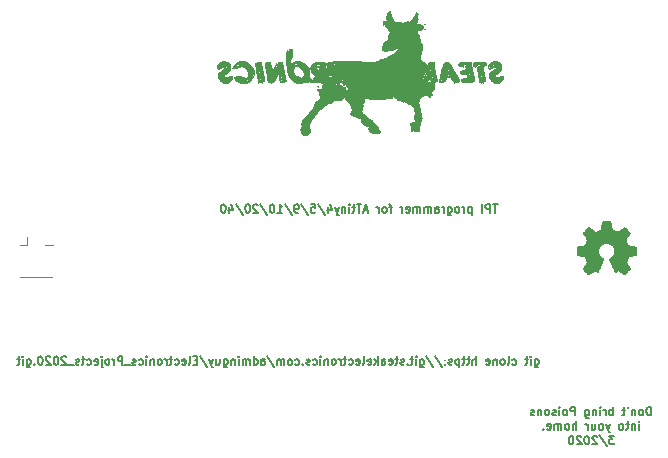
<source format=gbo>
G04 #@! TF.GenerationSoftware,KiCad,Pcbnew,5.0.2+dfsg1-1~bpo9+1*
G04 #@! TF.CreationDate,2020-03-29T02:56:01-04:00*
G04 #@! TF.ProjectId,attiny10,61747469-6e79-4313-902e-6b696361645f,0.10.a*
G04 #@! TF.SameCoordinates,Original*
G04 #@! TF.FileFunction,Legend,Bot*
G04 #@! TF.FilePolarity,Positive*
%FSLAX46Y46*%
G04 Gerber Fmt 4.6, Leading zero omitted, Abs format (unit mm)*
G04 Created by KiCad (PCBNEW 5.0.2+dfsg1-1~bpo9+1) date Sun 29 Mar 2020 02:56:01 AM EDT*
%MOMM*%
%LPD*%
G01*
G04 APERTURE LIST*
%ADD10C,0.175000*%
%ADD11C,0.002540*%
%ADD12C,0.120000*%
%ADD13C,0.010000*%
%ADD14O,1.000000X1.000000*%
%ADD15O,1.700000X1.700000*%
%ADD16C,4.300000*%
%ADD17O,1.200000X1.400000*%
%ADD18R,1.050000X2.200000*%
%ADD19R,1.000000X1.050000*%
%ADD20C,1.800000*%
%ADD21R,1.800000X1.800000*%
%ADD22R,1.300000X1.300000*%
%ADD23C,1.300000*%
%ADD24C,0.150000*%
%ADD25C,3.500000*%
%ADD26C,3.000000*%
%ADD27R,3.500000X3.500000*%
G04 APERTURE END LIST*
D10*
X75216666Y-84350000D02*
X75216666Y-84916666D01*
X75249999Y-84983333D01*
X75283333Y-85016666D01*
X75349999Y-85050000D01*
X75449999Y-85050000D01*
X75516666Y-85016666D01*
X75216666Y-84783333D02*
X75283333Y-84816666D01*
X75416666Y-84816666D01*
X75483333Y-84783333D01*
X75516666Y-84750000D01*
X75549999Y-84683333D01*
X75549999Y-84483333D01*
X75516666Y-84416666D01*
X75483333Y-84383333D01*
X75416666Y-84350000D01*
X75283333Y-84350000D01*
X75216666Y-84383333D01*
X74883333Y-84816666D02*
X74883333Y-84350000D01*
X74883333Y-84116666D02*
X74916666Y-84150000D01*
X74883333Y-84183333D01*
X74849999Y-84150000D01*
X74883333Y-84116666D01*
X74883333Y-84183333D01*
X74649999Y-84350000D02*
X74383333Y-84350000D01*
X74549999Y-84116666D02*
X74549999Y-84716666D01*
X74516666Y-84783333D01*
X74449999Y-84816666D01*
X74383333Y-84816666D01*
X73316666Y-84783333D02*
X73383333Y-84816666D01*
X73516666Y-84816666D01*
X73583333Y-84783333D01*
X73616666Y-84750000D01*
X73649999Y-84683333D01*
X73649999Y-84483333D01*
X73616666Y-84416666D01*
X73583333Y-84383333D01*
X73516666Y-84350000D01*
X73383333Y-84350000D01*
X73316666Y-84383333D01*
X72916666Y-84816666D02*
X72983333Y-84783333D01*
X73016666Y-84716666D01*
X73016666Y-84116666D01*
X72549999Y-84816666D02*
X72616666Y-84783333D01*
X72649999Y-84750000D01*
X72683333Y-84683333D01*
X72683333Y-84483333D01*
X72649999Y-84416666D01*
X72616666Y-84383333D01*
X72549999Y-84350000D01*
X72449999Y-84350000D01*
X72383333Y-84383333D01*
X72349999Y-84416666D01*
X72316666Y-84483333D01*
X72316666Y-84683333D01*
X72349999Y-84750000D01*
X72383333Y-84783333D01*
X72449999Y-84816666D01*
X72549999Y-84816666D01*
X72016666Y-84350000D02*
X72016666Y-84816666D01*
X72016666Y-84416666D02*
X71983333Y-84383333D01*
X71916666Y-84350000D01*
X71816666Y-84350000D01*
X71749999Y-84383333D01*
X71716666Y-84450000D01*
X71716666Y-84816666D01*
X71116666Y-84783333D02*
X71183333Y-84816666D01*
X71316666Y-84816666D01*
X71383333Y-84783333D01*
X71416666Y-84716666D01*
X71416666Y-84450000D01*
X71383333Y-84383333D01*
X71316666Y-84350000D01*
X71183333Y-84350000D01*
X71116666Y-84383333D01*
X71083333Y-84450000D01*
X71083333Y-84516666D01*
X71416666Y-84583333D01*
X70249999Y-84816666D02*
X70249999Y-84116666D01*
X69949999Y-84816666D02*
X69949999Y-84450000D01*
X69983333Y-84383333D01*
X70049999Y-84350000D01*
X70149999Y-84350000D01*
X70216666Y-84383333D01*
X70249999Y-84416666D01*
X69716666Y-84350000D02*
X69449999Y-84350000D01*
X69616666Y-84116666D02*
X69616666Y-84716666D01*
X69583333Y-84783333D01*
X69516666Y-84816666D01*
X69449999Y-84816666D01*
X69316666Y-84350000D02*
X69049999Y-84350000D01*
X69216666Y-84116666D02*
X69216666Y-84716666D01*
X69183333Y-84783333D01*
X69116666Y-84816666D01*
X69049999Y-84816666D01*
X68816666Y-84350000D02*
X68816666Y-85050000D01*
X68816666Y-84383333D02*
X68749999Y-84350000D01*
X68616666Y-84350000D01*
X68549999Y-84383333D01*
X68516666Y-84416666D01*
X68483333Y-84483333D01*
X68483333Y-84683333D01*
X68516666Y-84750000D01*
X68549999Y-84783333D01*
X68616666Y-84816666D01*
X68749999Y-84816666D01*
X68816666Y-84783333D01*
X68216666Y-84783333D02*
X68149999Y-84816666D01*
X68016666Y-84816666D01*
X67949999Y-84783333D01*
X67916666Y-84716666D01*
X67916666Y-84683333D01*
X67949999Y-84616666D01*
X68016666Y-84583333D01*
X68116666Y-84583333D01*
X68183333Y-84550000D01*
X68216666Y-84483333D01*
X68216666Y-84450000D01*
X68183333Y-84383333D01*
X68116666Y-84350000D01*
X68016666Y-84350000D01*
X67949999Y-84383333D01*
X67616666Y-84750000D02*
X67583333Y-84783333D01*
X67616666Y-84816666D01*
X67649999Y-84783333D01*
X67616666Y-84750000D01*
X67616666Y-84816666D01*
X67616666Y-84383333D02*
X67583333Y-84416666D01*
X67616666Y-84450000D01*
X67649999Y-84416666D01*
X67616666Y-84383333D01*
X67616666Y-84450000D01*
X66783333Y-84083333D02*
X67383333Y-84983333D01*
X66049999Y-84083333D02*
X66649999Y-84983333D01*
X65516666Y-84350000D02*
X65516666Y-84916666D01*
X65549999Y-84983333D01*
X65583333Y-85016666D01*
X65649999Y-85050000D01*
X65749999Y-85050000D01*
X65816666Y-85016666D01*
X65516666Y-84783333D02*
X65583333Y-84816666D01*
X65716666Y-84816666D01*
X65783333Y-84783333D01*
X65816666Y-84750000D01*
X65849999Y-84683333D01*
X65849999Y-84483333D01*
X65816666Y-84416666D01*
X65783333Y-84383333D01*
X65716666Y-84350000D01*
X65583333Y-84350000D01*
X65516666Y-84383333D01*
X65183333Y-84816666D02*
X65183333Y-84350000D01*
X65183333Y-84116666D02*
X65216666Y-84150000D01*
X65183333Y-84183333D01*
X65149999Y-84150000D01*
X65183333Y-84116666D01*
X65183333Y-84183333D01*
X64949999Y-84350000D02*
X64683333Y-84350000D01*
X64849999Y-84116666D02*
X64849999Y-84716666D01*
X64816666Y-84783333D01*
X64749999Y-84816666D01*
X64683333Y-84816666D01*
X64449999Y-84750000D02*
X64416666Y-84783333D01*
X64449999Y-84816666D01*
X64483333Y-84783333D01*
X64449999Y-84750000D01*
X64449999Y-84816666D01*
X64149999Y-84783333D02*
X64083333Y-84816666D01*
X63949999Y-84816666D01*
X63883333Y-84783333D01*
X63849999Y-84716666D01*
X63849999Y-84683333D01*
X63883333Y-84616666D01*
X63949999Y-84583333D01*
X64049999Y-84583333D01*
X64116666Y-84550000D01*
X64149999Y-84483333D01*
X64149999Y-84450000D01*
X64116666Y-84383333D01*
X64049999Y-84350000D01*
X63949999Y-84350000D01*
X63883333Y-84383333D01*
X63649999Y-84350000D02*
X63383333Y-84350000D01*
X63549999Y-84116666D02*
X63549999Y-84716666D01*
X63516666Y-84783333D01*
X63449999Y-84816666D01*
X63383333Y-84816666D01*
X62883333Y-84783333D02*
X62949999Y-84816666D01*
X63083333Y-84816666D01*
X63149999Y-84783333D01*
X63183333Y-84716666D01*
X63183333Y-84450000D01*
X63149999Y-84383333D01*
X63083333Y-84350000D01*
X62949999Y-84350000D01*
X62883333Y-84383333D01*
X62849999Y-84450000D01*
X62849999Y-84516666D01*
X63183333Y-84583333D01*
X62249999Y-84816666D02*
X62249999Y-84450000D01*
X62283333Y-84383333D01*
X62349999Y-84350000D01*
X62483333Y-84350000D01*
X62549999Y-84383333D01*
X62249999Y-84783333D02*
X62316666Y-84816666D01*
X62483333Y-84816666D01*
X62549999Y-84783333D01*
X62583333Y-84716666D01*
X62583333Y-84650000D01*
X62549999Y-84583333D01*
X62483333Y-84550000D01*
X62316666Y-84550000D01*
X62249999Y-84516666D01*
X61916666Y-84816666D02*
X61916666Y-84116666D01*
X61849999Y-84550000D02*
X61649999Y-84816666D01*
X61649999Y-84350000D02*
X61916666Y-84616666D01*
X61083333Y-84783333D02*
X61149999Y-84816666D01*
X61283333Y-84816666D01*
X61349999Y-84783333D01*
X61383333Y-84716666D01*
X61383333Y-84450000D01*
X61349999Y-84383333D01*
X61283333Y-84350000D01*
X61149999Y-84350000D01*
X61083333Y-84383333D01*
X61049999Y-84450000D01*
X61049999Y-84516666D01*
X61383333Y-84583333D01*
X60649999Y-84816666D02*
X60716666Y-84783333D01*
X60749999Y-84716666D01*
X60749999Y-84116666D01*
X60116666Y-84783333D02*
X60183333Y-84816666D01*
X60316666Y-84816666D01*
X60383333Y-84783333D01*
X60416666Y-84716666D01*
X60416666Y-84450000D01*
X60383333Y-84383333D01*
X60316666Y-84350000D01*
X60183333Y-84350000D01*
X60116666Y-84383333D01*
X60083333Y-84450000D01*
X60083333Y-84516666D01*
X60416666Y-84583333D01*
X59483333Y-84783333D02*
X59549999Y-84816666D01*
X59683333Y-84816666D01*
X59749999Y-84783333D01*
X59783333Y-84750000D01*
X59816666Y-84683333D01*
X59816666Y-84483333D01*
X59783333Y-84416666D01*
X59749999Y-84383333D01*
X59683333Y-84350000D01*
X59549999Y-84350000D01*
X59483333Y-84383333D01*
X59283333Y-84350000D02*
X59016666Y-84350000D01*
X59183333Y-84116666D02*
X59183333Y-84716666D01*
X59149999Y-84783333D01*
X59083333Y-84816666D01*
X59016666Y-84816666D01*
X58783333Y-84816666D02*
X58783333Y-84350000D01*
X58783333Y-84483333D02*
X58749999Y-84416666D01*
X58716666Y-84383333D01*
X58649999Y-84350000D01*
X58583333Y-84350000D01*
X58249999Y-84816666D02*
X58316666Y-84783333D01*
X58349999Y-84750000D01*
X58383333Y-84683333D01*
X58383333Y-84483333D01*
X58349999Y-84416666D01*
X58316666Y-84383333D01*
X58249999Y-84350000D01*
X58149999Y-84350000D01*
X58083333Y-84383333D01*
X58049999Y-84416666D01*
X58016666Y-84483333D01*
X58016666Y-84683333D01*
X58049999Y-84750000D01*
X58083333Y-84783333D01*
X58149999Y-84816666D01*
X58249999Y-84816666D01*
X57716666Y-84350000D02*
X57716666Y-84816666D01*
X57716666Y-84416666D02*
X57683333Y-84383333D01*
X57616666Y-84350000D01*
X57516666Y-84350000D01*
X57449999Y-84383333D01*
X57416666Y-84450000D01*
X57416666Y-84816666D01*
X57083333Y-84816666D02*
X57083333Y-84350000D01*
X57083333Y-84116666D02*
X57116666Y-84150000D01*
X57083333Y-84183333D01*
X57049999Y-84150000D01*
X57083333Y-84116666D01*
X57083333Y-84183333D01*
X56449999Y-84783333D02*
X56516666Y-84816666D01*
X56649999Y-84816666D01*
X56716666Y-84783333D01*
X56749999Y-84750000D01*
X56783333Y-84683333D01*
X56783333Y-84483333D01*
X56749999Y-84416666D01*
X56716666Y-84383333D01*
X56649999Y-84350000D01*
X56516666Y-84350000D01*
X56449999Y-84383333D01*
X56183333Y-84783333D02*
X56116666Y-84816666D01*
X55983333Y-84816666D01*
X55916666Y-84783333D01*
X55883333Y-84716666D01*
X55883333Y-84683333D01*
X55916666Y-84616666D01*
X55983333Y-84583333D01*
X56083333Y-84583333D01*
X56149999Y-84550000D01*
X56183333Y-84483333D01*
X56183333Y-84450000D01*
X56149999Y-84383333D01*
X56083333Y-84350000D01*
X55983333Y-84350000D01*
X55916666Y-84383333D01*
X55583333Y-84750000D02*
X55549999Y-84783333D01*
X55583333Y-84816666D01*
X55616666Y-84783333D01*
X55583333Y-84750000D01*
X55583333Y-84816666D01*
X54949999Y-84783333D02*
X55016666Y-84816666D01*
X55149999Y-84816666D01*
X55216666Y-84783333D01*
X55249999Y-84750000D01*
X55283333Y-84683333D01*
X55283333Y-84483333D01*
X55249999Y-84416666D01*
X55216666Y-84383333D01*
X55149999Y-84350000D01*
X55016666Y-84350000D01*
X54949999Y-84383333D01*
X54549999Y-84816666D02*
X54616666Y-84783333D01*
X54649999Y-84750000D01*
X54683333Y-84683333D01*
X54683333Y-84483333D01*
X54649999Y-84416666D01*
X54616666Y-84383333D01*
X54549999Y-84350000D01*
X54449999Y-84350000D01*
X54383333Y-84383333D01*
X54349999Y-84416666D01*
X54316666Y-84483333D01*
X54316666Y-84683333D01*
X54349999Y-84750000D01*
X54383333Y-84783333D01*
X54449999Y-84816666D01*
X54549999Y-84816666D01*
X54016666Y-84816666D02*
X54016666Y-84350000D01*
X54016666Y-84416666D02*
X53983333Y-84383333D01*
X53916666Y-84350000D01*
X53816666Y-84350000D01*
X53749999Y-84383333D01*
X53716666Y-84450000D01*
X53716666Y-84816666D01*
X53716666Y-84450000D02*
X53683333Y-84383333D01*
X53616666Y-84350000D01*
X53516666Y-84350000D01*
X53449999Y-84383333D01*
X53416666Y-84450000D01*
X53416666Y-84816666D01*
X52583333Y-84083333D02*
X53183333Y-84983333D01*
X52049999Y-84816666D02*
X52049999Y-84450000D01*
X52083333Y-84383333D01*
X52149999Y-84350000D01*
X52283333Y-84350000D01*
X52349999Y-84383333D01*
X52049999Y-84783333D02*
X52116666Y-84816666D01*
X52283333Y-84816666D01*
X52349999Y-84783333D01*
X52383333Y-84716666D01*
X52383333Y-84650000D01*
X52349999Y-84583333D01*
X52283333Y-84550000D01*
X52116666Y-84550000D01*
X52049999Y-84516666D01*
X51416666Y-84816666D02*
X51416666Y-84116666D01*
X51416666Y-84783333D02*
X51483333Y-84816666D01*
X51616666Y-84816666D01*
X51683333Y-84783333D01*
X51716666Y-84750000D01*
X51749999Y-84683333D01*
X51749999Y-84483333D01*
X51716666Y-84416666D01*
X51683333Y-84383333D01*
X51616666Y-84350000D01*
X51483333Y-84350000D01*
X51416666Y-84383333D01*
X51083333Y-84816666D02*
X51083333Y-84350000D01*
X51083333Y-84416666D02*
X51049999Y-84383333D01*
X50983333Y-84350000D01*
X50883333Y-84350000D01*
X50816666Y-84383333D01*
X50783333Y-84450000D01*
X50783333Y-84816666D01*
X50783333Y-84450000D02*
X50749999Y-84383333D01*
X50683333Y-84350000D01*
X50583333Y-84350000D01*
X50516666Y-84383333D01*
X50483333Y-84450000D01*
X50483333Y-84816666D01*
X50149999Y-84816666D02*
X50149999Y-84350000D01*
X50149999Y-84116666D02*
X50183333Y-84150000D01*
X50149999Y-84183333D01*
X50116666Y-84150000D01*
X50149999Y-84116666D01*
X50149999Y-84183333D01*
X49816666Y-84350000D02*
X49816666Y-84816666D01*
X49816666Y-84416666D02*
X49783333Y-84383333D01*
X49716666Y-84350000D01*
X49616666Y-84350000D01*
X49549999Y-84383333D01*
X49516666Y-84450000D01*
X49516666Y-84816666D01*
X48883333Y-84350000D02*
X48883333Y-84916666D01*
X48916666Y-84983333D01*
X48949999Y-85016666D01*
X49016666Y-85050000D01*
X49116666Y-85050000D01*
X49183333Y-85016666D01*
X48883333Y-84783333D02*
X48949999Y-84816666D01*
X49083333Y-84816666D01*
X49149999Y-84783333D01*
X49183333Y-84750000D01*
X49216666Y-84683333D01*
X49216666Y-84483333D01*
X49183333Y-84416666D01*
X49149999Y-84383333D01*
X49083333Y-84350000D01*
X48949999Y-84350000D01*
X48883333Y-84383333D01*
X48249999Y-84350000D02*
X48249999Y-84816666D01*
X48549999Y-84350000D02*
X48549999Y-84716666D01*
X48516666Y-84783333D01*
X48449999Y-84816666D01*
X48349999Y-84816666D01*
X48283333Y-84783333D01*
X48249999Y-84750000D01*
X47983333Y-84350000D02*
X47816666Y-84816666D01*
X47649999Y-84350000D02*
X47816666Y-84816666D01*
X47883333Y-84983333D01*
X47916666Y-85016666D01*
X47983333Y-85050000D01*
X46883333Y-84083333D02*
X47483333Y-84983333D01*
X46649999Y-84450000D02*
X46416666Y-84450000D01*
X46316666Y-84816666D02*
X46649999Y-84816666D01*
X46649999Y-84116666D01*
X46316666Y-84116666D01*
X45916666Y-84816666D02*
X45983333Y-84783333D01*
X46016666Y-84716666D01*
X46016666Y-84116666D01*
X45383333Y-84783333D02*
X45449999Y-84816666D01*
X45583333Y-84816666D01*
X45649999Y-84783333D01*
X45683333Y-84716666D01*
X45683333Y-84450000D01*
X45649999Y-84383333D01*
X45583333Y-84350000D01*
X45449999Y-84350000D01*
X45383333Y-84383333D01*
X45349999Y-84450000D01*
X45349999Y-84516666D01*
X45683333Y-84583333D01*
X44749999Y-84783333D02*
X44816666Y-84816666D01*
X44949999Y-84816666D01*
X45016666Y-84783333D01*
X45049999Y-84750000D01*
X45083333Y-84683333D01*
X45083333Y-84483333D01*
X45049999Y-84416666D01*
X45016666Y-84383333D01*
X44949999Y-84350000D01*
X44816666Y-84350000D01*
X44749999Y-84383333D01*
X44549999Y-84350000D02*
X44283333Y-84350000D01*
X44449999Y-84116666D02*
X44449999Y-84716666D01*
X44416666Y-84783333D01*
X44349999Y-84816666D01*
X44283333Y-84816666D01*
X44049999Y-84816666D02*
X44049999Y-84350000D01*
X44049999Y-84483333D02*
X44016666Y-84416666D01*
X43983333Y-84383333D01*
X43916666Y-84350000D01*
X43849999Y-84350000D01*
X43516666Y-84816666D02*
X43583333Y-84783333D01*
X43616666Y-84750000D01*
X43649999Y-84683333D01*
X43649999Y-84483333D01*
X43616666Y-84416666D01*
X43583333Y-84383333D01*
X43516666Y-84350000D01*
X43416666Y-84350000D01*
X43349999Y-84383333D01*
X43316666Y-84416666D01*
X43283333Y-84483333D01*
X43283333Y-84683333D01*
X43316666Y-84750000D01*
X43349999Y-84783333D01*
X43416666Y-84816666D01*
X43516666Y-84816666D01*
X42983333Y-84350000D02*
X42983333Y-84816666D01*
X42983333Y-84416666D02*
X42949999Y-84383333D01*
X42883333Y-84350000D01*
X42783333Y-84350000D01*
X42716666Y-84383333D01*
X42683333Y-84450000D01*
X42683333Y-84816666D01*
X42349999Y-84816666D02*
X42349999Y-84350000D01*
X42349999Y-84116666D02*
X42383333Y-84150000D01*
X42349999Y-84183333D01*
X42316666Y-84150000D01*
X42349999Y-84116666D01*
X42349999Y-84183333D01*
X41716666Y-84783333D02*
X41783333Y-84816666D01*
X41916666Y-84816666D01*
X41983333Y-84783333D01*
X42016666Y-84750000D01*
X42049999Y-84683333D01*
X42049999Y-84483333D01*
X42016666Y-84416666D01*
X41983333Y-84383333D01*
X41916666Y-84350000D01*
X41783333Y-84350000D01*
X41716666Y-84383333D01*
X41449999Y-84783333D02*
X41383333Y-84816666D01*
X41249999Y-84816666D01*
X41183333Y-84783333D01*
X41149999Y-84716666D01*
X41149999Y-84683333D01*
X41183333Y-84616666D01*
X41249999Y-84583333D01*
X41349999Y-84583333D01*
X41416666Y-84550000D01*
X41449999Y-84483333D01*
X41449999Y-84450000D01*
X41416666Y-84383333D01*
X41349999Y-84350000D01*
X41249999Y-84350000D01*
X41183333Y-84383333D01*
X41016666Y-84883333D02*
X40483333Y-84883333D01*
X40316666Y-84816666D02*
X40316666Y-84116666D01*
X40049999Y-84116666D01*
X39983333Y-84150000D01*
X39949999Y-84183333D01*
X39916666Y-84250000D01*
X39916666Y-84350000D01*
X39949999Y-84416666D01*
X39983333Y-84450000D01*
X40049999Y-84483333D01*
X40316666Y-84483333D01*
X39616666Y-84816666D02*
X39616666Y-84350000D01*
X39616666Y-84483333D02*
X39583333Y-84416666D01*
X39549999Y-84383333D01*
X39483333Y-84350000D01*
X39416666Y-84350000D01*
X39083333Y-84816666D02*
X39149999Y-84783333D01*
X39183333Y-84750000D01*
X39216666Y-84683333D01*
X39216666Y-84483333D01*
X39183333Y-84416666D01*
X39149999Y-84383333D01*
X39083333Y-84350000D01*
X38983333Y-84350000D01*
X38916666Y-84383333D01*
X38883333Y-84416666D01*
X38849999Y-84483333D01*
X38849999Y-84683333D01*
X38883333Y-84750000D01*
X38916666Y-84783333D01*
X38983333Y-84816666D01*
X39083333Y-84816666D01*
X38549999Y-84350000D02*
X38549999Y-84950000D01*
X38583333Y-85016666D01*
X38649999Y-85050000D01*
X38683333Y-85050000D01*
X38549999Y-84116666D02*
X38583333Y-84150000D01*
X38549999Y-84183333D01*
X38516666Y-84150000D01*
X38549999Y-84116666D01*
X38549999Y-84183333D01*
X37949999Y-84783333D02*
X38016666Y-84816666D01*
X38149999Y-84816666D01*
X38216666Y-84783333D01*
X38249999Y-84716666D01*
X38249999Y-84450000D01*
X38216666Y-84383333D01*
X38149999Y-84350000D01*
X38016666Y-84350000D01*
X37949999Y-84383333D01*
X37916666Y-84450000D01*
X37916666Y-84516666D01*
X38249999Y-84583333D01*
X37316666Y-84783333D02*
X37383333Y-84816666D01*
X37516666Y-84816666D01*
X37583333Y-84783333D01*
X37616666Y-84750000D01*
X37649999Y-84683333D01*
X37649999Y-84483333D01*
X37616666Y-84416666D01*
X37583333Y-84383333D01*
X37516666Y-84350000D01*
X37383333Y-84350000D01*
X37316666Y-84383333D01*
X37116666Y-84350000D02*
X36849999Y-84350000D01*
X37016666Y-84116666D02*
X37016666Y-84716666D01*
X36983333Y-84783333D01*
X36916666Y-84816666D01*
X36849999Y-84816666D01*
X36649999Y-84783333D02*
X36583333Y-84816666D01*
X36449999Y-84816666D01*
X36383333Y-84783333D01*
X36349999Y-84716666D01*
X36349999Y-84683333D01*
X36383333Y-84616666D01*
X36449999Y-84583333D01*
X36549999Y-84583333D01*
X36616666Y-84550000D01*
X36649999Y-84483333D01*
X36649999Y-84450000D01*
X36616666Y-84383333D01*
X36549999Y-84350000D01*
X36449999Y-84350000D01*
X36383333Y-84383333D01*
X36216666Y-84883333D02*
X35683333Y-84883333D01*
X35549999Y-84183333D02*
X35516666Y-84150000D01*
X35449999Y-84116666D01*
X35283333Y-84116666D01*
X35216666Y-84150000D01*
X35183333Y-84183333D01*
X35149999Y-84250000D01*
X35149999Y-84316666D01*
X35183333Y-84416666D01*
X35583333Y-84816666D01*
X35149999Y-84816666D01*
X34716666Y-84116666D02*
X34649999Y-84116666D01*
X34583333Y-84150000D01*
X34549999Y-84183333D01*
X34516666Y-84250000D01*
X34483333Y-84383333D01*
X34483333Y-84550000D01*
X34516666Y-84683333D01*
X34549999Y-84750000D01*
X34583333Y-84783333D01*
X34649999Y-84816666D01*
X34716666Y-84816666D01*
X34783333Y-84783333D01*
X34816666Y-84750000D01*
X34849999Y-84683333D01*
X34883333Y-84550000D01*
X34883333Y-84383333D01*
X34849999Y-84250000D01*
X34816666Y-84183333D01*
X34783333Y-84150000D01*
X34716666Y-84116666D01*
X34216666Y-84183333D02*
X34183333Y-84150000D01*
X34116666Y-84116666D01*
X33949999Y-84116666D01*
X33883333Y-84150000D01*
X33849999Y-84183333D01*
X33816666Y-84250000D01*
X33816666Y-84316666D01*
X33849999Y-84416666D01*
X34249999Y-84816666D01*
X33816666Y-84816666D01*
X33383333Y-84116666D02*
X33316666Y-84116666D01*
X33249999Y-84150000D01*
X33216666Y-84183333D01*
X33183333Y-84250000D01*
X33149999Y-84383333D01*
X33149999Y-84550000D01*
X33183333Y-84683333D01*
X33216666Y-84750000D01*
X33249999Y-84783333D01*
X33316666Y-84816666D01*
X33383333Y-84816666D01*
X33449999Y-84783333D01*
X33483333Y-84750000D01*
X33516666Y-84683333D01*
X33549999Y-84550000D01*
X33549999Y-84383333D01*
X33516666Y-84250000D01*
X33483333Y-84183333D01*
X33449999Y-84150000D01*
X33383333Y-84116666D01*
X32849999Y-84750000D02*
X32816666Y-84783333D01*
X32849999Y-84816666D01*
X32883333Y-84783333D01*
X32849999Y-84750000D01*
X32849999Y-84816666D01*
X32216666Y-84350000D02*
X32216666Y-84916666D01*
X32249999Y-84983333D01*
X32283333Y-85016666D01*
X32349999Y-85050000D01*
X32449999Y-85050000D01*
X32516666Y-85016666D01*
X32216666Y-84783333D02*
X32283333Y-84816666D01*
X32416666Y-84816666D01*
X32483333Y-84783333D01*
X32516666Y-84750000D01*
X32549999Y-84683333D01*
X32549999Y-84483333D01*
X32516666Y-84416666D01*
X32483333Y-84383333D01*
X32416666Y-84350000D01*
X32283333Y-84350000D01*
X32216666Y-84383333D01*
X31883333Y-84816666D02*
X31883333Y-84350000D01*
X31883333Y-84116666D02*
X31916666Y-84150000D01*
X31883333Y-84183333D01*
X31849999Y-84150000D01*
X31883333Y-84116666D01*
X31883333Y-84183333D01*
X31649999Y-84350000D02*
X31383333Y-84350000D01*
X31549999Y-84116666D02*
X31549999Y-84716666D01*
X31516666Y-84783333D01*
X31449999Y-84816666D01*
X31383333Y-84816666D01*
X85083333Y-89091666D02*
X85083333Y-88391666D01*
X84916666Y-88391666D01*
X84816666Y-88425000D01*
X84750000Y-88491666D01*
X84716666Y-88558333D01*
X84683333Y-88691666D01*
X84683333Y-88791666D01*
X84716666Y-88925000D01*
X84750000Y-88991666D01*
X84816666Y-89058333D01*
X84916666Y-89091666D01*
X85083333Y-89091666D01*
X84283333Y-89091666D02*
X84350000Y-89058333D01*
X84383333Y-89025000D01*
X84416666Y-88958333D01*
X84416666Y-88758333D01*
X84383333Y-88691666D01*
X84350000Y-88658333D01*
X84283333Y-88625000D01*
X84183333Y-88625000D01*
X84116666Y-88658333D01*
X84083333Y-88691666D01*
X84050000Y-88758333D01*
X84050000Y-88958333D01*
X84083333Y-89025000D01*
X84116666Y-89058333D01*
X84183333Y-89091666D01*
X84283333Y-89091666D01*
X83750000Y-88625000D02*
X83750000Y-89091666D01*
X83750000Y-88691666D02*
X83716666Y-88658333D01*
X83650000Y-88625000D01*
X83550000Y-88625000D01*
X83483333Y-88658333D01*
X83450000Y-88725000D01*
X83450000Y-89091666D01*
X83083333Y-88391666D02*
X83150000Y-88525000D01*
X82883333Y-88625000D02*
X82616666Y-88625000D01*
X82783333Y-88391666D02*
X82783333Y-88991666D01*
X82750000Y-89058333D01*
X82683333Y-89091666D01*
X82616666Y-89091666D01*
X81850000Y-89091666D02*
X81850000Y-88391666D01*
X81850000Y-88658333D02*
X81783333Y-88625000D01*
X81650000Y-88625000D01*
X81583333Y-88658333D01*
X81550000Y-88691666D01*
X81516666Y-88758333D01*
X81516666Y-88958333D01*
X81550000Y-89025000D01*
X81583333Y-89058333D01*
X81650000Y-89091666D01*
X81783333Y-89091666D01*
X81850000Y-89058333D01*
X81216666Y-89091666D02*
X81216666Y-88625000D01*
X81216666Y-88758333D02*
X81183333Y-88691666D01*
X81150000Y-88658333D01*
X81083333Y-88625000D01*
X81016666Y-88625000D01*
X80783333Y-89091666D02*
X80783333Y-88625000D01*
X80783333Y-88391666D02*
X80816666Y-88425000D01*
X80783333Y-88458333D01*
X80750000Y-88425000D01*
X80783333Y-88391666D01*
X80783333Y-88458333D01*
X80450000Y-88625000D02*
X80450000Y-89091666D01*
X80450000Y-88691666D02*
X80416666Y-88658333D01*
X80350000Y-88625000D01*
X80250000Y-88625000D01*
X80183333Y-88658333D01*
X80150000Y-88725000D01*
X80150000Y-89091666D01*
X79516666Y-88625000D02*
X79516666Y-89191666D01*
X79550000Y-89258333D01*
X79583333Y-89291666D01*
X79650000Y-89325000D01*
X79750000Y-89325000D01*
X79816666Y-89291666D01*
X79516666Y-89058333D02*
X79583333Y-89091666D01*
X79716666Y-89091666D01*
X79783333Y-89058333D01*
X79816666Y-89025000D01*
X79850000Y-88958333D01*
X79850000Y-88758333D01*
X79816666Y-88691666D01*
X79783333Y-88658333D01*
X79716666Y-88625000D01*
X79583333Y-88625000D01*
X79516666Y-88658333D01*
X78650000Y-89091666D02*
X78650000Y-88391666D01*
X78383333Y-88391666D01*
X78316666Y-88425000D01*
X78283333Y-88458333D01*
X78250000Y-88525000D01*
X78250000Y-88625000D01*
X78283333Y-88691666D01*
X78316666Y-88725000D01*
X78383333Y-88758333D01*
X78650000Y-88758333D01*
X77850000Y-89091666D02*
X77916666Y-89058333D01*
X77950000Y-89025000D01*
X77983333Y-88958333D01*
X77983333Y-88758333D01*
X77950000Y-88691666D01*
X77916666Y-88658333D01*
X77850000Y-88625000D01*
X77750000Y-88625000D01*
X77683333Y-88658333D01*
X77650000Y-88691666D01*
X77616666Y-88758333D01*
X77616666Y-88958333D01*
X77650000Y-89025000D01*
X77683333Y-89058333D01*
X77750000Y-89091666D01*
X77850000Y-89091666D01*
X77316666Y-89091666D02*
X77316666Y-88625000D01*
X77316666Y-88391666D02*
X77350000Y-88425000D01*
X77316666Y-88458333D01*
X77283333Y-88425000D01*
X77316666Y-88391666D01*
X77316666Y-88458333D01*
X77016666Y-89058333D02*
X76950000Y-89091666D01*
X76816666Y-89091666D01*
X76750000Y-89058333D01*
X76716666Y-88991666D01*
X76716666Y-88958333D01*
X76750000Y-88891666D01*
X76816666Y-88858333D01*
X76916666Y-88858333D01*
X76983333Y-88825000D01*
X77016666Y-88758333D01*
X77016666Y-88725000D01*
X76983333Y-88658333D01*
X76916666Y-88625000D01*
X76816666Y-88625000D01*
X76750000Y-88658333D01*
X76316666Y-89091666D02*
X76383333Y-89058333D01*
X76416666Y-89025000D01*
X76450000Y-88958333D01*
X76450000Y-88758333D01*
X76416666Y-88691666D01*
X76383333Y-88658333D01*
X76316666Y-88625000D01*
X76216666Y-88625000D01*
X76150000Y-88658333D01*
X76116666Y-88691666D01*
X76083333Y-88758333D01*
X76083333Y-88958333D01*
X76116666Y-89025000D01*
X76150000Y-89058333D01*
X76216666Y-89091666D01*
X76316666Y-89091666D01*
X75783333Y-88625000D02*
X75783333Y-89091666D01*
X75783333Y-88691666D02*
X75750000Y-88658333D01*
X75683333Y-88625000D01*
X75583333Y-88625000D01*
X75516666Y-88658333D01*
X75483333Y-88725000D01*
X75483333Y-89091666D01*
X75183333Y-89058333D02*
X75116666Y-89091666D01*
X74983333Y-89091666D01*
X74916666Y-89058333D01*
X74883333Y-88991666D01*
X74883333Y-88958333D01*
X74916666Y-88891666D01*
X74983333Y-88858333D01*
X75083333Y-88858333D01*
X75150000Y-88825000D01*
X75183333Y-88758333D01*
X75183333Y-88725000D01*
X75150000Y-88658333D01*
X75083333Y-88625000D01*
X74983333Y-88625000D01*
X74916666Y-88658333D01*
X84050000Y-90316666D02*
X84050000Y-89850000D01*
X84050000Y-89616666D02*
X84083333Y-89650000D01*
X84050000Y-89683333D01*
X84016666Y-89650000D01*
X84050000Y-89616666D01*
X84050000Y-89683333D01*
X83716666Y-89850000D02*
X83716666Y-90316666D01*
X83716666Y-89916666D02*
X83683333Y-89883333D01*
X83616666Y-89850000D01*
X83516666Y-89850000D01*
X83450000Y-89883333D01*
X83416666Y-89950000D01*
X83416666Y-90316666D01*
X83183333Y-89850000D02*
X82916666Y-89850000D01*
X83083333Y-89616666D02*
X83083333Y-90216666D01*
X83050000Y-90283333D01*
X82983333Y-90316666D01*
X82916666Y-90316666D01*
X82583333Y-90316666D02*
X82650000Y-90283333D01*
X82683333Y-90250000D01*
X82716666Y-90183333D01*
X82716666Y-89983333D01*
X82683333Y-89916666D01*
X82650000Y-89883333D01*
X82583333Y-89850000D01*
X82483333Y-89850000D01*
X82416666Y-89883333D01*
X82383333Y-89916666D01*
X82350000Y-89983333D01*
X82350000Y-90183333D01*
X82383333Y-90250000D01*
X82416666Y-90283333D01*
X82483333Y-90316666D01*
X82583333Y-90316666D01*
X81583333Y-89850000D02*
X81416666Y-90316666D01*
X81250000Y-89850000D02*
X81416666Y-90316666D01*
X81483333Y-90483333D01*
X81516666Y-90516666D01*
X81583333Y-90550000D01*
X80883333Y-90316666D02*
X80950000Y-90283333D01*
X80983333Y-90250000D01*
X81016666Y-90183333D01*
X81016666Y-89983333D01*
X80983333Y-89916666D01*
X80950000Y-89883333D01*
X80883333Y-89850000D01*
X80783333Y-89850000D01*
X80716666Y-89883333D01*
X80683333Y-89916666D01*
X80650000Y-89983333D01*
X80650000Y-90183333D01*
X80683333Y-90250000D01*
X80716666Y-90283333D01*
X80783333Y-90316666D01*
X80883333Y-90316666D01*
X80050000Y-89850000D02*
X80050000Y-90316666D01*
X80350000Y-89850000D02*
X80350000Y-90216666D01*
X80316666Y-90283333D01*
X80250000Y-90316666D01*
X80150000Y-90316666D01*
X80083333Y-90283333D01*
X80050000Y-90250000D01*
X79716666Y-90316666D02*
X79716666Y-89850000D01*
X79716666Y-89983333D02*
X79683333Y-89916666D01*
X79650000Y-89883333D01*
X79583333Y-89850000D01*
X79516666Y-89850000D01*
X78750000Y-90316666D02*
X78750000Y-89616666D01*
X78450000Y-90316666D02*
X78450000Y-89950000D01*
X78483333Y-89883333D01*
X78550000Y-89850000D01*
X78650000Y-89850000D01*
X78716666Y-89883333D01*
X78750000Y-89916666D01*
X78016666Y-90316666D02*
X78083333Y-90283333D01*
X78116666Y-90250000D01*
X78150000Y-90183333D01*
X78150000Y-89983333D01*
X78116666Y-89916666D01*
X78083333Y-89883333D01*
X78016666Y-89850000D01*
X77916666Y-89850000D01*
X77850000Y-89883333D01*
X77816666Y-89916666D01*
X77783333Y-89983333D01*
X77783333Y-90183333D01*
X77816666Y-90250000D01*
X77850000Y-90283333D01*
X77916666Y-90316666D01*
X78016666Y-90316666D01*
X77483333Y-90316666D02*
X77483333Y-89850000D01*
X77483333Y-89916666D02*
X77450000Y-89883333D01*
X77383333Y-89850000D01*
X77283333Y-89850000D01*
X77216666Y-89883333D01*
X77183333Y-89950000D01*
X77183333Y-90316666D01*
X77183333Y-89950000D02*
X77150000Y-89883333D01*
X77083333Y-89850000D01*
X76983333Y-89850000D01*
X76916666Y-89883333D01*
X76883333Y-89950000D01*
X76883333Y-90316666D01*
X76283333Y-90283333D02*
X76350000Y-90316666D01*
X76483333Y-90316666D01*
X76550000Y-90283333D01*
X76583333Y-90216666D01*
X76583333Y-89950000D01*
X76550000Y-89883333D01*
X76483333Y-89850000D01*
X76350000Y-89850000D01*
X76283333Y-89883333D01*
X76250000Y-89950000D01*
X76250000Y-90016666D01*
X76583333Y-90083333D01*
X75950000Y-90250000D02*
X75916666Y-90283333D01*
X75950000Y-90316666D01*
X75983333Y-90283333D01*
X75950000Y-90250000D01*
X75950000Y-90316666D01*
X81933333Y-90841666D02*
X81500000Y-90841666D01*
X81733333Y-91108333D01*
X81633333Y-91108333D01*
X81566666Y-91141666D01*
X81533333Y-91175000D01*
X81500000Y-91241666D01*
X81500000Y-91408333D01*
X81533333Y-91475000D01*
X81566666Y-91508333D01*
X81633333Y-91541666D01*
X81833333Y-91541666D01*
X81900000Y-91508333D01*
X81933333Y-91475000D01*
X80700000Y-90808333D02*
X81300000Y-91708333D01*
X80500000Y-90908333D02*
X80466666Y-90875000D01*
X80400000Y-90841666D01*
X80233333Y-90841666D01*
X80166666Y-90875000D01*
X80133333Y-90908333D01*
X80100000Y-90975000D01*
X80100000Y-91041666D01*
X80133333Y-91141666D01*
X80533333Y-91541666D01*
X80100000Y-91541666D01*
X79666666Y-90841666D02*
X79600000Y-90841666D01*
X79533333Y-90875000D01*
X79500000Y-90908333D01*
X79466666Y-90975000D01*
X79433333Y-91108333D01*
X79433333Y-91275000D01*
X79466666Y-91408333D01*
X79500000Y-91475000D01*
X79533333Y-91508333D01*
X79600000Y-91541666D01*
X79666666Y-91541666D01*
X79733333Y-91508333D01*
X79766666Y-91475000D01*
X79800000Y-91408333D01*
X79833333Y-91275000D01*
X79833333Y-91108333D01*
X79800000Y-90975000D01*
X79766666Y-90908333D01*
X79733333Y-90875000D01*
X79666666Y-90841666D01*
X79166666Y-90908333D02*
X79133333Y-90875000D01*
X79066666Y-90841666D01*
X78900000Y-90841666D01*
X78833333Y-90875000D01*
X78800000Y-90908333D01*
X78766666Y-90975000D01*
X78766666Y-91041666D01*
X78800000Y-91141666D01*
X79200000Y-91541666D01*
X78766666Y-91541666D01*
X78333333Y-90841666D02*
X78266666Y-90841666D01*
X78200000Y-90875000D01*
X78166666Y-90908333D01*
X78133333Y-90975000D01*
X78100000Y-91108333D01*
X78100000Y-91275000D01*
X78133333Y-91408333D01*
X78166666Y-91475000D01*
X78200000Y-91508333D01*
X78266666Y-91541666D01*
X78333333Y-91541666D01*
X78400000Y-91508333D01*
X78433333Y-91475000D01*
X78466666Y-91408333D01*
X78500000Y-91275000D01*
X78500000Y-91108333D01*
X78466666Y-90975000D01*
X78433333Y-90908333D01*
X78400000Y-90875000D01*
X78333333Y-90841666D01*
X72075000Y-71244666D02*
X71675000Y-71244666D01*
X71875000Y-71944666D02*
X71875000Y-71244666D01*
X71441666Y-71944666D02*
X71441666Y-71244666D01*
X71175000Y-71244666D01*
X71108333Y-71278000D01*
X71075000Y-71311333D01*
X71041666Y-71378000D01*
X71041666Y-71478000D01*
X71075000Y-71544666D01*
X71108333Y-71578000D01*
X71175000Y-71611333D01*
X71441666Y-71611333D01*
X70741666Y-71944666D02*
X70741666Y-71244666D01*
X69875000Y-71478000D02*
X69875000Y-72178000D01*
X69875000Y-71511333D02*
X69808333Y-71478000D01*
X69675000Y-71478000D01*
X69608333Y-71511333D01*
X69575000Y-71544666D01*
X69541666Y-71611333D01*
X69541666Y-71811333D01*
X69575000Y-71878000D01*
X69608333Y-71911333D01*
X69675000Y-71944666D01*
X69808333Y-71944666D01*
X69875000Y-71911333D01*
X69241666Y-71944666D02*
X69241666Y-71478000D01*
X69241666Y-71611333D02*
X69208333Y-71544666D01*
X69175000Y-71511333D01*
X69108333Y-71478000D01*
X69041666Y-71478000D01*
X68708333Y-71944666D02*
X68775000Y-71911333D01*
X68808333Y-71878000D01*
X68841666Y-71811333D01*
X68841666Y-71611333D01*
X68808333Y-71544666D01*
X68775000Y-71511333D01*
X68708333Y-71478000D01*
X68608333Y-71478000D01*
X68541666Y-71511333D01*
X68508333Y-71544666D01*
X68475000Y-71611333D01*
X68475000Y-71811333D01*
X68508333Y-71878000D01*
X68541666Y-71911333D01*
X68608333Y-71944666D01*
X68708333Y-71944666D01*
X67875000Y-71478000D02*
X67875000Y-72044666D01*
X67908333Y-72111333D01*
X67941666Y-72144666D01*
X68008333Y-72178000D01*
X68108333Y-72178000D01*
X68175000Y-72144666D01*
X67875000Y-71911333D02*
X67941666Y-71944666D01*
X68075000Y-71944666D01*
X68141666Y-71911333D01*
X68175000Y-71878000D01*
X68208333Y-71811333D01*
X68208333Y-71611333D01*
X68175000Y-71544666D01*
X68141666Y-71511333D01*
X68075000Y-71478000D01*
X67941666Y-71478000D01*
X67875000Y-71511333D01*
X67541666Y-71944666D02*
X67541666Y-71478000D01*
X67541666Y-71611333D02*
X67508333Y-71544666D01*
X67475000Y-71511333D01*
X67408333Y-71478000D01*
X67341666Y-71478000D01*
X66808333Y-71944666D02*
X66808333Y-71578000D01*
X66841666Y-71511333D01*
X66908333Y-71478000D01*
X67041666Y-71478000D01*
X67108333Y-71511333D01*
X66808333Y-71911333D02*
X66875000Y-71944666D01*
X67041666Y-71944666D01*
X67108333Y-71911333D01*
X67141666Y-71844666D01*
X67141666Y-71778000D01*
X67108333Y-71711333D01*
X67041666Y-71678000D01*
X66875000Y-71678000D01*
X66808333Y-71644666D01*
X66475000Y-71944666D02*
X66475000Y-71478000D01*
X66475000Y-71544666D02*
X66441666Y-71511333D01*
X66375000Y-71478000D01*
X66275000Y-71478000D01*
X66208333Y-71511333D01*
X66175000Y-71578000D01*
X66175000Y-71944666D01*
X66175000Y-71578000D02*
X66141666Y-71511333D01*
X66075000Y-71478000D01*
X65975000Y-71478000D01*
X65908333Y-71511333D01*
X65875000Y-71578000D01*
X65875000Y-71944666D01*
X65541666Y-71944666D02*
X65541666Y-71478000D01*
X65541666Y-71544666D02*
X65508333Y-71511333D01*
X65441666Y-71478000D01*
X65341666Y-71478000D01*
X65275000Y-71511333D01*
X65241666Y-71578000D01*
X65241666Y-71944666D01*
X65241666Y-71578000D02*
X65208333Y-71511333D01*
X65141666Y-71478000D01*
X65041666Y-71478000D01*
X64975000Y-71511333D01*
X64941666Y-71578000D01*
X64941666Y-71944666D01*
X64341666Y-71911333D02*
X64408333Y-71944666D01*
X64541666Y-71944666D01*
X64608333Y-71911333D01*
X64641666Y-71844666D01*
X64641666Y-71578000D01*
X64608333Y-71511333D01*
X64541666Y-71478000D01*
X64408333Y-71478000D01*
X64341666Y-71511333D01*
X64308333Y-71578000D01*
X64308333Y-71644666D01*
X64641666Y-71711333D01*
X64008333Y-71944666D02*
X64008333Y-71478000D01*
X64008333Y-71611333D02*
X63975000Y-71544666D01*
X63941666Y-71511333D01*
X63875000Y-71478000D01*
X63808333Y-71478000D01*
X63141666Y-71478000D02*
X62875000Y-71478000D01*
X63041666Y-71944666D02*
X63041666Y-71344666D01*
X63008333Y-71278000D01*
X62941666Y-71244666D01*
X62875000Y-71244666D01*
X62541666Y-71944666D02*
X62608333Y-71911333D01*
X62641666Y-71878000D01*
X62675000Y-71811333D01*
X62675000Y-71611333D01*
X62641666Y-71544666D01*
X62608333Y-71511333D01*
X62541666Y-71478000D01*
X62441666Y-71478000D01*
X62375000Y-71511333D01*
X62341666Y-71544666D01*
X62308333Y-71611333D01*
X62308333Y-71811333D01*
X62341666Y-71878000D01*
X62375000Y-71911333D01*
X62441666Y-71944666D01*
X62541666Y-71944666D01*
X62008333Y-71944666D02*
X62008333Y-71478000D01*
X62008333Y-71611333D02*
X61975000Y-71544666D01*
X61941666Y-71511333D01*
X61875000Y-71478000D01*
X61808333Y-71478000D01*
X61075000Y-71744666D02*
X60741666Y-71744666D01*
X61141666Y-71944666D02*
X60908333Y-71244666D01*
X60675000Y-71944666D01*
X60541666Y-71244666D02*
X60141666Y-71244666D01*
X60341666Y-71944666D02*
X60341666Y-71244666D01*
X60008333Y-71478000D02*
X59741666Y-71478000D01*
X59908333Y-71244666D02*
X59908333Y-71844666D01*
X59875000Y-71911333D01*
X59808333Y-71944666D01*
X59741666Y-71944666D01*
X59508333Y-71944666D02*
X59508333Y-71478000D01*
X59508333Y-71244666D02*
X59541666Y-71278000D01*
X59508333Y-71311333D01*
X59475000Y-71278000D01*
X59508333Y-71244666D01*
X59508333Y-71311333D01*
X59175000Y-71478000D02*
X59175000Y-71944666D01*
X59175000Y-71544666D02*
X59141666Y-71511333D01*
X59075000Y-71478000D01*
X58975000Y-71478000D01*
X58908333Y-71511333D01*
X58875000Y-71578000D01*
X58875000Y-71944666D01*
X58608333Y-71478000D02*
X58441666Y-71944666D01*
X58275000Y-71478000D02*
X58441666Y-71944666D01*
X58508333Y-72111333D01*
X58541666Y-72144666D01*
X58608333Y-72178000D01*
X57708333Y-71478000D02*
X57708333Y-71944666D01*
X57875000Y-71211333D02*
X58041666Y-71711333D01*
X57608333Y-71711333D01*
X56841666Y-71211333D02*
X57441666Y-72111333D01*
X56275000Y-71244666D02*
X56608333Y-71244666D01*
X56641666Y-71578000D01*
X56608333Y-71544666D01*
X56541666Y-71511333D01*
X56375000Y-71511333D01*
X56308333Y-71544666D01*
X56275000Y-71578000D01*
X56241666Y-71644666D01*
X56241666Y-71811333D01*
X56275000Y-71878000D01*
X56308333Y-71911333D01*
X56375000Y-71944666D01*
X56541666Y-71944666D01*
X56608333Y-71911333D01*
X56641666Y-71878000D01*
X55441666Y-71211333D02*
X56041666Y-72111333D01*
X55175000Y-71944666D02*
X55041666Y-71944666D01*
X54975000Y-71911333D01*
X54941666Y-71878000D01*
X54875000Y-71778000D01*
X54841666Y-71644666D01*
X54841666Y-71378000D01*
X54875000Y-71311333D01*
X54908333Y-71278000D01*
X54975000Y-71244666D01*
X55108333Y-71244666D01*
X55175000Y-71278000D01*
X55208333Y-71311333D01*
X55241666Y-71378000D01*
X55241666Y-71544666D01*
X55208333Y-71611333D01*
X55175000Y-71644666D01*
X55108333Y-71678000D01*
X54975000Y-71678000D01*
X54908333Y-71644666D01*
X54875000Y-71611333D01*
X54841666Y-71544666D01*
X54041666Y-71211333D02*
X54641666Y-72111333D01*
X53441666Y-71944666D02*
X53841666Y-71944666D01*
X53641666Y-71944666D02*
X53641666Y-71244666D01*
X53708333Y-71344666D01*
X53775000Y-71411333D01*
X53841666Y-71444666D01*
X53008333Y-71244666D02*
X52941666Y-71244666D01*
X52875000Y-71278000D01*
X52841666Y-71311333D01*
X52808333Y-71378000D01*
X52775000Y-71511333D01*
X52775000Y-71678000D01*
X52808333Y-71811333D01*
X52841666Y-71878000D01*
X52875000Y-71911333D01*
X52941666Y-71944666D01*
X53008333Y-71944666D01*
X53075000Y-71911333D01*
X53108333Y-71878000D01*
X53141666Y-71811333D01*
X53175000Y-71678000D01*
X53175000Y-71511333D01*
X53141666Y-71378000D01*
X53108333Y-71311333D01*
X53075000Y-71278000D01*
X53008333Y-71244666D01*
X51975000Y-71211333D02*
X52575000Y-72111333D01*
X51775000Y-71311333D02*
X51741666Y-71278000D01*
X51675000Y-71244666D01*
X51508333Y-71244666D01*
X51441666Y-71278000D01*
X51408333Y-71311333D01*
X51375000Y-71378000D01*
X51375000Y-71444666D01*
X51408333Y-71544666D01*
X51808333Y-71944666D01*
X51375000Y-71944666D01*
X50941666Y-71244666D02*
X50875000Y-71244666D01*
X50808333Y-71278000D01*
X50775000Y-71311333D01*
X50741666Y-71378000D01*
X50708333Y-71511333D01*
X50708333Y-71678000D01*
X50741666Y-71811333D01*
X50775000Y-71878000D01*
X50808333Y-71911333D01*
X50875000Y-71944666D01*
X50941666Y-71944666D01*
X51008333Y-71911333D01*
X51041666Y-71878000D01*
X51075000Y-71811333D01*
X51108333Y-71678000D01*
X51108333Y-71511333D01*
X51075000Y-71378000D01*
X51041666Y-71311333D01*
X51008333Y-71278000D01*
X50941666Y-71244666D01*
X49908333Y-71211333D02*
X50508333Y-72111333D01*
X49375000Y-71478000D02*
X49375000Y-71944666D01*
X49541666Y-71211333D02*
X49708333Y-71711333D01*
X49275000Y-71711333D01*
X48875000Y-71244666D02*
X48808333Y-71244666D01*
X48741666Y-71278000D01*
X48708333Y-71311333D01*
X48675000Y-71378000D01*
X48641666Y-71511333D01*
X48641666Y-71678000D01*
X48675000Y-71811333D01*
X48708333Y-71878000D01*
X48741666Y-71911333D01*
X48808333Y-71944666D01*
X48875000Y-71944666D01*
X48941666Y-71911333D01*
X48975000Y-71878000D01*
X49008333Y-71811333D01*
X49041666Y-71678000D01*
X49041666Y-71511333D01*
X49008333Y-71378000D01*
X48975000Y-71311333D01*
X48941666Y-71278000D01*
X48875000Y-71244666D01*
D11*
G04 #@! TO.C,G\002A\002A\002A*
G36*
X79766160Y-77175360D02*
X79791560Y-77160120D01*
X79849980Y-77124560D01*
X79933800Y-77068680D01*
X80032860Y-77002640D01*
X80131920Y-76936600D01*
X80213200Y-76883260D01*
X80269080Y-76845160D01*
X80294480Y-76832460D01*
X80307180Y-76837540D01*
X80352900Y-76860400D01*
X80421480Y-76895960D01*
X80462120Y-76916280D01*
X80523080Y-76941680D01*
X80556100Y-76949300D01*
X80561180Y-76939140D01*
X80584040Y-76890880D01*
X80619600Y-76809600D01*
X80665320Y-76700380D01*
X80721200Y-76573380D01*
X80777080Y-76438760D01*
X80835500Y-76299060D01*
X80891380Y-76164440D01*
X80939640Y-76045060D01*
X80980280Y-75948540D01*
X81005680Y-75879960D01*
X81015840Y-75852020D01*
X81013300Y-75844400D01*
X80980280Y-75813920D01*
X80926940Y-75773280D01*
X80807560Y-75676760D01*
X80690720Y-75531980D01*
X80619600Y-75366880D01*
X80596740Y-75181460D01*
X80617060Y-75011280D01*
X80683100Y-74848720D01*
X80797400Y-74701400D01*
X80937100Y-74592180D01*
X81099660Y-74523600D01*
X81280000Y-74500740D01*
X81452720Y-74521060D01*
X81620360Y-74587100D01*
X81767680Y-74698860D01*
X81831180Y-74769980D01*
X81917540Y-74919840D01*
X81965800Y-75077320D01*
X81970880Y-75117960D01*
X81963260Y-75293220D01*
X81912460Y-75463400D01*
X81818480Y-75613260D01*
X81688940Y-75737720D01*
X81673700Y-75747880D01*
X81615280Y-75793600D01*
X81574640Y-75824080D01*
X81544160Y-75849480D01*
X81767680Y-76387960D01*
X81803240Y-76471780D01*
X81864200Y-76619100D01*
X81917540Y-76746100D01*
X81960720Y-76847700D01*
X81991200Y-76913740D01*
X82003900Y-76941680D01*
X82003900Y-76944220D01*
X82024220Y-76946760D01*
X82064860Y-76931520D01*
X82141060Y-76895960D01*
X82189320Y-76870560D01*
X82247740Y-76842620D01*
X82273140Y-76832460D01*
X82296000Y-76845160D01*
X82349340Y-76880720D01*
X82430620Y-76934060D01*
X82527140Y-76997560D01*
X82618580Y-77061060D01*
X82702400Y-77116940D01*
X82763360Y-77155040D01*
X82793840Y-77172820D01*
X82798920Y-77172820D01*
X82824320Y-77157580D01*
X82872580Y-77116940D01*
X82946240Y-77048360D01*
X83050380Y-76944220D01*
X83065620Y-76928980D01*
X83151980Y-76842620D01*
X83220560Y-76768960D01*
X83266280Y-76718160D01*
X83284060Y-76695300D01*
X83268820Y-76664820D01*
X83230720Y-76603860D01*
X83174840Y-76517500D01*
X83106260Y-76418440D01*
X82928460Y-76159360D01*
X83024980Y-75915520D01*
X83055460Y-75839320D01*
X83093560Y-75750420D01*
X83121500Y-75684380D01*
X83136740Y-75656440D01*
X83162140Y-75646280D01*
X83230720Y-75631040D01*
X83327240Y-75610720D01*
X83441540Y-75590400D01*
X83553300Y-75570080D01*
X83652360Y-75549760D01*
X83723480Y-75537060D01*
X83756500Y-75529440D01*
X83764120Y-75524360D01*
X83771740Y-75509120D01*
X83774280Y-75476100D01*
X83776820Y-75415140D01*
X83779360Y-75321160D01*
X83779360Y-75181460D01*
X83779360Y-75166220D01*
X83776820Y-75036680D01*
X83774280Y-74930000D01*
X83771740Y-74863960D01*
X83766660Y-74836020D01*
X83736180Y-74828400D01*
X83665060Y-74813160D01*
X83566000Y-74795380D01*
X83446620Y-74772520D01*
X83439000Y-74769980D01*
X83322160Y-74747120D01*
X83223100Y-74726800D01*
X83151980Y-74711560D01*
X83124040Y-74701400D01*
X83116420Y-74693780D01*
X83093560Y-74648060D01*
X83060540Y-74574400D01*
X83019900Y-74485500D01*
X82981800Y-74391520D01*
X82948780Y-74307700D01*
X82925920Y-74246740D01*
X82918300Y-74218800D01*
X82920840Y-74216260D01*
X82938620Y-74188320D01*
X82979260Y-74127360D01*
X83035140Y-74043540D01*
X83103720Y-73941940D01*
X83108800Y-73934320D01*
X83177380Y-73835260D01*
X83233260Y-73748900D01*
X83268820Y-73690480D01*
X83284060Y-73662540D01*
X83284060Y-73660000D01*
X83261200Y-73629520D01*
X83210400Y-73573640D01*
X83136740Y-73497440D01*
X83050380Y-73408540D01*
X83022440Y-73383140D01*
X82923380Y-73286620D01*
X82857340Y-73225660D01*
X82814160Y-73192640D01*
X82793840Y-73185020D01*
X82763360Y-73202800D01*
X82699860Y-73243440D01*
X82616040Y-73301860D01*
X82514440Y-73370440D01*
X82506820Y-73375520D01*
X82407760Y-73444100D01*
X82323940Y-73499980D01*
X82265520Y-73540620D01*
X82237580Y-73555860D01*
X82235040Y-73555860D01*
X82194400Y-73543160D01*
X82123280Y-73517760D01*
X82034380Y-73484740D01*
X81942940Y-73446640D01*
X81859120Y-73411080D01*
X81795620Y-73383140D01*
X81765140Y-73365360D01*
X81754980Y-73329800D01*
X81737200Y-73253600D01*
X81716880Y-73152000D01*
X81691480Y-73030080D01*
X81688940Y-73009760D01*
X81666080Y-72890380D01*
X81648300Y-72791320D01*
X81633060Y-72722740D01*
X81625440Y-72694800D01*
X81610200Y-72692260D01*
X81551780Y-72687180D01*
X81462880Y-72684640D01*
X81353660Y-72684640D01*
X81241900Y-72684640D01*
X81132680Y-72687180D01*
X81038700Y-72689720D01*
X80970120Y-72694800D01*
X80942180Y-72699880D01*
X80942180Y-72702420D01*
X80932020Y-72740520D01*
X80914240Y-72814180D01*
X80893920Y-72918320D01*
X80871060Y-73040240D01*
X80865980Y-73063100D01*
X80843120Y-73179940D01*
X80822800Y-73279000D01*
X80810100Y-73345040D01*
X80802480Y-73372980D01*
X80789780Y-73378060D01*
X80741520Y-73398380D01*
X80662780Y-73431400D01*
X80563720Y-73472040D01*
X80335120Y-73563480D01*
X80053180Y-73372980D01*
X80027780Y-73355200D01*
X79926180Y-73286620D01*
X79844900Y-73230740D01*
X79786480Y-73192640D01*
X79763620Y-73179940D01*
X79761080Y-73179940D01*
X79733140Y-73205340D01*
X79677260Y-73258680D01*
X79601060Y-73332340D01*
X79512160Y-73418700D01*
X79448660Y-73484740D01*
X79369920Y-73563480D01*
X79321660Y-73616820D01*
X79293720Y-73649840D01*
X79286100Y-73670160D01*
X79288640Y-73685400D01*
X79306420Y-73713340D01*
X79347060Y-73774300D01*
X79405480Y-73860660D01*
X79474060Y-73959720D01*
X79529940Y-74043540D01*
X79590900Y-74137520D01*
X79629000Y-74203560D01*
X79644240Y-74236580D01*
X79639160Y-74249280D01*
X79621380Y-74305160D01*
X79585820Y-74388980D01*
X79545180Y-74488040D01*
X79446120Y-74709020D01*
X79301340Y-74736960D01*
X79212440Y-74754740D01*
X79090520Y-74777600D01*
X78971140Y-74800460D01*
X78788260Y-74836020D01*
X78780640Y-75511660D01*
X78808580Y-75524360D01*
X78836520Y-75531980D01*
X78905100Y-75547220D01*
X79001620Y-75567540D01*
X79118460Y-75587860D01*
X79214980Y-75605640D01*
X79314040Y-75625960D01*
X79385160Y-75638660D01*
X79415640Y-75646280D01*
X79425800Y-75656440D01*
X79448660Y-75704700D01*
X79484220Y-75780900D01*
X79524860Y-75872340D01*
X79562960Y-75966320D01*
X79598520Y-76055220D01*
X79621380Y-76121260D01*
X79631540Y-76154280D01*
X79618840Y-76182220D01*
X79580740Y-76240640D01*
X79527400Y-76321920D01*
X79458820Y-76420980D01*
X79392780Y-76517500D01*
X79334360Y-76601320D01*
X79296260Y-76662280D01*
X79278480Y-76690220D01*
X79288640Y-76708000D01*
X79326740Y-76756260D01*
X79400400Y-76832460D01*
X79512160Y-76941680D01*
X79529940Y-76959460D01*
X79616300Y-77043280D01*
X79689960Y-77111860D01*
X79743300Y-77157580D01*
X79766160Y-77175360D01*
X79766160Y-77175360D01*
G37*
X79766160Y-77175360D02*
X79791560Y-77160120D01*
X79849980Y-77124560D01*
X79933800Y-77068680D01*
X80032860Y-77002640D01*
X80131920Y-76936600D01*
X80213200Y-76883260D01*
X80269080Y-76845160D01*
X80294480Y-76832460D01*
X80307180Y-76837540D01*
X80352900Y-76860400D01*
X80421480Y-76895960D01*
X80462120Y-76916280D01*
X80523080Y-76941680D01*
X80556100Y-76949300D01*
X80561180Y-76939140D01*
X80584040Y-76890880D01*
X80619600Y-76809600D01*
X80665320Y-76700380D01*
X80721200Y-76573380D01*
X80777080Y-76438760D01*
X80835500Y-76299060D01*
X80891380Y-76164440D01*
X80939640Y-76045060D01*
X80980280Y-75948540D01*
X81005680Y-75879960D01*
X81015840Y-75852020D01*
X81013300Y-75844400D01*
X80980280Y-75813920D01*
X80926940Y-75773280D01*
X80807560Y-75676760D01*
X80690720Y-75531980D01*
X80619600Y-75366880D01*
X80596740Y-75181460D01*
X80617060Y-75011280D01*
X80683100Y-74848720D01*
X80797400Y-74701400D01*
X80937100Y-74592180D01*
X81099660Y-74523600D01*
X81280000Y-74500740D01*
X81452720Y-74521060D01*
X81620360Y-74587100D01*
X81767680Y-74698860D01*
X81831180Y-74769980D01*
X81917540Y-74919840D01*
X81965800Y-75077320D01*
X81970880Y-75117960D01*
X81963260Y-75293220D01*
X81912460Y-75463400D01*
X81818480Y-75613260D01*
X81688940Y-75737720D01*
X81673700Y-75747880D01*
X81615280Y-75793600D01*
X81574640Y-75824080D01*
X81544160Y-75849480D01*
X81767680Y-76387960D01*
X81803240Y-76471780D01*
X81864200Y-76619100D01*
X81917540Y-76746100D01*
X81960720Y-76847700D01*
X81991200Y-76913740D01*
X82003900Y-76941680D01*
X82003900Y-76944220D01*
X82024220Y-76946760D01*
X82064860Y-76931520D01*
X82141060Y-76895960D01*
X82189320Y-76870560D01*
X82247740Y-76842620D01*
X82273140Y-76832460D01*
X82296000Y-76845160D01*
X82349340Y-76880720D01*
X82430620Y-76934060D01*
X82527140Y-76997560D01*
X82618580Y-77061060D01*
X82702400Y-77116940D01*
X82763360Y-77155040D01*
X82793840Y-77172820D01*
X82798920Y-77172820D01*
X82824320Y-77157580D01*
X82872580Y-77116940D01*
X82946240Y-77048360D01*
X83050380Y-76944220D01*
X83065620Y-76928980D01*
X83151980Y-76842620D01*
X83220560Y-76768960D01*
X83266280Y-76718160D01*
X83284060Y-76695300D01*
X83268820Y-76664820D01*
X83230720Y-76603860D01*
X83174840Y-76517500D01*
X83106260Y-76418440D01*
X82928460Y-76159360D01*
X83024980Y-75915520D01*
X83055460Y-75839320D01*
X83093560Y-75750420D01*
X83121500Y-75684380D01*
X83136740Y-75656440D01*
X83162140Y-75646280D01*
X83230720Y-75631040D01*
X83327240Y-75610720D01*
X83441540Y-75590400D01*
X83553300Y-75570080D01*
X83652360Y-75549760D01*
X83723480Y-75537060D01*
X83756500Y-75529440D01*
X83764120Y-75524360D01*
X83771740Y-75509120D01*
X83774280Y-75476100D01*
X83776820Y-75415140D01*
X83779360Y-75321160D01*
X83779360Y-75181460D01*
X83779360Y-75166220D01*
X83776820Y-75036680D01*
X83774280Y-74930000D01*
X83771740Y-74863960D01*
X83766660Y-74836020D01*
X83736180Y-74828400D01*
X83665060Y-74813160D01*
X83566000Y-74795380D01*
X83446620Y-74772520D01*
X83439000Y-74769980D01*
X83322160Y-74747120D01*
X83223100Y-74726800D01*
X83151980Y-74711560D01*
X83124040Y-74701400D01*
X83116420Y-74693780D01*
X83093560Y-74648060D01*
X83060540Y-74574400D01*
X83019900Y-74485500D01*
X82981800Y-74391520D01*
X82948780Y-74307700D01*
X82925920Y-74246740D01*
X82918300Y-74218800D01*
X82920840Y-74216260D01*
X82938620Y-74188320D01*
X82979260Y-74127360D01*
X83035140Y-74043540D01*
X83103720Y-73941940D01*
X83108800Y-73934320D01*
X83177380Y-73835260D01*
X83233260Y-73748900D01*
X83268820Y-73690480D01*
X83284060Y-73662540D01*
X83284060Y-73660000D01*
X83261200Y-73629520D01*
X83210400Y-73573640D01*
X83136740Y-73497440D01*
X83050380Y-73408540D01*
X83022440Y-73383140D01*
X82923380Y-73286620D01*
X82857340Y-73225660D01*
X82814160Y-73192640D01*
X82793840Y-73185020D01*
X82763360Y-73202800D01*
X82699860Y-73243440D01*
X82616040Y-73301860D01*
X82514440Y-73370440D01*
X82506820Y-73375520D01*
X82407760Y-73444100D01*
X82323940Y-73499980D01*
X82265520Y-73540620D01*
X82237580Y-73555860D01*
X82235040Y-73555860D01*
X82194400Y-73543160D01*
X82123280Y-73517760D01*
X82034380Y-73484740D01*
X81942940Y-73446640D01*
X81859120Y-73411080D01*
X81795620Y-73383140D01*
X81765140Y-73365360D01*
X81754980Y-73329800D01*
X81737200Y-73253600D01*
X81716880Y-73152000D01*
X81691480Y-73030080D01*
X81688940Y-73009760D01*
X81666080Y-72890380D01*
X81648300Y-72791320D01*
X81633060Y-72722740D01*
X81625440Y-72694800D01*
X81610200Y-72692260D01*
X81551780Y-72687180D01*
X81462880Y-72684640D01*
X81353660Y-72684640D01*
X81241900Y-72684640D01*
X81132680Y-72687180D01*
X81038700Y-72689720D01*
X80970120Y-72694800D01*
X80942180Y-72699880D01*
X80942180Y-72702420D01*
X80932020Y-72740520D01*
X80914240Y-72814180D01*
X80893920Y-72918320D01*
X80871060Y-73040240D01*
X80865980Y-73063100D01*
X80843120Y-73179940D01*
X80822800Y-73279000D01*
X80810100Y-73345040D01*
X80802480Y-73372980D01*
X80789780Y-73378060D01*
X80741520Y-73398380D01*
X80662780Y-73431400D01*
X80563720Y-73472040D01*
X80335120Y-73563480D01*
X80053180Y-73372980D01*
X80027780Y-73355200D01*
X79926180Y-73286620D01*
X79844900Y-73230740D01*
X79786480Y-73192640D01*
X79763620Y-73179940D01*
X79761080Y-73179940D01*
X79733140Y-73205340D01*
X79677260Y-73258680D01*
X79601060Y-73332340D01*
X79512160Y-73418700D01*
X79448660Y-73484740D01*
X79369920Y-73563480D01*
X79321660Y-73616820D01*
X79293720Y-73649840D01*
X79286100Y-73670160D01*
X79288640Y-73685400D01*
X79306420Y-73713340D01*
X79347060Y-73774300D01*
X79405480Y-73860660D01*
X79474060Y-73959720D01*
X79529940Y-74043540D01*
X79590900Y-74137520D01*
X79629000Y-74203560D01*
X79644240Y-74236580D01*
X79639160Y-74249280D01*
X79621380Y-74305160D01*
X79585820Y-74388980D01*
X79545180Y-74488040D01*
X79446120Y-74709020D01*
X79301340Y-74736960D01*
X79212440Y-74754740D01*
X79090520Y-74777600D01*
X78971140Y-74800460D01*
X78788260Y-74836020D01*
X78780640Y-75511660D01*
X78808580Y-75524360D01*
X78836520Y-75531980D01*
X78905100Y-75547220D01*
X79001620Y-75567540D01*
X79118460Y-75587860D01*
X79214980Y-75605640D01*
X79314040Y-75625960D01*
X79385160Y-75638660D01*
X79415640Y-75646280D01*
X79425800Y-75656440D01*
X79448660Y-75704700D01*
X79484220Y-75780900D01*
X79524860Y-75872340D01*
X79562960Y-75966320D01*
X79598520Y-76055220D01*
X79621380Y-76121260D01*
X79631540Y-76154280D01*
X79618840Y-76182220D01*
X79580740Y-76240640D01*
X79527400Y-76321920D01*
X79458820Y-76420980D01*
X79392780Y-76517500D01*
X79334360Y-76601320D01*
X79296260Y-76662280D01*
X79278480Y-76690220D01*
X79288640Y-76708000D01*
X79326740Y-76756260D01*
X79400400Y-76832460D01*
X79512160Y-76941680D01*
X79529940Y-76959460D01*
X79616300Y-77043280D01*
X79689960Y-77111860D01*
X79743300Y-77157580D01*
X79766160Y-77175360D01*
D12*
G04 #@! TO.C,REF882*
X31620000Y-74680000D02*
X32260000Y-74680000D01*
X34420000Y-74680000D02*
X33780000Y-74680000D01*
X32260000Y-74680000D02*
X32260000Y-74050000D01*
X31670000Y-77400000D02*
X34370000Y-77400000D01*
D13*
G04 #@! TO.C,G\002A\002A\002A*
G36*
X51780248Y-59566818D02*
X51752264Y-59632282D01*
X51777383Y-59712868D01*
X51808453Y-59770201D01*
X51822096Y-59760092D01*
X51826582Y-59674274D01*
X51826802Y-59663450D01*
X51822289Y-59570843D01*
X51800189Y-59551531D01*
X51780248Y-59566818D01*
X51780248Y-59566818D01*
G37*
X51780248Y-59566818D02*
X51752264Y-59632282D01*
X51777383Y-59712868D01*
X51808453Y-59770201D01*
X51822096Y-59760092D01*
X51826582Y-59674274D01*
X51826802Y-59663450D01*
X51822289Y-59570843D01*
X51800189Y-59551531D01*
X51780248Y-59566818D01*
G36*
X51759552Y-60068268D02*
X51766167Y-60084666D01*
X51804208Y-60125051D01*
X51810999Y-60127000D01*
X51829182Y-60094247D01*
X51829667Y-60084666D01*
X51797123Y-60043960D01*
X51784835Y-60042333D01*
X51759552Y-60068268D01*
X51759552Y-60068268D01*
G37*
X51759552Y-60068268D02*
X51766167Y-60084666D01*
X51804208Y-60125051D01*
X51810999Y-60127000D01*
X51829182Y-60094247D01*
X51829667Y-60084666D01*
X51797123Y-60043960D01*
X51784835Y-60042333D01*
X51759552Y-60068268D01*
G36*
X52471216Y-59432188D02*
X52488493Y-59482820D01*
X52537772Y-59523329D01*
X52541425Y-59524641D01*
X52573299Y-59511415D01*
X52566000Y-59474370D01*
X52522743Y-59416143D01*
X52498944Y-59407333D01*
X52471216Y-59432188D01*
X52471216Y-59432188D01*
G37*
X52471216Y-59432188D02*
X52488493Y-59482820D01*
X52537772Y-59523329D01*
X52541425Y-59524641D01*
X52573299Y-59511415D01*
X52566000Y-59474370D01*
X52522743Y-59416143D01*
X52498944Y-59407333D01*
X52471216Y-59432188D01*
G36*
X52584150Y-59821303D02*
X52581045Y-59824355D01*
X52557087Y-59887881D01*
X52574230Y-59914829D01*
X52609874Y-59919973D01*
X52622874Y-59866184D01*
X52618174Y-59806575D01*
X52584150Y-59821303D01*
X52584150Y-59821303D01*
G37*
X52584150Y-59821303D02*
X52581045Y-59824355D01*
X52557087Y-59887881D01*
X52574230Y-59914829D01*
X52609874Y-59919973D01*
X52622874Y-59866184D01*
X52618174Y-59806575D01*
X52584150Y-59821303D01*
G36*
X52549334Y-60021166D02*
X52570500Y-60042333D01*
X52591667Y-60021166D01*
X52570500Y-60000000D01*
X52549334Y-60021166D01*
X52549334Y-60021166D01*
G37*
X52549334Y-60021166D02*
X52570500Y-60042333D01*
X52591667Y-60021166D01*
X52570500Y-60000000D01*
X52549334Y-60021166D01*
G36*
X67634112Y-59336777D02*
X67639923Y-59361944D01*
X67662334Y-59365000D01*
X67697179Y-59349510D01*
X67690556Y-59336777D01*
X67640316Y-59331711D01*
X67634112Y-59336777D01*
X67634112Y-59336777D01*
G37*
X67634112Y-59336777D02*
X67639923Y-59361944D01*
X67662334Y-59365000D01*
X67697179Y-59349510D01*
X67690556Y-59336777D01*
X67640316Y-59331711D01*
X67634112Y-59336777D01*
G36*
X67581588Y-59440385D02*
X67577667Y-59452430D01*
X67554797Y-59480436D01*
X67543800Y-59476066D01*
X67515473Y-59494180D01*
X67504451Y-59547650D01*
X67493110Y-59664784D01*
X67481413Y-59749527D01*
X67484325Y-59834615D01*
X67514389Y-59858888D01*
X67548263Y-59821858D01*
X67550373Y-59733966D01*
X67549904Y-59724833D01*
X67535334Y-59724833D01*
X67514167Y-59746000D01*
X67493000Y-59724833D01*
X67514167Y-59703666D01*
X67535334Y-59724833D01*
X67549904Y-59724833D01*
X67546151Y-59651817D01*
X67567740Y-59639303D01*
X67599081Y-59661538D01*
X67650247Y-59685546D01*
X67659718Y-59656148D01*
X67622401Y-59596281D01*
X67615222Y-59588821D01*
X67586887Y-59523672D01*
X67625705Y-59477876D01*
X67711285Y-59472107D01*
X67770160Y-59475159D01*
X67772804Y-59461359D01*
X67708934Y-59429108D01*
X67631883Y-59421508D01*
X67581588Y-59440385D01*
X67581588Y-59440385D01*
G37*
X67581588Y-59440385D02*
X67577667Y-59452430D01*
X67554797Y-59480436D01*
X67543800Y-59476066D01*
X67515473Y-59494180D01*
X67504451Y-59547650D01*
X67493110Y-59664784D01*
X67481413Y-59749527D01*
X67484325Y-59834615D01*
X67514389Y-59858888D01*
X67548263Y-59821858D01*
X67550373Y-59733966D01*
X67549904Y-59724833D01*
X67535334Y-59724833D01*
X67514167Y-59746000D01*
X67493000Y-59724833D01*
X67514167Y-59703666D01*
X67535334Y-59724833D01*
X67549904Y-59724833D01*
X67546151Y-59651817D01*
X67567740Y-59639303D01*
X67599081Y-59661538D01*
X67650247Y-59685546D01*
X67659718Y-59656148D01*
X67622401Y-59596281D01*
X67615222Y-59588821D01*
X67586887Y-59523672D01*
X67625705Y-59477876D01*
X67711285Y-59472107D01*
X67770160Y-59475159D01*
X67772804Y-59461359D01*
X67708934Y-59429108D01*
X67631883Y-59421508D01*
X67581588Y-59440385D01*
G36*
X68182908Y-60399042D02*
X68149167Y-60423333D01*
X68133166Y-60460218D01*
X68136085Y-60461446D01*
X68181524Y-60446872D01*
X68255000Y-60423333D01*
X68324982Y-60398559D01*
X68316994Y-60388479D01*
X68268082Y-60385219D01*
X68182908Y-60399042D01*
X68182908Y-60399042D01*
G37*
X68182908Y-60399042D02*
X68149167Y-60423333D01*
X68133166Y-60460218D01*
X68136085Y-60461446D01*
X68181524Y-60446872D01*
X68255000Y-60423333D01*
X68324982Y-60398559D01*
X68316994Y-60388479D01*
X68268082Y-60385219D01*
X68182908Y-60399042D01*
G36*
X68238777Y-60489812D02*
X68246377Y-60543188D01*
X68298879Y-60597197D01*
X68327761Y-60611529D01*
X68370501Y-60619864D01*
X68346193Y-60579363D01*
X68346022Y-60579157D01*
X68318496Y-60517061D01*
X68325923Y-60493521D01*
X68317181Y-60469998D01*
X68284551Y-60465666D01*
X68238777Y-60489812D01*
X68238777Y-60489812D01*
G37*
X68238777Y-60489812D02*
X68246377Y-60543188D01*
X68298879Y-60597197D01*
X68327761Y-60611529D01*
X68370501Y-60619864D01*
X68346193Y-60579363D01*
X68346022Y-60579157D01*
X68318496Y-60517061D01*
X68325923Y-60493521D01*
X68317181Y-60469998D01*
X68284551Y-60465666D01*
X68238777Y-60489812D01*
G36*
X69567334Y-59555500D02*
X69526949Y-59593541D01*
X69525000Y-59600331D01*
X69557753Y-59618514D01*
X69567334Y-59619000D01*
X69608040Y-59586456D01*
X69609667Y-59574168D01*
X69583732Y-59548885D01*
X69567334Y-59555500D01*
X69567334Y-59555500D01*
G37*
X69567334Y-59555500D02*
X69526949Y-59593541D01*
X69525000Y-59600331D01*
X69557753Y-59618514D01*
X69567334Y-59619000D01*
X69608040Y-59586456D01*
X69609667Y-59574168D01*
X69583732Y-59548885D01*
X69567334Y-59555500D01*
G36*
X69440334Y-59640166D02*
X69461500Y-59661333D01*
X69482667Y-59640166D01*
X69461500Y-59619000D01*
X69440334Y-59640166D01*
X69440334Y-59640166D01*
G37*
X69440334Y-59640166D02*
X69461500Y-59661333D01*
X69482667Y-59640166D01*
X69461500Y-59619000D01*
X69440334Y-59640166D01*
G36*
X48951000Y-59386166D02*
X48972167Y-59407333D01*
X48993334Y-59386166D01*
X48972167Y-59365000D01*
X48951000Y-59386166D01*
X48951000Y-59386166D01*
G37*
X48951000Y-59386166D02*
X48972167Y-59407333D01*
X48993334Y-59386166D01*
X48972167Y-59365000D01*
X48951000Y-59386166D01*
G36*
X49008591Y-59937179D02*
X48989969Y-60025900D01*
X49025571Y-60063863D01*
X49095607Y-60041425D01*
X49140281Y-60001347D01*
X49182073Y-59929205D01*
X49150857Y-59929205D01*
X49131368Y-59965324D01*
X49121138Y-59977864D01*
X49061474Y-60036575D01*
X49037013Y-60023043D01*
X49035667Y-60004529D01*
X49069597Y-59959065D01*
X49105155Y-59940060D01*
X49150857Y-59929205D01*
X49182073Y-59929205D01*
X49182584Y-59928324D01*
X49165425Y-59895871D01*
X49123784Y-59890836D01*
X49119686Y-59902251D01*
X49102320Y-59906076D01*
X49087427Y-59886803D01*
X49049884Y-59875686D01*
X49008591Y-59937179D01*
X49008591Y-59937179D01*
G37*
X49008591Y-59937179D02*
X48989969Y-60025900D01*
X49025571Y-60063863D01*
X49095607Y-60041425D01*
X49140281Y-60001347D01*
X49182073Y-59929205D01*
X49150857Y-59929205D01*
X49131368Y-59965324D01*
X49121138Y-59977864D01*
X49061474Y-60036575D01*
X49037013Y-60023043D01*
X49035667Y-60004529D01*
X49069597Y-59959065D01*
X49105155Y-59940060D01*
X49150857Y-59929205D01*
X49182073Y-59929205D01*
X49182584Y-59928324D01*
X49165425Y-59895871D01*
X49123784Y-59890836D01*
X49119686Y-59902251D01*
X49102320Y-59906076D01*
X49087427Y-59886803D01*
X49049884Y-59875686D01*
X49008591Y-59937179D01*
G36*
X48851231Y-60030901D02*
X48847972Y-60067316D01*
X48872398Y-60089310D01*
X48946305Y-60124073D01*
X48970556Y-60111859D01*
X48942086Y-60067943D01*
X48880390Y-60028630D01*
X48851231Y-60030901D01*
X48851231Y-60030901D01*
G37*
X48851231Y-60030901D02*
X48847972Y-60067316D01*
X48872398Y-60089310D01*
X48946305Y-60124073D01*
X48970556Y-60111859D01*
X48942086Y-60067943D01*
X48880390Y-60028630D01*
X48851231Y-60030901D01*
G36*
X49205000Y-60571500D02*
X49226167Y-60592666D01*
X49247334Y-60571500D01*
X49226167Y-60550333D01*
X49205000Y-60571500D01*
X49205000Y-60571500D01*
G37*
X49205000Y-60571500D02*
X49226167Y-60592666D01*
X49247334Y-60571500D01*
X49226167Y-60550333D01*
X49205000Y-60571500D01*
G36*
X48612334Y-60063500D02*
X48633500Y-60084666D01*
X48654667Y-60063500D01*
X48633500Y-60042333D01*
X48612334Y-60063500D01*
X48612334Y-60063500D01*
G37*
X48612334Y-60063500D02*
X48633500Y-60084666D01*
X48654667Y-60063500D01*
X48633500Y-60042333D01*
X48612334Y-60063500D01*
G36*
X48654667Y-60148166D02*
X48675834Y-60169333D01*
X48697000Y-60148166D01*
X48675834Y-60127000D01*
X48654667Y-60148166D01*
X48654667Y-60148166D01*
G37*
X48654667Y-60148166D02*
X48675834Y-60169333D01*
X48697000Y-60148166D01*
X48675834Y-60127000D01*
X48654667Y-60148166D01*
G36*
X48697000Y-60613833D02*
X48718167Y-60635000D01*
X48739334Y-60613833D01*
X48718167Y-60592666D01*
X48697000Y-60613833D01*
X48697000Y-60613833D01*
G37*
X48697000Y-60613833D02*
X48718167Y-60635000D01*
X48739334Y-60613833D01*
X48718167Y-60592666D01*
X48697000Y-60613833D01*
G36*
X49120334Y-60698500D02*
X49141500Y-60719666D01*
X49162667Y-60698500D01*
X49141500Y-60677333D01*
X49120334Y-60698500D01*
X49120334Y-60698500D01*
G37*
X49120334Y-60698500D02*
X49141500Y-60719666D01*
X49162667Y-60698500D01*
X49141500Y-60677333D01*
X49120334Y-60698500D01*
G36*
X49289667Y-60783166D02*
X49310834Y-60804333D01*
X49332000Y-60783166D01*
X49310834Y-60762000D01*
X49289667Y-60783166D01*
X49289667Y-60783166D01*
G37*
X49289667Y-60783166D02*
X49310834Y-60804333D01*
X49332000Y-60783166D01*
X49310834Y-60762000D01*
X49289667Y-60783166D01*
G36*
X48768857Y-60790705D02*
X48825926Y-60838044D01*
X48892616Y-60864678D01*
X48908667Y-60845696D01*
X48874753Y-60794121D01*
X48843341Y-60776608D01*
X48772522Y-60762937D01*
X48768857Y-60790705D01*
X48768857Y-60790705D01*
G37*
X48768857Y-60790705D02*
X48825926Y-60838044D01*
X48892616Y-60864678D01*
X48908667Y-60845696D01*
X48874753Y-60794121D01*
X48843341Y-60776608D01*
X48772522Y-60762937D01*
X48768857Y-60790705D01*
G36*
X50940667Y-59851833D02*
X50961834Y-59873000D01*
X50983000Y-59851833D01*
X50961834Y-59830666D01*
X50940667Y-59851833D01*
X50940667Y-59851833D01*
G37*
X50940667Y-59851833D02*
X50961834Y-59873000D01*
X50983000Y-59851833D01*
X50961834Y-59830666D01*
X50940667Y-59851833D01*
G36*
X50983000Y-59936500D02*
X51004167Y-59957666D01*
X51025334Y-59936500D01*
X51004167Y-59915333D01*
X50983000Y-59936500D01*
X50983000Y-59936500D01*
G37*
X50983000Y-59936500D02*
X51004167Y-59957666D01*
X51025334Y-59936500D01*
X51004167Y-59915333D01*
X50983000Y-59936500D01*
G36*
X50911615Y-60704678D02*
X50919500Y-60719666D01*
X50959388Y-60760095D01*
X50966831Y-60762000D01*
X50969719Y-60734654D01*
X50961834Y-60719666D01*
X50921947Y-60679238D01*
X50914504Y-60677333D01*
X50911615Y-60704678D01*
X50911615Y-60704678D01*
G37*
X50911615Y-60704678D02*
X50919500Y-60719666D01*
X50959388Y-60760095D01*
X50966831Y-60762000D01*
X50969719Y-60734654D01*
X50961834Y-60719666D01*
X50921947Y-60679238D01*
X50914504Y-60677333D01*
X50911615Y-60704678D01*
G36*
X50214577Y-60706875D02*
X50178667Y-60740833D01*
X50142502Y-60795120D01*
X50167155Y-60794517D01*
X50244659Y-60742179D01*
X50289709Y-60695842D01*
X50279101Y-60678679D01*
X50214577Y-60706875D01*
X50214577Y-60706875D01*
G37*
X50214577Y-60706875D02*
X50178667Y-60740833D01*
X50142502Y-60795120D01*
X50167155Y-60794517D01*
X50244659Y-60742179D01*
X50289709Y-60695842D01*
X50279101Y-60678679D01*
X50214577Y-60706875D01*
G36*
X50644334Y-60867833D02*
X50665500Y-60889000D01*
X50686667Y-60867833D01*
X50665500Y-60846666D01*
X50644334Y-60867833D01*
X50644334Y-60867833D01*
G37*
X50644334Y-60867833D02*
X50665500Y-60889000D01*
X50686667Y-60867833D01*
X50665500Y-60846666D01*
X50644334Y-60867833D01*
G36*
X72234334Y-60529166D02*
X72255500Y-60550333D01*
X72276667Y-60529166D01*
X72255500Y-60508000D01*
X72234334Y-60529166D01*
X72234334Y-60529166D01*
G37*
X72234334Y-60529166D02*
X72255500Y-60550333D01*
X72276667Y-60529166D01*
X72255500Y-60508000D01*
X72234334Y-60529166D01*
G36*
X54595445Y-59590777D02*
X54601256Y-59615944D01*
X54623667Y-59619000D01*
X54658512Y-59603510D01*
X54651889Y-59590777D01*
X54601650Y-59585711D01*
X54595445Y-59590777D01*
X54595445Y-59590777D01*
G37*
X54595445Y-59590777D02*
X54601256Y-59615944D01*
X54623667Y-59619000D01*
X54658512Y-59603510D01*
X54651889Y-59590777D01*
X54601650Y-59585711D01*
X54595445Y-59590777D01*
G36*
X56397088Y-59501484D02*
X56395317Y-59513166D01*
X56428275Y-59562803D01*
X56440825Y-59568552D01*
X56479427Y-59548117D01*
X56486334Y-59513166D01*
X56444000Y-59513166D01*
X56422834Y-59534333D01*
X56401667Y-59513166D01*
X56422834Y-59492000D01*
X56444000Y-59513166D01*
X56486334Y-59513166D01*
X56464854Y-59460479D01*
X56440825Y-59457780D01*
X56397088Y-59501484D01*
X56397088Y-59501484D01*
G37*
X56397088Y-59501484D02*
X56395317Y-59513166D01*
X56428275Y-59562803D01*
X56440825Y-59568552D01*
X56479427Y-59548117D01*
X56486334Y-59513166D01*
X56444000Y-59513166D01*
X56422834Y-59534333D01*
X56401667Y-59513166D01*
X56422834Y-59492000D01*
X56444000Y-59513166D01*
X56486334Y-59513166D01*
X56464854Y-59460479D01*
X56440825Y-59457780D01*
X56397088Y-59501484D01*
G36*
X56867334Y-59555500D02*
X56888500Y-59576666D01*
X56909667Y-59555500D01*
X56888500Y-59534333D01*
X56867334Y-59555500D01*
X56867334Y-59555500D01*
G37*
X56867334Y-59555500D02*
X56888500Y-59576666D01*
X56909667Y-59555500D01*
X56888500Y-59534333D01*
X56867334Y-59555500D01*
G36*
X56458112Y-59971777D02*
X56453045Y-60022017D01*
X56458112Y-60028222D01*
X56483279Y-60022411D01*
X56486334Y-60000000D01*
X56470845Y-59965154D01*
X56458112Y-59971777D01*
X56458112Y-59971777D01*
G37*
X56458112Y-59971777D02*
X56453045Y-60022017D01*
X56458112Y-60028222D01*
X56483279Y-60022411D01*
X56486334Y-60000000D01*
X56470845Y-59965154D01*
X56458112Y-59971777D01*
G36*
X56571000Y-60190500D02*
X56592167Y-60211666D01*
X56613334Y-60190500D01*
X56592167Y-60169333D01*
X56571000Y-60190500D01*
X56571000Y-60190500D01*
G37*
X56571000Y-60190500D02*
X56592167Y-60211666D01*
X56613334Y-60190500D01*
X56592167Y-60169333D01*
X56571000Y-60190500D01*
G36*
X55064065Y-59359676D02*
X55061112Y-59386166D01*
X55063015Y-59440685D01*
X55064639Y-59446324D01*
X55100113Y-59430259D01*
X55121348Y-59421542D01*
X55155695Y-59379921D01*
X55150599Y-59361384D01*
X55099701Y-59323718D01*
X55064065Y-59359676D01*
X55064065Y-59359676D01*
G37*
X55064065Y-59359676D02*
X55061112Y-59386166D01*
X55063015Y-59440685D01*
X55064639Y-59446324D01*
X55100113Y-59430259D01*
X55121348Y-59421542D01*
X55155695Y-59379921D01*
X55150599Y-59361384D01*
X55099701Y-59323718D01*
X55064065Y-59359676D01*
G36*
X55280590Y-59373567D02*
X55272878Y-59421818D01*
X55316994Y-59470706D01*
X55383343Y-59497664D01*
X55431718Y-59488806D01*
X55466410Y-59458112D01*
X55420945Y-59450314D01*
X55349403Y-59422344D01*
X55331491Y-59396750D01*
X55296296Y-59365945D01*
X55280590Y-59373567D01*
X55280590Y-59373567D01*
G37*
X55280590Y-59373567D02*
X55272878Y-59421818D01*
X55316994Y-59470706D01*
X55383343Y-59497664D01*
X55431718Y-59488806D01*
X55466410Y-59458112D01*
X55420945Y-59450314D01*
X55349403Y-59422344D01*
X55331491Y-59396750D01*
X55296296Y-59365945D01*
X55280590Y-59373567D01*
G36*
X55505412Y-59609321D02*
X55504825Y-59640581D01*
X55579441Y-59650750D01*
X55653558Y-59646418D01*
X55651278Y-59628051D01*
X55620869Y-59609321D01*
X55534668Y-59591842D01*
X55505412Y-59609321D01*
X55505412Y-59609321D01*
G37*
X55505412Y-59609321D02*
X55504825Y-59640581D01*
X55579441Y-59650750D01*
X55653558Y-59646418D01*
X55651278Y-59628051D01*
X55620869Y-59609321D01*
X55534668Y-59591842D01*
X55505412Y-59609321D01*
G36*
X55695282Y-59731011D02*
X55703167Y-59746000D01*
X55743054Y-59786428D01*
X55750497Y-59788333D01*
X55753386Y-59760988D01*
X55745500Y-59746000D01*
X55705613Y-59705571D01*
X55698170Y-59703666D01*
X55695282Y-59731011D01*
X55695282Y-59731011D01*
G37*
X55695282Y-59731011D02*
X55703167Y-59746000D01*
X55743054Y-59786428D01*
X55750497Y-59788333D01*
X55753386Y-59760988D01*
X55745500Y-59746000D01*
X55705613Y-59705571D01*
X55698170Y-59703666D01*
X55695282Y-59731011D01*
G36*
X55865445Y-60268111D02*
X55860378Y-60318350D01*
X55865445Y-60324555D01*
X55890612Y-60318744D01*
X55893667Y-60296333D01*
X55878178Y-60261488D01*
X55865445Y-60268111D01*
X55865445Y-60268111D01*
G37*
X55865445Y-60268111D02*
X55860378Y-60318350D01*
X55865445Y-60324555D01*
X55890612Y-60318744D01*
X55893667Y-60296333D01*
X55878178Y-60261488D01*
X55865445Y-60268111D01*
G36*
X54475800Y-60339151D02*
X54521078Y-60374244D01*
X54569601Y-60380133D01*
X54581334Y-60364362D01*
X54548127Y-60337174D01*
X54515635Y-60322514D01*
X54471935Y-60319555D01*
X54475800Y-60339151D01*
X54475800Y-60339151D01*
G37*
X54475800Y-60339151D02*
X54521078Y-60374244D01*
X54569601Y-60380133D01*
X54581334Y-60364362D01*
X54548127Y-60337174D01*
X54515635Y-60322514D01*
X54471935Y-60319555D01*
X54475800Y-60339151D01*
G36*
X65982282Y-59773345D02*
X65990167Y-59788333D01*
X66030054Y-59828761D01*
X66037497Y-59830666D01*
X66040386Y-59803321D01*
X66032500Y-59788333D01*
X65992613Y-59747904D01*
X65985170Y-59746000D01*
X65982282Y-59773345D01*
X65982282Y-59773345D01*
G37*
X65982282Y-59773345D02*
X65990167Y-59788333D01*
X66030054Y-59828761D01*
X66037497Y-59830666D01*
X66040386Y-59803321D01*
X66032500Y-59788333D01*
X65992613Y-59747904D01*
X65985170Y-59746000D01*
X65982282Y-59773345D01*
G36*
X66015816Y-59907325D02*
X66011334Y-59936500D01*
X66037332Y-59994883D01*
X66095780Y-59984422D01*
X66108961Y-59972928D01*
X66114870Y-59936500D01*
X66096000Y-59936500D01*
X66074834Y-59957666D01*
X66053667Y-59936500D01*
X66074834Y-59915333D01*
X66096000Y-59936500D01*
X66114870Y-59936500D01*
X66117522Y-59920157D01*
X66074615Y-59877370D01*
X66051169Y-59873000D01*
X66015816Y-59907325D01*
X66015816Y-59907325D01*
G37*
X66015816Y-59907325D02*
X66011334Y-59936500D01*
X66037332Y-59994883D01*
X66095780Y-59984422D01*
X66108961Y-59972928D01*
X66114870Y-59936500D01*
X66096000Y-59936500D01*
X66074834Y-59957666D01*
X66053667Y-59936500D01*
X66074834Y-59915333D01*
X66096000Y-59936500D01*
X66114870Y-59936500D01*
X66117522Y-59920157D01*
X66074615Y-59877370D01*
X66051169Y-59873000D01*
X66015816Y-59907325D01*
G36*
X66180667Y-60148166D02*
X66201834Y-60169333D01*
X66223000Y-60148166D01*
X66201834Y-60127000D01*
X66180667Y-60148166D01*
X66180667Y-60148166D01*
G37*
X66180667Y-60148166D02*
X66201834Y-60169333D01*
X66223000Y-60148166D01*
X66201834Y-60127000D01*
X66180667Y-60148166D01*
G36*
X66356541Y-59509124D02*
X66311095Y-59551749D01*
X66320417Y-59576254D01*
X66326335Y-59576666D01*
X66362142Y-59546598D01*
X66375210Y-59527792D01*
X66380199Y-59498823D01*
X66356541Y-59509124D01*
X66356541Y-59509124D01*
G37*
X66356541Y-59509124D02*
X66311095Y-59551749D01*
X66320417Y-59576254D01*
X66326335Y-59576666D01*
X66362142Y-59546598D01*
X66375210Y-59527792D01*
X66380199Y-59498823D01*
X66356541Y-59509124D01*
G36*
X66477000Y-60105833D02*
X66436615Y-60143874D01*
X66434667Y-60150665D01*
X66467420Y-60168847D01*
X66477000Y-60169333D01*
X66517707Y-60136789D01*
X66519334Y-60124501D01*
X66493399Y-60099218D01*
X66477000Y-60105833D01*
X66477000Y-60105833D01*
G37*
X66477000Y-60105833D02*
X66436615Y-60143874D01*
X66434667Y-60150665D01*
X66467420Y-60168847D01*
X66477000Y-60169333D01*
X66517707Y-60136789D01*
X66519334Y-60124501D01*
X66493399Y-60099218D01*
X66477000Y-60105833D01*
G36*
X66604000Y-60698500D02*
X66625167Y-60719666D01*
X66646334Y-60698500D01*
X66625167Y-60677333D01*
X66604000Y-60698500D01*
X66604000Y-60698500D01*
G37*
X66604000Y-60698500D02*
X66625167Y-60719666D01*
X66646334Y-60698500D01*
X66625167Y-60677333D01*
X66604000Y-60698500D01*
G36*
X66575778Y-60776111D02*
X66570712Y-60826350D01*
X66575778Y-60832555D01*
X66600945Y-60826744D01*
X66604000Y-60804333D01*
X66588511Y-60769488D01*
X66575778Y-60776111D01*
X66575778Y-60776111D01*
G37*
X66575778Y-60776111D02*
X66570712Y-60826350D01*
X66575778Y-60832555D01*
X66600945Y-60826744D01*
X66604000Y-60804333D01*
X66588511Y-60769488D01*
X66575778Y-60776111D01*
G36*
X65164667Y-55957166D02*
X65185834Y-55978333D01*
X65207000Y-55957166D01*
X65185834Y-55936000D01*
X65164667Y-55957166D01*
X65164667Y-55957166D01*
G37*
X65164667Y-55957166D02*
X65185834Y-55978333D01*
X65207000Y-55957166D01*
X65185834Y-55936000D01*
X65164667Y-55957166D01*
G36*
X65884334Y-55957166D02*
X65905500Y-55978333D01*
X65926667Y-55957166D01*
X65905500Y-55936000D01*
X65884334Y-55957166D01*
X65884334Y-55957166D01*
G37*
X65884334Y-55957166D02*
X65905500Y-55978333D01*
X65926667Y-55957166D01*
X65905500Y-55936000D01*
X65884334Y-55957166D01*
G36*
X62370667Y-55999500D02*
X62391834Y-56020666D01*
X62413000Y-55999500D01*
X62391834Y-55978333D01*
X62370667Y-55999500D01*
X62370667Y-55999500D01*
G37*
X62370667Y-55999500D02*
X62391834Y-56020666D01*
X62413000Y-55999500D01*
X62391834Y-55978333D01*
X62370667Y-55999500D01*
G36*
X65884334Y-56380500D02*
X65905500Y-56401666D01*
X65926667Y-56380500D01*
X65905500Y-56359333D01*
X65884334Y-56380500D01*
X65884334Y-56380500D01*
G37*
X65884334Y-56380500D02*
X65905500Y-56401666D01*
X65926667Y-56380500D01*
X65905500Y-56359333D01*
X65884334Y-56380500D01*
G36*
X54242667Y-58200833D02*
X54263834Y-58222000D01*
X54285000Y-58200833D01*
X54263834Y-58179666D01*
X54242667Y-58200833D01*
X54242667Y-58200833D01*
G37*
X54242667Y-58200833D02*
X54263834Y-58222000D01*
X54285000Y-58200833D01*
X54263834Y-58179666D01*
X54242667Y-58200833D01*
G36*
X62963334Y-58581833D02*
X62984500Y-58603000D01*
X63005667Y-58581833D01*
X62984500Y-58560666D01*
X62963334Y-58581833D01*
X62963334Y-58581833D01*
G37*
X62963334Y-58581833D02*
X62984500Y-58603000D01*
X63005667Y-58581833D01*
X62984500Y-58560666D01*
X62963334Y-58581833D01*
G36*
X50064241Y-59340708D02*
X50030500Y-59365000D01*
X50014500Y-59401884D01*
X50017419Y-59403113D01*
X50062858Y-59388538D01*
X50136334Y-59365000D01*
X50206315Y-59340225D01*
X50198327Y-59330146D01*
X50149416Y-59326886D01*
X50064241Y-59340708D01*
X50064241Y-59340708D01*
G37*
X50064241Y-59340708D02*
X50030500Y-59365000D01*
X50014500Y-59401884D01*
X50017419Y-59403113D01*
X50062858Y-59388538D01*
X50136334Y-59365000D01*
X50206315Y-59340225D01*
X50198327Y-59330146D01*
X50149416Y-59326886D01*
X50064241Y-59340708D01*
G36*
X53579445Y-59336777D02*
X53574378Y-59387017D01*
X53579445Y-59393222D01*
X53604612Y-59387411D01*
X53607667Y-59365000D01*
X53592178Y-59330154D01*
X53579445Y-59336777D01*
X53579445Y-59336777D01*
G37*
X53579445Y-59336777D02*
X53574378Y-59387017D01*
X53579445Y-59393222D01*
X53604612Y-59387411D01*
X53607667Y-59365000D01*
X53592178Y-59330154D01*
X53579445Y-59336777D01*
G36*
X50533771Y-59376152D02*
X50475000Y-59407333D01*
X50435329Y-59440210D01*
X50473459Y-59448875D01*
X50483085Y-59449018D01*
X50559629Y-59427446D01*
X50580834Y-59407333D01*
X50584250Y-59369937D01*
X50533771Y-59376152D01*
X50533771Y-59376152D01*
G37*
X50533771Y-59376152D02*
X50475000Y-59407333D01*
X50435329Y-59440210D01*
X50473459Y-59448875D01*
X50483085Y-59449018D01*
X50559629Y-59427446D01*
X50580834Y-59407333D01*
X50584250Y-59369937D01*
X50533771Y-59376152D01*
G36*
X70795000Y-59428500D02*
X70816167Y-59449666D01*
X70837334Y-59428500D01*
X70816167Y-59407333D01*
X70795000Y-59428500D01*
X70795000Y-59428500D01*
G37*
X70795000Y-59428500D02*
X70816167Y-59449666D01*
X70837334Y-59428500D01*
X70816167Y-59407333D01*
X70795000Y-59428500D01*
G36*
X70089445Y-59463777D02*
X70095256Y-59488944D01*
X70117667Y-59492000D01*
X70152512Y-59476510D01*
X70145889Y-59463777D01*
X70095650Y-59458711D01*
X70089445Y-59463777D01*
X70089445Y-59463777D01*
G37*
X70089445Y-59463777D02*
X70095256Y-59488944D01*
X70117667Y-59492000D01*
X70152512Y-59476510D01*
X70145889Y-59463777D01*
X70095650Y-59458711D01*
X70089445Y-59463777D01*
G36*
X71712223Y-59350888D02*
X71717458Y-59395771D01*
X71746493Y-59433539D01*
X71815730Y-59486375D01*
X71851481Y-59480104D01*
X71853334Y-59467809D01*
X71826785Y-59417408D01*
X71770721Y-59367418D01*
X71720513Y-59347149D01*
X71712223Y-59350888D01*
X71712223Y-59350888D01*
G37*
X71712223Y-59350888D02*
X71717458Y-59395771D01*
X71746493Y-59433539D01*
X71815730Y-59486375D01*
X71851481Y-59480104D01*
X71853334Y-59467809D01*
X71826785Y-59417408D01*
X71770721Y-59367418D01*
X71720513Y-59347149D01*
X71712223Y-59350888D01*
G36*
X71938000Y-59428500D02*
X71897615Y-59466541D01*
X71895667Y-59473331D01*
X71928420Y-59491514D01*
X71938000Y-59492000D01*
X71978707Y-59459456D01*
X71980334Y-59447168D01*
X71954399Y-59421885D01*
X71938000Y-59428500D01*
X71938000Y-59428500D01*
G37*
X71938000Y-59428500D02*
X71897615Y-59466541D01*
X71895667Y-59473331D01*
X71928420Y-59491514D01*
X71938000Y-59492000D01*
X71978707Y-59459456D01*
X71980334Y-59447168D01*
X71954399Y-59421885D01*
X71938000Y-59428500D01*
G36*
X69144000Y-59555500D02*
X69165167Y-59576666D01*
X69186334Y-59555500D01*
X69165167Y-59534333D01*
X69144000Y-59555500D01*
X69144000Y-59555500D01*
G37*
X69144000Y-59555500D02*
X69165167Y-59576666D01*
X69186334Y-59555500D01*
X69165167Y-59534333D01*
X69144000Y-59555500D01*
G36*
X70208875Y-59509124D02*
X70163785Y-59548476D01*
X70160000Y-59557998D01*
X70180091Y-59575397D01*
X70221919Y-59536410D01*
X70227543Y-59527792D01*
X70232533Y-59498823D01*
X70208875Y-59509124D01*
X70208875Y-59509124D01*
G37*
X70208875Y-59509124D02*
X70163785Y-59548476D01*
X70160000Y-59557998D01*
X70180091Y-59575397D01*
X70221919Y-59536410D01*
X70227543Y-59527792D01*
X70232533Y-59498823D01*
X70208875Y-59509124D01*
G36*
X71501525Y-59355870D02*
X71541408Y-59387073D01*
X71590642Y-59432217D01*
X71570095Y-59447585D01*
X71555489Y-59448320D01*
X71511752Y-59479365D01*
X71489752Y-59543986D01*
X71496844Y-59602647D01*
X71523739Y-59619000D01*
X71556565Y-59650855D01*
X71557000Y-59656985D01*
X71519903Y-59680313D01*
X71428644Y-59688592D01*
X71408834Y-59688001D01*
X71311000Y-59691539D01*
X71261984Y-59709254D01*
X71260667Y-59713516D01*
X71295853Y-59740429D01*
X71379390Y-59746784D01*
X71478250Y-59735382D01*
X71559404Y-59709024D01*
X71586647Y-59685870D01*
X71653598Y-59624414D01*
X71747732Y-59593152D01*
X71834975Y-59597940D01*
X71878635Y-59635676D01*
X71935557Y-59695800D01*
X72010376Y-59690972D01*
X72048280Y-59654139D01*
X72050326Y-59622145D01*
X72010601Y-59630816D01*
X71961376Y-59633500D01*
X71964233Y-59599896D01*
X71954460Y-59551131D01*
X71930328Y-59545220D01*
X71796450Y-59543934D01*
X71693981Y-59530098D01*
X71647279Y-59507373D01*
X71646680Y-59502583D01*
X71643544Y-59453958D01*
X71629675Y-59453958D01*
X71620792Y-59496377D01*
X71617779Y-59504409D01*
X71584243Y-59556248D01*
X71565176Y-59556620D01*
X71569925Y-59511837D01*
X71594081Y-59480711D01*
X71629675Y-59453958D01*
X71643544Y-59453958D01*
X71639418Y-59389987D01*
X71574023Y-59337220D01*
X71551991Y-59333929D01*
X71489937Y-59332937D01*
X71501525Y-59355870D01*
X71501525Y-59355870D01*
G37*
X71501525Y-59355870D02*
X71541408Y-59387073D01*
X71590642Y-59432217D01*
X71570095Y-59447585D01*
X71555489Y-59448320D01*
X71511752Y-59479365D01*
X71489752Y-59543986D01*
X71496844Y-59602647D01*
X71523739Y-59619000D01*
X71556565Y-59650855D01*
X71557000Y-59656985D01*
X71519903Y-59680313D01*
X71428644Y-59688592D01*
X71408834Y-59688001D01*
X71311000Y-59691539D01*
X71261984Y-59709254D01*
X71260667Y-59713516D01*
X71295853Y-59740429D01*
X71379390Y-59746784D01*
X71478250Y-59735382D01*
X71559404Y-59709024D01*
X71586647Y-59685870D01*
X71653598Y-59624414D01*
X71747732Y-59593152D01*
X71834975Y-59597940D01*
X71878635Y-59635676D01*
X71935557Y-59695800D01*
X72010376Y-59690972D01*
X72048280Y-59654139D01*
X72050326Y-59622145D01*
X72010601Y-59630816D01*
X71961376Y-59633500D01*
X71964233Y-59599896D01*
X71954460Y-59551131D01*
X71930328Y-59545220D01*
X71796450Y-59543934D01*
X71693981Y-59530098D01*
X71647279Y-59507373D01*
X71646680Y-59502583D01*
X71643544Y-59453958D01*
X71629675Y-59453958D01*
X71620792Y-59496377D01*
X71617779Y-59504409D01*
X71584243Y-59556248D01*
X71565176Y-59556620D01*
X71569925Y-59511837D01*
X71594081Y-59480711D01*
X71629675Y-59453958D01*
X71643544Y-59453958D01*
X71639418Y-59389987D01*
X71574023Y-59337220D01*
X71551991Y-59333929D01*
X71489937Y-59332937D01*
X71501525Y-59355870D01*
G36*
X72065000Y-59724833D02*
X72086167Y-59746000D01*
X72107334Y-59724833D01*
X72086167Y-59703666D01*
X72065000Y-59724833D01*
X72065000Y-59724833D01*
G37*
X72065000Y-59724833D02*
X72086167Y-59746000D01*
X72107334Y-59724833D01*
X72086167Y-59703666D01*
X72065000Y-59724833D01*
G36*
X53290167Y-59688357D02*
X53234372Y-59743653D01*
X53236810Y-59816971D01*
X53268516Y-59851533D01*
X53291879Y-59844362D01*
X53282488Y-59804754D01*
X53275360Y-59755192D01*
X53304140Y-59762720D01*
X53346771Y-59759747D01*
X53353667Y-59728660D01*
X53326448Y-59683630D01*
X53290167Y-59688357D01*
X53290167Y-59688357D01*
G37*
X53290167Y-59688357D02*
X53234372Y-59743653D01*
X53236810Y-59816971D01*
X53268516Y-59851533D01*
X53291879Y-59844362D01*
X53282488Y-59804754D01*
X53275360Y-59755192D01*
X53304140Y-59762720D01*
X53346771Y-59759747D01*
X53353667Y-59728660D01*
X53326448Y-59683630D01*
X53290167Y-59688357D01*
G36*
X70512778Y-59844777D02*
X70518589Y-59869944D01*
X70541000Y-59873000D01*
X70575846Y-59857510D01*
X70569223Y-59844777D01*
X70518983Y-59839711D01*
X70512778Y-59844777D01*
X70512778Y-59844777D01*
G37*
X70512778Y-59844777D02*
X70518589Y-59869944D01*
X70541000Y-59873000D01*
X70575846Y-59857510D01*
X70569223Y-59844777D01*
X70518983Y-59839711D01*
X70512778Y-59844777D01*
G36*
X53580468Y-59716754D02*
X53581829Y-59766242D01*
X53612218Y-59816403D01*
X53648175Y-59867891D01*
X53620749Y-59869314D01*
X53591096Y-59858790D01*
X53537656Y-59845462D01*
X53551664Y-59877500D01*
X53558979Y-59886509D01*
X53589829Y-59945288D01*
X53586133Y-59965089D01*
X53598534Y-59984055D01*
X53618250Y-59985847D01*
X53658812Y-59949068D01*
X53680165Y-59864384D01*
X53674923Y-59785121D01*
X53648545Y-59768066D01*
X53648415Y-59768146D01*
X53611289Y-59760528D01*
X53607667Y-59741442D01*
X53591659Y-59710186D01*
X53580468Y-59716754D01*
X53580468Y-59716754D01*
G37*
X53580468Y-59716754D02*
X53581829Y-59766242D01*
X53612218Y-59816403D01*
X53648175Y-59867891D01*
X53620749Y-59869314D01*
X53591096Y-59858790D01*
X53537656Y-59845462D01*
X53551664Y-59877500D01*
X53558979Y-59886509D01*
X53589829Y-59945288D01*
X53586133Y-59965089D01*
X53598534Y-59984055D01*
X53618250Y-59985847D01*
X53658812Y-59949068D01*
X53680165Y-59864384D01*
X53674923Y-59785121D01*
X53648545Y-59768066D01*
X53648415Y-59768146D01*
X53611289Y-59760528D01*
X53607667Y-59741442D01*
X53591659Y-59710186D01*
X53580468Y-59716754D01*
G36*
X70542231Y-59947547D02*
X70541000Y-59957666D01*
X70573215Y-59998769D01*
X70583334Y-60000000D01*
X70624437Y-59967785D01*
X70625667Y-59957666D01*
X70593453Y-59916563D01*
X70583334Y-59915333D01*
X70542231Y-59947547D01*
X70542231Y-59947547D01*
G37*
X70542231Y-59947547D02*
X70541000Y-59957666D01*
X70573215Y-59998769D01*
X70583334Y-60000000D01*
X70624437Y-59967785D01*
X70625667Y-59957666D01*
X70593453Y-59916563D01*
X70583334Y-59915333D01*
X70542231Y-59947547D01*
G36*
X51166445Y-60014111D02*
X51161378Y-60064350D01*
X51166445Y-60070555D01*
X51191612Y-60064744D01*
X51194667Y-60042333D01*
X51179178Y-60007488D01*
X51166445Y-60014111D01*
X51166445Y-60014111D01*
G37*
X51166445Y-60014111D02*
X51161378Y-60064350D01*
X51166445Y-60070555D01*
X51191612Y-60064744D01*
X51194667Y-60042333D01*
X51179178Y-60007488D01*
X51166445Y-60014111D01*
G36*
X53143723Y-60073063D02*
X53142000Y-60084666D01*
X53156444Y-60125899D01*
X53160669Y-60127000D01*
X53196812Y-60097335D01*
X53205500Y-60084666D01*
X53202144Y-60045657D01*
X53186832Y-60042333D01*
X53143723Y-60073063D01*
X53143723Y-60073063D01*
G37*
X53143723Y-60073063D02*
X53142000Y-60084666D01*
X53156444Y-60125899D01*
X53160669Y-60127000D01*
X53196812Y-60097335D01*
X53205500Y-60084666D01*
X53202144Y-60045657D01*
X53186832Y-60042333D01*
X53143723Y-60073063D01*
G36*
X51166445Y-60141111D02*
X51161378Y-60191350D01*
X51166445Y-60197555D01*
X51191612Y-60191744D01*
X51194667Y-60169333D01*
X51179178Y-60134488D01*
X51166445Y-60141111D01*
X51166445Y-60141111D01*
G37*
X51166445Y-60141111D02*
X51161378Y-60191350D01*
X51166445Y-60197555D01*
X51191612Y-60191744D01*
X51194667Y-60169333D01*
X51179178Y-60134488D01*
X51166445Y-60141111D01*
G36*
X51067667Y-60232833D02*
X51088834Y-60254000D01*
X51110000Y-60232833D01*
X51088834Y-60211666D01*
X51067667Y-60232833D01*
X51067667Y-60232833D01*
G37*
X51067667Y-60232833D02*
X51088834Y-60254000D01*
X51110000Y-60232833D01*
X51088834Y-60211666D01*
X51067667Y-60232833D01*
G36*
X68892935Y-60043199D02*
X68915913Y-60155805D01*
X68969510Y-60223085D01*
X69055609Y-60245273D01*
X69124946Y-60216609D01*
X69143878Y-60159849D01*
X69137681Y-60086736D01*
X69111471Y-60043416D01*
X69105630Y-60042333D01*
X69082483Y-60077188D01*
X69084933Y-60137583D01*
X69089195Y-60189092D01*
X69075845Y-60175126D01*
X69046189Y-60138611D01*
X69010590Y-60175126D01*
X68988359Y-60191424D01*
X68996206Y-60128699D01*
X68997697Y-60122154D01*
X68999269Y-60063500D01*
X68974667Y-60063500D01*
X68953500Y-60084666D01*
X68932334Y-60063500D01*
X68953500Y-60042333D01*
X68974667Y-60063500D01*
X68999269Y-60063500D01*
X69000251Y-60026898D01*
X68956650Y-59985899D01*
X68904519Y-59984736D01*
X68892935Y-60043199D01*
X68892935Y-60043199D01*
G37*
X68892935Y-60043199D02*
X68915913Y-60155805D01*
X68969510Y-60223085D01*
X69055609Y-60245273D01*
X69124946Y-60216609D01*
X69143878Y-60159849D01*
X69137681Y-60086736D01*
X69111471Y-60043416D01*
X69105630Y-60042333D01*
X69082483Y-60077188D01*
X69084933Y-60137583D01*
X69089195Y-60189092D01*
X69075845Y-60175126D01*
X69046189Y-60138611D01*
X69010590Y-60175126D01*
X68988359Y-60191424D01*
X68996206Y-60128699D01*
X68997697Y-60122154D01*
X68999269Y-60063500D01*
X68974667Y-60063500D01*
X68953500Y-60084666D01*
X68932334Y-60063500D01*
X68953500Y-60042333D01*
X68974667Y-60063500D01*
X68999269Y-60063500D01*
X69000251Y-60026898D01*
X68956650Y-59985899D01*
X68904519Y-59984736D01*
X68892935Y-60043199D01*
G36*
X69272163Y-60191936D02*
X69271000Y-60202657D01*
X69307019Y-60231477D01*
X69365717Y-60243117D01*
X69426287Y-60241895D01*
X69409952Y-60218651D01*
X69397467Y-60210440D01*
X69311326Y-60172273D01*
X69272163Y-60191936D01*
X69272163Y-60191936D01*
G37*
X69272163Y-60191936D02*
X69271000Y-60202657D01*
X69307019Y-60231477D01*
X69365717Y-60243117D01*
X69426287Y-60241895D01*
X69409952Y-60218651D01*
X69397467Y-60210440D01*
X69311326Y-60172273D01*
X69272163Y-60191936D01*
G36*
X71557000Y-60232833D02*
X71578167Y-60254000D01*
X71599334Y-60232833D01*
X71578167Y-60211666D01*
X71557000Y-60232833D01*
X71557000Y-60232833D01*
G37*
X71557000Y-60232833D02*
X71578167Y-60254000D01*
X71599334Y-60232833D01*
X71578167Y-60211666D01*
X71557000Y-60232833D01*
G36*
X70625667Y-60275166D02*
X70646834Y-60296333D01*
X70668000Y-60275166D01*
X70646834Y-60254000D01*
X70625667Y-60275166D01*
X70625667Y-60275166D01*
G37*
X70625667Y-60275166D02*
X70646834Y-60296333D01*
X70668000Y-60275166D01*
X70646834Y-60254000D01*
X70625667Y-60275166D01*
G36*
X53693125Y-60252458D02*
X53692982Y-60262084D01*
X53714554Y-60338628D01*
X53734667Y-60359833D01*
X53773511Y-60362640D01*
X53776352Y-60351748D01*
X53755080Y-60289981D01*
X53734667Y-60254000D01*
X53701790Y-60214328D01*
X53693125Y-60252458D01*
X53693125Y-60252458D01*
G37*
X53693125Y-60252458D02*
X53692982Y-60262084D01*
X53714554Y-60338628D01*
X53734667Y-60359833D01*
X53773511Y-60362640D01*
X53776352Y-60351748D01*
X53755080Y-60289981D01*
X53734667Y-60254000D01*
X53701790Y-60214328D01*
X53693125Y-60252458D01*
G36*
X51096080Y-60332629D02*
X51088834Y-60402166D01*
X51101600Y-60488985D01*
X51132841Y-60500948D01*
X51169109Y-60440679D01*
X51176599Y-60355627D01*
X51139865Y-60301340D01*
X51118085Y-60296333D01*
X51096080Y-60332629D01*
X51096080Y-60332629D01*
G37*
X51096080Y-60332629D02*
X51088834Y-60402166D01*
X51101600Y-60488985D01*
X51132841Y-60500948D01*
X51169109Y-60440679D01*
X51176599Y-60355627D01*
X51139865Y-60301340D01*
X51118085Y-60296333D01*
X51096080Y-60332629D01*
G36*
X67431699Y-60237847D02*
X67376285Y-60279619D01*
X67371175Y-60323565D01*
X67408334Y-60338666D01*
X67449447Y-60369909D01*
X67450667Y-60379671D01*
X67419600Y-60402873D01*
X67386687Y-60396124D01*
X67342043Y-60395359D01*
X67348883Y-60439786D01*
X67374072Y-60495543D01*
X67381113Y-60503089D01*
X67421044Y-60489828D01*
X67461095Y-60478848D01*
X67510756Y-60448709D01*
X67495005Y-60384907D01*
X67490887Y-60377051D01*
X67465737Y-60294395D01*
X67472075Y-60253610D01*
X67464244Y-60230532D01*
X67431699Y-60237847D01*
X67431699Y-60237847D01*
G37*
X67431699Y-60237847D02*
X67376285Y-60279619D01*
X67371175Y-60323565D01*
X67408334Y-60338666D01*
X67449447Y-60369909D01*
X67450667Y-60379671D01*
X67419600Y-60402873D01*
X67386687Y-60396124D01*
X67342043Y-60395359D01*
X67348883Y-60439786D01*
X67374072Y-60495543D01*
X67381113Y-60503089D01*
X67421044Y-60489828D01*
X67461095Y-60478848D01*
X67510756Y-60448709D01*
X67495005Y-60384907D01*
X67490887Y-60377051D01*
X67465737Y-60294395D01*
X67472075Y-60253610D01*
X67464244Y-60230532D01*
X67431699Y-60237847D01*
G36*
X53692819Y-60540752D02*
X53692334Y-60550333D01*
X53724878Y-60591039D01*
X53737166Y-60592666D01*
X53762449Y-60566731D01*
X53755834Y-60550333D01*
X53717793Y-60509948D01*
X53711002Y-60508000D01*
X53692819Y-60540752D01*
X53692819Y-60540752D01*
G37*
X53692819Y-60540752D02*
X53692334Y-60550333D01*
X53724878Y-60591039D01*
X53737166Y-60592666D01*
X53762449Y-60566731D01*
X53755834Y-60550333D01*
X53717793Y-60509948D01*
X53711002Y-60508000D01*
X53692819Y-60540752D01*
G36*
X67380112Y-60564444D02*
X67385923Y-60589611D01*
X67408334Y-60592666D01*
X67443179Y-60577177D01*
X67436556Y-60564444D01*
X67386316Y-60559377D01*
X67380112Y-60564444D01*
X67380112Y-60564444D01*
G37*
X67380112Y-60564444D02*
X67385923Y-60589611D01*
X67408334Y-60592666D01*
X67443179Y-60577177D01*
X67436556Y-60564444D01*
X67386316Y-60559377D01*
X67380112Y-60564444D01*
G36*
X69609667Y-60571500D02*
X69630834Y-60592666D01*
X69652000Y-60571500D01*
X69630834Y-60550333D01*
X69609667Y-60571500D01*
X69609667Y-60571500D01*
G37*
X69609667Y-60571500D02*
X69630834Y-60592666D01*
X69652000Y-60571500D01*
X69630834Y-60550333D01*
X69609667Y-60571500D01*
G36*
X70596844Y-60467637D02*
X70597377Y-60497416D01*
X70606213Y-60599168D01*
X70634708Y-60629228D01*
X70698112Y-60600457D01*
X70710334Y-60592666D01*
X70750140Y-60559777D01*
X70712353Y-60551126D01*
X70702695Y-60550981D01*
X70639324Y-60514149D01*
X70612483Y-60455083D01*
X70600775Y-60420866D01*
X70596844Y-60467637D01*
X70596844Y-60467637D01*
G37*
X70596844Y-60467637D02*
X70597377Y-60497416D01*
X70606213Y-60599168D01*
X70634708Y-60629228D01*
X70698112Y-60600457D01*
X70710334Y-60592666D01*
X70750140Y-60559777D01*
X70712353Y-60551126D01*
X70702695Y-60550981D01*
X70639324Y-60514149D01*
X70612483Y-60455083D01*
X70600775Y-60420866D01*
X70596844Y-60467637D01*
G36*
X52013112Y-60606777D02*
X52008045Y-60657017D01*
X52013112Y-60663222D01*
X52038279Y-60657411D01*
X52041334Y-60635000D01*
X52025845Y-60600154D01*
X52013112Y-60606777D01*
X52013112Y-60606777D01*
G37*
X52013112Y-60606777D02*
X52008045Y-60657017D01*
X52013112Y-60663222D01*
X52038279Y-60657411D01*
X52041334Y-60635000D01*
X52025845Y-60600154D01*
X52013112Y-60606777D01*
G36*
X67292799Y-60651756D02*
X67305425Y-60670997D01*
X67348362Y-60673991D01*
X67393533Y-60663652D01*
X67373938Y-60648414D01*
X67307776Y-60643368D01*
X67292799Y-60651756D01*
X67292799Y-60651756D01*
G37*
X67292799Y-60651756D02*
X67305425Y-60670997D01*
X67348362Y-60673991D01*
X67393533Y-60663652D01*
X67373938Y-60648414D01*
X67307776Y-60643368D01*
X67292799Y-60651756D01*
G36*
X69548366Y-60703514D02*
X69488779Y-60737675D01*
X69498761Y-60759764D01*
X69522502Y-60762000D01*
X69579907Y-60731254D01*
X69588201Y-60720151D01*
X69581387Y-60696095D01*
X69548366Y-60703514D01*
X69548366Y-60703514D01*
G37*
X69548366Y-60703514D02*
X69488779Y-60737675D01*
X69498761Y-60759764D01*
X69522502Y-60762000D01*
X69579907Y-60731254D01*
X69588201Y-60720151D01*
X69581387Y-60696095D01*
X69548366Y-60703514D01*
G36*
X71609803Y-60567282D02*
X71583175Y-60623059D01*
X71615638Y-60707690D01*
X71697912Y-60798312D01*
X71752941Y-60824340D01*
X71785370Y-60779533D01*
X71789324Y-60730079D01*
X71748626Y-60734543D01*
X71685394Y-60722543D01*
X71634155Y-60663924D01*
X71620351Y-60594693D01*
X71632573Y-60570279D01*
X71632422Y-60556484D01*
X71609803Y-60567282D01*
X71609803Y-60567282D01*
G37*
X71609803Y-60567282D02*
X71583175Y-60623059D01*
X71615638Y-60707690D01*
X71697912Y-60798312D01*
X71752941Y-60824340D01*
X71785370Y-60779533D01*
X71789324Y-60730079D01*
X71748626Y-60734543D01*
X71685394Y-60722543D01*
X71634155Y-60663924D01*
X71620351Y-60594693D01*
X71632573Y-60570279D01*
X71632422Y-60556484D01*
X71609803Y-60567282D01*
G36*
X51749773Y-59166915D02*
X51697780Y-59218578D01*
X51695727Y-59324693D01*
X51696315Y-59329234D01*
X51666251Y-59365933D01*
X51633115Y-59382631D01*
X51585663Y-59384990D01*
X51590792Y-59344313D01*
X51591911Y-59289509D01*
X51574339Y-59280333D01*
X51534240Y-59301795D01*
X51533334Y-59307463D01*
X51540567Y-59356608D01*
X51560294Y-59472645D01*
X51589552Y-59639223D01*
X51625380Y-59839989D01*
X51664818Y-60058591D01*
X51704904Y-60278677D01*
X51742677Y-60483896D01*
X51775176Y-60657895D01*
X51799439Y-60784322D01*
X51810796Y-60839634D01*
X51833063Y-60938434D01*
X51916032Y-60832956D01*
X51979812Y-60740899D01*
X51995546Y-60693918D01*
X51962983Y-60701253D01*
X51918647Y-60736930D01*
X51860161Y-60783820D01*
X51842858Y-60764168D01*
X51844563Y-60707630D01*
X51872291Y-60627350D01*
X51914334Y-60609722D01*
X51960468Y-60584319D01*
X51965648Y-60497416D01*
X51967669Y-60413287D01*
X51988327Y-60381000D01*
X52021581Y-60416192D01*
X52030801Y-60455083D01*
X52041068Y-60549777D01*
X52054128Y-60664977D01*
X52056587Y-60751364D01*
X52041803Y-60782858D01*
X52038859Y-60781636D01*
X52003120Y-60796255D01*
X51974057Y-60853269D01*
X51969836Y-60911191D01*
X51976837Y-60923281D01*
X51997362Y-60913005D01*
X51999000Y-60896055D01*
X52033348Y-60852756D01*
X52064999Y-60846666D01*
X52108816Y-60867189D01*
X52104834Y-60889000D01*
X52108190Y-60928009D01*
X52123502Y-60931333D01*
X52163261Y-60897084D01*
X52168334Y-60867833D01*
X52203265Y-60815253D01*
X52247535Y-60804333D01*
X52278679Y-60800516D01*
X52296986Y-60780356D01*
X52301961Y-60730786D01*
X52293108Y-60638740D01*
X52269933Y-60491153D01*
X52231942Y-60274958D01*
X52226298Y-60243416D01*
X52214560Y-60177769D01*
X51946770Y-60177769D01*
X51939868Y-60317273D01*
X51939851Y-60317500D01*
X51927002Y-60476623D01*
X51917192Y-60564506D01*
X51907367Y-60594354D01*
X51894476Y-60579373D01*
X51884701Y-60556126D01*
X51858500Y-60519617D01*
X51825191Y-60556126D01*
X51797486Y-60579333D01*
X51788085Y-60524351D01*
X51787982Y-60516084D01*
X51802209Y-60450730D01*
X51829667Y-60444500D01*
X51868677Y-60441143D01*
X51872000Y-60425831D01*
X51837752Y-60386072D01*
X51808500Y-60381000D01*
X51752165Y-60358141D01*
X51745000Y-60338666D01*
X51779289Y-60301109D01*
X51808500Y-60296333D01*
X51864847Y-60274178D01*
X51872000Y-60255328D01*
X51840481Y-60233293D01*
X51801556Y-60241356D01*
X51753751Y-60246974D01*
X51759913Y-60221785D01*
X51761783Y-60163631D01*
X51748385Y-60150258D01*
X51713789Y-60091196D01*
X51709085Y-60052083D01*
X51701889Y-59957430D01*
X51685433Y-59851833D01*
X51660751Y-59724833D01*
X51729628Y-59851833D01*
X51789004Y-59957014D01*
X51824573Y-59998472D01*
X51851633Y-59987582D01*
X51872000Y-59957666D01*
X51918738Y-59920625D01*
X51940960Y-59927848D01*
X51943238Y-59979247D01*
X51922095Y-60009172D01*
X51877488Y-60090935D01*
X51872649Y-60124883D01*
X51879273Y-60168389D01*
X51908948Y-60137832D01*
X51916385Y-60127000D01*
X51939172Y-60116206D01*
X51946770Y-60177769D01*
X52214560Y-60177769D01*
X52183979Y-60006744D01*
X52153363Y-59835095D01*
X51888458Y-59835095D01*
X51875528Y-59904750D01*
X51843303Y-59921634D01*
X51797426Y-59883849D01*
X51763153Y-59812563D01*
X51717551Y-59723033D01*
X51668283Y-59683285D01*
X51622457Y-59655446D01*
X51656286Y-59620714D01*
X51661520Y-59617370D01*
X51692469Y-59584645D01*
X51674663Y-59577314D01*
X51636553Y-59546080D01*
X51648362Y-59469122D01*
X51675033Y-59417226D01*
X51729847Y-59385218D01*
X51755120Y-59392420D01*
X51783678Y-59389711D01*
X51773257Y-59340194D01*
X51756235Y-59285439D01*
X51773652Y-59297373D01*
X51808817Y-59341915D01*
X51850290Y-59407557D01*
X51833869Y-59444792D01*
X51808585Y-59460623D01*
X51731756Y-59478874D01*
X51702817Y-59470925D01*
X51679250Y-59478180D01*
X51686929Y-59512048D01*
X51722665Y-59554934D01*
X51770409Y-59530812D01*
X51820182Y-59511452D01*
X51858035Y-59563527D01*
X51865576Y-59582648D01*
X51888220Y-59700114D01*
X51888458Y-59835095D01*
X52153363Y-59835095D01*
X52142334Y-59773266D01*
X52106071Y-59569403D01*
X52079896Y-59421575D01*
X52079251Y-59417916D01*
X52032642Y-59153333D01*
X51867655Y-59153333D01*
X51749773Y-59166915D01*
X51749773Y-59166915D01*
G37*
X51749773Y-59166915D02*
X51697780Y-59218578D01*
X51695727Y-59324693D01*
X51696315Y-59329234D01*
X51666251Y-59365933D01*
X51633115Y-59382631D01*
X51585663Y-59384990D01*
X51590792Y-59344313D01*
X51591911Y-59289509D01*
X51574339Y-59280333D01*
X51534240Y-59301795D01*
X51533334Y-59307463D01*
X51540567Y-59356608D01*
X51560294Y-59472645D01*
X51589552Y-59639223D01*
X51625380Y-59839989D01*
X51664818Y-60058591D01*
X51704904Y-60278677D01*
X51742677Y-60483896D01*
X51775176Y-60657895D01*
X51799439Y-60784322D01*
X51810796Y-60839634D01*
X51833063Y-60938434D01*
X51916032Y-60832956D01*
X51979812Y-60740899D01*
X51995546Y-60693918D01*
X51962983Y-60701253D01*
X51918647Y-60736930D01*
X51860161Y-60783820D01*
X51842858Y-60764168D01*
X51844563Y-60707630D01*
X51872291Y-60627350D01*
X51914334Y-60609722D01*
X51960468Y-60584319D01*
X51965648Y-60497416D01*
X51967669Y-60413287D01*
X51988327Y-60381000D01*
X52021581Y-60416192D01*
X52030801Y-60455083D01*
X52041068Y-60549777D01*
X52054128Y-60664977D01*
X52056587Y-60751364D01*
X52041803Y-60782858D01*
X52038859Y-60781636D01*
X52003120Y-60796255D01*
X51974057Y-60853269D01*
X51969836Y-60911191D01*
X51976837Y-60923281D01*
X51997362Y-60913005D01*
X51999000Y-60896055D01*
X52033348Y-60852756D01*
X52064999Y-60846666D01*
X52108816Y-60867189D01*
X52104834Y-60889000D01*
X52108190Y-60928009D01*
X52123502Y-60931333D01*
X52163261Y-60897084D01*
X52168334Y-60867833D01*
X52203265Y-60815253D01*
X52247535Y-60804333D01*
X52278679Y-60800516D01*
X52296986Y-60780356D01*
X52301961Y-60730786D01*
X52293108Y-60638740D01*
X52269933Y-60491153D01*
X52231942Y-60274958D01*
X52226298Y-60243416D01*
X52214560Y-60177769D01*
X51946770Y-60177769D01*
X51939868Y-60317273D01*
X51939851Y-60317500D01*
X51927002Y-60476623D01*
X51917192Y-60564506D01*
X51907367Y-60594354D01*
X51894476Y-60579373D01*
X51884701Y-60556126D01*
X51858500Y-60519617D01*
X51825191Y-60556126D01*
X51797486Y-60579333D01*
X51788085Y-60524351D01*
X51787982Y-60516084D01*
X51802209Y-60450730D01*
X51829667Y-60444500D01*
X51868677Y-60441143D01*
X51872000Y-60425831D01*
X51837752Y-60386072D01*
X51808500Y-60381000D01*
X51752165Y-60358141D01*
X51745000Y-60338666D01*
X51779289Y-60301109D01*
X51808500Y-60296333D01*
X51864847Y-60274178D01*
X51872000Y-60255328D01*
X51840481Y-60233293D01*
X51801556Y-60241356D01*
X51753751Y-60246974D01*
X51759913Y-60221785D01*
X51761783Y-60163631D01*
X51748385Y-60150258D01*
X51713789Y-60091196D01*
X51709085Y-60052083D01*
X51701889Y-59957430D01*
X51685433Y-59851833D01*
X51660751Y-59724833D01*
X51729628Y-59851833D01*
X51789004Y-59957014D01*
X51824573Y-59998472D01*
X51851633Y-59987582D01*
X51872000Y-59957666D01*
X51918738Y-59920625D01*
X51940960Y-59927848D01*
X51943238Y-59979247D01*
X51922095Y-60009172D01*
X51877488Y-60090935D01*
X51872649Y-60124883D01*
X51879273Y-60168389D01*
X51908948Y-60137832D01*
X51916385Y-60127000D01*
X51939172Y-60116206D01*
X51946770Y-60177769D01*
X52214560Y-60177769D01*
X52183979Y-60006744D01*
X52153363Y-59835095D01*
X51888458Y-59835095D01*
X51875528Y-59904750D01*
X51843303Y-59921634D01*
X51797426Y-59883849D01*
X51763153Y-59812563D01*
X51717551Y-59723033D01*
X51668283Y-59683285D01*
X51622457Y-59655446D01*
X51656286Y-59620714D01*
X51661520Y-59617370D01*
X51692469Y-59584645D01*
X51674663Y-59577314D01*
X51636553Y-59546080D01*
X51648362Y-59469122D01*
X51675033Y-59417226D01*
X51729847Y-59385218D01*
X51755120Y-59392420D01*
X51783678Y-59389711D01*
X51773257Y-59340194D01*
X51756235Y-59285439D01*
X51773652Y-59297373D01*
X51808817Y-59341915D01*
X51850290Y-59407557D01*
X51833869Y-59444792D01*
X51808585Y-59460623D01*
X51731756Y-59478874D01*
X51702817Y-59470925D01*
X51679250Y-59478180D01*
X51686929Y-59512048D01*
X51722665Y-59554934D01*
X51770409Y-59530812D01*
X51820182Y-59511452D01*
X51858035Y-59563527D01*
X51865576Y-59582648D01*
X51888220Y-59700114D01*
X51888458Y-59835095D01*
X52153363Y-59835095D01*
X52142334Y-59773266D01*
X52106071Y-59569403D01*
X52079896Y-59421575D01*
X52079251Y-59417916D01*
X52032642Y-59153333D01*
X51867655Y-59153333D01*
X51749773Y-59166915D01*
G36*
X52845667Y-60910166D02*
X52866834Y-60931333D01*
X52888000Y-60910166D01*
X52866834Y-60889000D01*
X52845667Y-60910166D01*
X52845667Y-60910166D01*
G37*
X52845667Y-60910166D02*
X52866834Y-60931333D01*
X52888000Y-60910166D01*
X52866834Y-60889000D01*
X52845667Y-60910166D01*
G36*
X53538506Y-59166502D02*
X53460913Y-59200227D01*
X53446385Y-59245835D01*
X53481988Y-59281149D01*
X53566023Y-59298932D01*
X53593245Y-59293054D01*
X53639735Y-59306599D01*
X53650000Y-59360470D01*
X53624575Y-59432957D01*
X53586500Y-59449666D01*
X53530376Y-59415780D01*
X53523000Y-59386166D01*
X53487707Y-59334452D01*
X53438334Y-59322666D01*
X53352946Y-59320752D01*
X53321917Y-59318463D01*
X53294029Y-59352559D01*
X53247424Y-59443766D01*
X53191569Y-59569359D01*
X53135934Y-59706612D01*
X53089989Y-59832800D01*
X53063201Y-59925196D01*
X53059996Y-59947083D01*
X53087588Y-59992978D01*
X53161767Y-59989655D01*
X53226313Y-59958781D01*
X53266326Y-59913622D01*
X53254228Y-59894166D01*
X53184334Y-59894166D01*
X53163167Y-59915333D01*
X53142000Y-59894166D01*
X53163167Y-59873000D01*
X53184334Y-59894166D01*
X53254228Y-59894166D01*
X53236897Y-59866296D01*
X53187975Y-59770122D01*
X53207205Y-59672508D01*
X53258417Y-59622390D01*
X53300462Y-59587630D01*
X53274400Y-59577953D01*
X53238961Y-59562083D01*
X53263450Y-59519854D01*
X53288611Y-59454696D01*
X53279217Y-59428401D01*
X53278299Y-59413591D01*
X53300750Y-59424211D01*
X53347207Y-59427513D01*
X53353667Y-59409831D01*
X53388436Y-59371427D01*
X53425258Y-59365000D01*
X53470217Y-59371222D01*
X53447259Y-59400516D01*
X53416629Y-59423658D01*
X53362989Y-59479371D01*
X53371013Y-59546496D01*
X53388182Y-59582408D01*
X53439955Y-59682500D01*
X53423848Y-59566083D01*
X53427563Y-59475803D01*
X53459500Y-59449666D01*
X53496125Y-59484932D01*
X53501790Y-59544916D01*
X53500759Y-59590958D01*
X53510605Y-59566083D01*
X53542376Y-59501802D01*
X53600439Y-59507513D01*
X53650000Y-59538974D01*
X53688025Y-59570936D01*
X53651289Y-59564521D01*
X53638438Y-59560446D01*
X53587771Y-59553019D01*
X53595153Y-59594414D01*
X53608812Y-59621138D01*
X53657808Y-59678503D01*
X53691327Y-59683122D01*
X53712069Y-59704042D01*
X53716354Y-59784816D01*
X53714593Y-59808824D01*
X53714801Y-59899586D01*
X53732813Y-59935739D01*
X53738891Y-59933889D01*
X53774856Y-59939338D01*
X53777000Y-59951640D01*
X53743887Y-60003362D01*
X53724084Y-60014416D01*
X53693134Y-60042102D01*
X53725076Y-60073971D01*
X53778852Y-60145622D01*
X53795187Y-60193611D01*
X53816482Y-60295315D01*
X53839953Y-60402166D01*
X53853831Y-60481880D01*
X53840133Y-60489532D01*
X53819334Y-60465666D01*
X53787843Y-60435106D01*
X53786451Y-60472742D01*
X53795550Y-60518583D01*
X53800286Y-60611056D01*
X53767224Y-60636408D01*
X53757662Y-60659585D01*
X53805615Y-60714331D01*
X53814748Y-60722133D01*
X53876917Y-60788134D01*
X53889311Y-60832935D01*
X53888125Y-60834319D01*
X53839273Y-60834367D01*
X53827209Y-60825500D01*
X53777000Y-60825500D01*
X53755834Y-60846666D01*
X53734667Y-60825500D01*
X53755834Y-60804333D01*
X53777000Y-60825500D01*
X53827209Y-60825500D01*
X53813470Y-60815402D01*
X53743497Y-60784321D01*
X53716039Y-60788050D01*
X53676283Y-60767725D01*
X53661095Y-60689492D01*
X53646964Y-60556649D01*
X53628559Y-60465666D01*
X53615031Y-60399079D01*
X53632440Y-60405785D01*
X53645680Y-60423333D01*
X53682459Y-60460217D01*
X53689060Y-60434874D01*
X53667167Y-60363517D01*
X53655649Y-60338666D01*
X53607667Y-60338666D01*
X53592178Y-60373511D01*
X53579445Y-60366888D01*
X53574378Y-60316649D01*
X53579445Y-60310444D01*
X53604612Y-60316255D01*
X53607667Y-60338666D01*
X53655649Y-60338666D01*
X53631455Y-60286466D01*
X53596252Y-60189328D01*
X53617090Y-60142342D01*
X53642571Y-60139863D01*
X53628834Y-60169333D01*
X53617782Y-60204948D01*
X53641611Y-60195685D01*
X53670215Y-60137098D01*
X53664374Y-60103397D01*
X53624558Y-60064729D01*
X53590628Y-60081241D01*
X53546612Y-60091975D01*
X53532375Y-60050571D01*
X53509477Y-59867168D01*
X53494362Y-59756227D01*
X53485422Y-59706066D01*
X53484718Y-59703666D01*
X53456773Y-59716869D01*
X53398471Y-59777804D01*
X53394819Y-59782159D01*
X53343255Y-59863243D01*
X53335002Y-59919369D01*
X53335226Y-59919742D01*
X53327519Y-59955454D01*
X53313832Y-59957666D01*
X53273545Y-59991691D01*
X53269000Y-60018142D01*
X53237922Y-60103422D01*
X53166300Y-60168921D01*
X53086556Y-60186791D01*
X53076195Y-60183757D01*
X53036150Y-60149098D01*
X53038516Y-60144586D01*
X52774680Y-60144586D01*
X52734809Y-60162032D01*
X52727280Y-60160798D01*
X52657534Y-60116070D01*
X52642600Y-60089357D01*
X52646742Y-60051919D01*
X52670357Y-60059806D01*
X52700338Y-60059446D01*
X52692486Y-60023365D01*
X52690951Y-59967545D01*
X52709203Y-59957666D01*
X52747408Y-59993900D01*
X52771753Y-60065548D01*
X52774680Y-60144586D01*
X53038516Y-60144586D01*
X53061437Y-60100889D01*
X53083099Y-60048342D01*
X53029052Y-60033350D01*
X53013132Y-60034415D01*
X52996807Y-59996420D01*
X52971820Y-59896953D01*
X52746369Y-59896953D01*
X52734164Y-59901981D01*
X52685884Y-59916305D01*
X52635435Y-59996592D01*
X52633778Y-60000538D01*
X52582059Y-60092625D01*
X52537539Y-60124511D01*
X52515533Y-60093308D01*
X52524384Y-60021166D01*
X52530344Y-59940898D01*
X52507807Y-59915333D01*
X52472759Y-59879884D01*
X52464667Y-59830666D01*
X52485823Y-59766883D01*
X52516579Y-59756583D01*
X52562185Y-59729558D01*
X52583023Y-59671916D01*
X52582089Y-59661333D01*
X52549334Y-59661333D01*
X52518950Y-59702454D01*
X52509499Y-59703666D01*
X52452165Y-59672894D01*
X52443500Y-59661333D01*
X52453097Y-59625091D01*
X52483335Y-59619000D01*
X52541257Y-59641102D01*
X52549334Y-59661333D01*
X52582089Y-59661333D01*
X52576501Y-59598074D01*
X52511616Y-59576769D01*
X52502889Y-59576666D01*
X52440400Y-59566682D01*
X52436078Y-59548811D01*
X52437891Y-59497626D01*
X52419738Y-59467705D01*
X52405641Y-59418982D01*
X52463053Y-59386678D01*
X52520989Y-59348044D01*
X52522889Y-59314126D01*
X52526621Y-59285237D01*
X52554025Y-59289816D01*
X52599517Y-59342467D01*
X52601128Y-59376782D01*
X52613182Y-59449618D01*
X52631029Y-59468996D01*
X52655921Y-59524885D01*
X52650432Y-59552573D01*
X52656031Y-59620476D01*
X52673448Y-59638383D01*
X52716375Y-59693967D01*
X52718667Y-59708663D01*
X52692584Y-59731615D01*
X52676334Y-59724833D01*
X52637323Y-59715919D01*
X52645547Y-59757159D01*
X52696546Y-59831653D01*
X52708084Y-59845193D01*
X52746369Y-59896953D01*
X52971820Y-59896953D01*
X52970571Y-59891985D01*
X52938370Y-59738195D01*
X52911642Y-59594928D01*
X52833188Y-59153333D01*
X52670094Y-59153333D01*
X52550016Y-59166722D01*
X52507188Y-59207652D01*
X52507000Y-59211649D01*
X52477135Y-59285840D01*
X52443500Y-59322666D01*
X52392873Y-59353954D01*
X52380002Y-59321678D01*
X52380000Y-59320794D01*
X52366690Y-59284770D01*
X52356802Y-59289421D01*
X52356392Y-59336651D01*
X52369771Y-59453033D01*
X52394914Y-59624542D01*
X52429798Y-59837153D01*
X52463233Y-60026726D01*
X52516863Y-60321996D01*
X52557842Y-60544220D01*
X52588853Y-60703618D01*
X52612576Y-60810413D01*
X52631691Y-60874824D01*
X52648881Y-60907073D01*
X52666824Y-60917381D01*
X52688203Y-60915969D01*
X52696146Y-60914720D01*
X52762841Y-60893031D01*
X52795229Y-60863820D01*
X52773078Y-60846924D01*
X52765558Y-60846666D01*
X52733687Y-60821833D01*
X52739834Y-60804333D01*
X52744815Y-60734097D01*
X52735030Y-60711893D01*
X52699761Y-60695412D01*
X52668445Y-60743643D01*
X52645552Y-60786283D01*
X52643284Y-60753552D01*
X52648710Y-60709083D01*
X52651673Y-60625051D01*
X52637139Y-60592666D01*
X52612330Y-60556908D01*
X52603102Y-60505280D01*
X52622567Y-60444842D01*
X52668355Y-60440251D01*
X52701713Y-60493193D01*
X52702792Y-60500944D01*
X52712287Y-60583829D01*
X52713375Y-60592666D01*
X52749435Y-60633907D01*
X52758570Y-60635000D01*
X52781720Y-60601426D01*
X52777574Y-60529166D01*
X52761000Y-60529166D01*
X52739834Y-60550333D01*
X52718667Y-60529166D01*
X52739834Y-60508000D01*
X52761000Y-60529166D01*
X52777574Y-60529166D01*
X52777289Y-60524207D01*
X52748413Y-60438597D01*
X52739735Y-60423174D01*
X52746345Y-60384706D01*
X52765063Y-60381000D01*
X52781710Y-60356706D01*
X52769198Y-60338666D01*
X52718667Y-60338666D01*
X52686453Y-60379769D01*
X52676334Y-60381000D01*
X52635231Y-60348785D01*
X52634000Y-60338666D01*
X52591667Y-60338666D01*
X52576178Y-60373511D01*
X52563445Y-60366888D01*
X52558378Y-60316649D01*
X52563445Y-60310444D01*
X52588612Y-60316255D01*
X52591667Y-60338666D01*
X52634000Y-60338666D01*
X52666215Y-60297563D01*
X52676334Y-60296333D01*
X52717437Y-60328547D01*
X52718667Y-60338666D01*
X52769198Y-60338666D01*
X52739834Y-60296333D01*
X52699397Y-60235804D01*
X52710617Y-60211666D01*
X52768613Y-60246948D01*
X52811734Y-60325225D01*
X52817769Y-60405144D01*
X52816545Y-60408870D01*
X52828536Y-60472681D01*
X52842151Y-60484660D01*
X52883877Y-60467433D01*
X52934372Y-60391552D01*
X52948059Y-60361539D01*
X53005750Y-60251317D01*
X53052395Y-60215568D01*
X53082114Y-60256875D01*
X53088300Y-60299957D01*
X53074550Y-60364915D01*
X53037981Y-60366387D01*
X52982312Y-60381871D01*
X52960166Y-60424232D01*
X52963979Y-60497307D01*
X52987745Y-60521341D01*
X53010723Y-60558262D01*
X52998622Y-60576287D01*
X52954813Y-60581585D01*
X52942089Y-60560652D01*
X52903492Y-60525636D01*
X52886234Y-60530258D01*
X52866361Y-60583340D01*
X52873212Y-60615189D01*
X52870617Y-60668723D01*
X52850196Y-60677333D01*
X52809567Y-60707506D01*
X52809826Y-60771223D01*
X52850271Y-60828280D01*
X52852861Y-60829946D01*
X52884651Y-60831997D01*
X52875357Y-60790111D01*
X52871204Y-60731477D01*
X52889329Y-60719666D01*
X52930272Y-60756926D01*
X52935437Y-60861667D01*
X52933494Y-60878416D01*
X52948721Y-60926402D01*
X52992634Y-60919433D01*
X53030309Y-60867833D01*
X53084216Y-60811560D01*
X53114732Y-60804333D01*
X53158893Y-60765194D01*
X53220310Y-60654447D01*
X53293697Y-60482092D01*
X53315771Y-60423886D01*
X53378034Y-60267631D01*
X53382046Y-60259158D01*
X53200319Y-60259158D01*
X53179499Y-60328626D01*
X53127765Y-60455435D01*
X53091396Y-60539750D01*
X53048483Y-60646868D01*
X53026303Y-60734880D01*
X53018596Y-60783166D01*
X52997065Y-60786773D01*
X52965985Y-60745535D01*
X52943314Y-60673933D01*
X52989790Y-60626259D01*
X52990294Y-60625976D01*
X53040382Y-60558914D01*
X53033487Y-60499556D01*
X53026053Y-60439635D01*
X53048363Y-60438955D01*
X53092523Y-60429960D01*
X53125053Y-60374060D01*
X53126754Y-60308680D01*
X53121214Y-60296948D01*
X53134343Y-60255130D01*
X53161592Y-60239295D01*
X53193320Y-60233793D01*
X53200319Y-60259158D01*
X53382046Y-60259158D01*
X53410382Y-60199327D01*
X52659112Y-60199327D01*
X52653359Y-60214591D01*
X52612492Y-60252128D01*
X52592495Y-60209375D01*
X52591667Y-60188001D01*
X52612495Y-60144400D01*
X52634691Y-60148593D01*
X52659112Y-60199327D01*
X53410382Y-60199327D01*
X53432013Y-60153654D01*
X53470389Y-60096281D01*
X53483341Y-60095803D01*
X53502738Y-60160993D01*
X53529440Y-60284831D01*
X53558114Y-60442248D01*
X53562003Y-60465666D01*
X53589650Y-60628371D01*
X53614374Y-60763660D01*
X53631316Y-60845092D01*
X53632653Y-60850194D01*
X53673058Y-60900623D01*
X53732874Y-60917318D01*
X53774002Y-60893268D01*
X53777000Y-60876760D01*
X53802679Y-60865624D01*
X53840500Y-60889000D01*
X53891113Y-60919827D01*
X53904615Y-60885806D01*
X53904649Y-60883600D01*
X53914557Y-60850214D01*
X53950975Y-60889000D01*
X53983110Y-60927363D01*
X53976776Y-60890910D01*
X53972823Y-60878416D01*
X53974435Y-60821373D01*
X54041531Y-60804387D01*
X54048578Y-60804333D01*
X54148164Y-60804333D01*
X54127282Y-60691444D01*
X53889889Y-60691444D01*
X53884078Y-60716611D01*
X53861667Y-60719666D01*
X53826822Y-60704177D01*
X53833445Y-60691444D01*
X53883685Y-60686377D01*
X53889889Y-60691444D01*
X54127282Y-60691444D01*
X54112924Y-60613833D01*
X53904000Y-60613833D01*
X53882834Y-60635000D01*
X53861667Y-60613833D01*
X53882834Y-60592666D01*
X53904000Y-60613833D01*
X54112924Y-60613833D01*
X54095303Y-60518583D01*
X54066472Y-60361660D01*
X54027858Y-60150006D01*
X53984666Y-59912219D01*
X53945023Y-59693083D01*
X53847604Y-59153333D01*
X53666634Y-59153333D01*
X53538506Y-59166502D01*
X53538506Y-59166502D01*
G37*
X53538506Y-59166502D02*
X53460913Y-59200227D01*
X53446385Y-59245835D01*
X53481988Y-59281149D01*
X53566023Y-59298932D01*
X53593245Y-59293054D01*
X53639735Y-59306599D01*
X53650000Y-59360470D01*
X53624575Y-59432957D01*
X53586500Y-59449666D01*
X53530376Y-59415780D01*
X53523000Y-59386166D01*
X53487707Y-59334452D01*
X53438334Y-59322666D01*
X53352946Y-59320752D01*
X53321917Y-59318463D01*
X53294029Y-59352559D01*
X53247424Y-59443766D01*
X53191569Y-59569359D01*
X53135934Y-59706612D01*
X53089989Y-59832800D01*
X53063201Y-59925196D01*
X53059996Y-59947083D01*
X53087588Y-59992978D01*
X53161767Y-59989655D01*
X53226313Y-59958781D01*
X53266326Y-59913622D01*
X53254228Y-59894166D01*
X53184334Y-59894166D01*
X53163167Y-59915333D01*
X53142000Y-59894166D01*
X53163167Y-59873000D01*
X53184334Y-59894166D01*
X53254228Y-59894166D01*
X53236897Y-59866296D01*
X53187975Y-59770122D01*
X53207205Y-59672508D01*
X53258417Y-59622390D01*
X53300462Y-59587630D01*
X53274400Y-59577953D01*
X53238961Y-59562083D01*
X53263450Y-59519854D01*
X53288611Y-59454696D01*
X53279217Y-59428401D01*
X53278299Y-59413591D01*
X53300750Y-59424211D01*
X53347207Y-59427513D01*
X53353667Y-59409831D01*
X53388436Y-59371427D01*
X53425258Y-59365000D01*
X53470217Y-59371222D01*
X53447259Y-59400516D01*
X53416629Y-59423658D01*
X53362989Y-59479371D01*
X53371013Y-59546496D01*
X53388182Y-59582408D01*
X53439955Y-59682500D01*
X53423848Y-59566083D01*
X53427563Y-59475803D01*
X53459500Y-59449666D01*
X53496125Y-59484932D01*
X53501790Y-59544916D01*
X53500759Y-59590958D01*
X53510605Y-59566083D01*
X53542376Y-59501802D01*
X53600439Y-59507513D01*
X53650000Y-59538974D01*
X53688025Y-59570936D01*
X53651289Y-59564521D01*
X53638438Y-59560446D01*
X53587771Y-59553019D01*
X53595153Y-59594414D01*
X53608812Y-59621138D01*
X53657808Y-59678503D01*
X53691327Y-59683122D01*
X53712069Y-59704042D01*
X53716354Y-59784816D01*
X53714593Y-59808824D01*
X53714801Y-59899586D01*
X53732813Y-59935739D01*
X53738891Y-59933889D01*
X53774856Y-59939338D01*
X53777000Y-59951640D01*
X53743887Y-60003362D01*
X53724084Y-60014416D01*
X53693134Y-60042102D01*
X53725076Y-60073971D01*
X53778852Y-60145622D01*
X53795187Y-60193611D01*
X53816482Y-60295315D01*
X53839953Y-60402166D01*
X53853831Y-60481880D01*
X53840133Y-60489532D01*
X53819334Y-60465666D01*
X53787843Y-60435106D01*
X53786451Y-60472742D01*
X53795550Y-60518583D01*
X53800286Y-60611056D01*
X53767224Y-60636408D01*
X53757662Y-60659585D01*
X53805615Y-60714331D01*
X53814748Y-60722133D01*
X53876917Y-60788134D01*
X53889311Y-60832935D01*
X53888125Y-60834319D01*
X53839273Y-60834367D01*
X53827209Y-60825500D01*
X53777000Y-60825500D01*
X53755834Y-60846666D01*
X53734667Y-60825500D01*
X53755834Y-60804333D01*
X53777000Y-60825500D01*
X53827209Y-60825500D01*
X53813470Y-60815402D01*
X53743497Y-60784321D01*
X53716039Y-60788050D01*
X53676283Y-60767725D01*
X53661095Y-60689492D01*
X53646964Y-60556649D01*
X53628559Y-60465666D01*
X53615031Y-60399079D01*
X53632440Y-60405785D01*
X53645680Y-60423333D01*
X53682459Y-60460217D01*
X53689060Y-60434874D01*
X53667167Y-60363517D01*
X53655649Y-60338666D01*
X53607667Y-60338666D01*
X53592178Y-60373511D01*
X53579445Y-60366888D01*
X53574378Y-60316649D01*
X53579445Y-60310444D01*
X53604612Y-60316255D01*
X53607667Y-60338666D01*
X53655649Y-60338666D01*
X53631455Y-60286466D01*
X53596252Y-60189328D01*
X53617090Y-60142342D01*
X53642571Y-60139863D01*
X53628834Y-60169333D01*
X53617782Y-60204948D01*
X53641611Y-60195685D01*
X53670215Y-60137098D01*
X53664374Y-60103397D01*
X53624558Y-60064729D01*
X53590628Y-60081241D01*
X53546612Y-60091975D01*
X53532375Y-60050571D01*
X53509477Y-59867168D01*
X53494362Y-59756227D01*
X53485422Y-59706066D01*
X53484718Y-59703666D01*
X53456773Y-59716869D01*
X53398471Y-59777804D01*
X53394819Y-59782159D01*
X53343255Y-59863243D01*
X53335002Y-59919369D01*
X53335226Y-59919742D01*
X53327519Y-59955454D01*
X53313832Y-59957666D01*
X53273545Y-59991691D01*
X53269000Y-60018142D01*
X53237922Y-60103422D01*
X53166300Y-60168921D01*
X53086556Y-60186791D01*
X53076195Y-60183757D01*
X53036150Y-60149098D01*
X53038516Y-60144586D01*
X52774680Y-60144586D01*
X52734809Y-60162032D01*
X52727280Y-60160798D01*
X52657534Y-60116070D01*
X52642600Y-60089357D01*
X52646742Y-60051919D01*
X52670357Y-60059806D01*
X52700338Y-60059446D01*
X52692486Y-60023365D01*
X52690951Y-59967545D01*
X52709203Y-59957666D01*
X52747408Y-59993900D01*
X52771753Y-60065548D01*
X52774680Y-60144586D01*
X53038516Y-60144586D01*
X53061437Y-60100889D01*
X53083099Y-60048342D01*
X53029052Y-60033350D01*
X53013132Y-60034415D01*
X52996807Y-59996420D01*
X52971820Y-59896953D01*
X52746369Y-59896953D01*
X52734164Y-59901981D01*
X52685884Y-59916305D01*
X52635435Y-59996592D01*
X52633778Y-60000538D01*
X52582059Y-60092625D01*
X52537539Y-60124511D01*
X52515533Y-60093308D01*
X52524384Y-60021166D01*
X52530344Y-59940898D01*
X52507807Y-59915333D01*
X52472759Y-59879884D01*
X52464667Y-59830666D01*
X52485823Y-59766883D01*
X52516579Y-59756583D01*
X52562185Y-59729558D01*
X52583023Y-59671916D01*
X52582089Y-59661333D01*
X52549334Y-59661333D01*
X52518950Y-59702454D01*
X52509499Y-59703666D01*
X52452165Y-59672894D01*
X52443500Y-59661333D01*
X52453097Y-59625091D01*
X52483335Y-59619000D01*
X52541257Y-59641102D01*
X52549334Y-59661333D01*
X52582089Y-59661333D01*
X52576501Y-59598074D01*
X52511616Y-59576769D01*
X52502889Y-59576666D01*
X52440400Y-59566682D01*
X52436078Y-59548811D01*
X52437891Y-59497626D01*
X52419738Y-59467705D01*
X52405641Y-59418982D01*
X52463053Y-59386678D01*
X52520989Y-59348044D01*
X52522889Y-59314126D01*
X52526621Y-59285237D01*
X52554025Y-59289816D01*
X52599517Y-59342467D01*
X52601128Y-59376782D01*
X52613182Y-59449618D01*
X52631029Y-59468996D01*
X52655921Y-59524885D01*
X52650432Y-59552573D01*
X52656031Y-59620476D01*
X52673448Y-59638383D01*
X52716375Y-59693967D01*
X52718667Y-59708663D01*
X52692584Y-59731615D01*
X52676334Y-59724833D01*
X52637323Y-59715919D01*
X52645547Y-59757159D01*
X52696546Y-59831653D01*
X52708084Y-59845193D01*
X52746369Y-59896953D01*
X52971820Y-59896953D01*
X52970571Y-59891985D01*
X52938370Y-59738195D01*
X52911642Y-59594928D01*
X52833188Y-59153333D01*
X52670094Y-59153333D01*
X52550016Y-59166722D01*
X52507188Y-59207652D01*
X52507000Y-59211649D01*
X52477135Y-59285840D01*
X52443500Y-59322666D01*
X52392873Y-59353954D01*
X52380002Y-59321678D01*
X52380000Y-59320794D01*
X52366690Y-59284770D01*
X52356802Y-59289421D01*
X52356392Y-59336651D01*
X52369771Y-59453033D01*
X52394914Y-59624542D01*
X52429798Y-59837153D01*
X52463233Y-60026726D01*
X52516863Y-60321996D01*
X52557842Y-60544220D01*
X52588853Y-60703618D01*
X52612576Y-60810413D01*
X52631691Y-60874824D01*
X52648881Y-60907073D01*
X52666824Y-60917381D01*
X52688203Y-60915969D01*
X52696146Y-60914720D01*
X52762841Y-60893031D01*
X52795229Y-60863820D01*
X52773078Y-60846924D01*
X52765558Y-60846666D01*
X52733687Y-60821833D01*
X52739834Y-60804333D01*
X52744815Y-60734097D01*
X52735030Y-60711893D01*
X52699761Y-60695412D01*
X52668445Y-60743643D01*
X52645552Y-60786283D01*
X52643284Y-60753552D01*
X52648710Y-60709083D01*
X52651673Y-60625051D01*
X52637139Y-60592666D01*
X52612330Y-60556908D01*
X52603102Y-60505280D01*
X52622567Y-60444842D01*
X52668355Y-60440251D01*
X52701713Y-60493193D01*
X52702792Y-60500944D01*
X52712287Y-60583829D01*
X52713375Y-60592666D01*
X52749435Y-60633907D01*
X52758570Y-60635000D01*
X52781720Y-60601426D01*
X52777574Y-60529166D01*
X52761000Y-60529166D01*
X52739834Y-60550333D01*
X52718667Y-60529166D01*
X52739834Y-60508000D01*
X52761000Y-60529166D01*
X52777574Y-60529166D01*
X52777289Y-60524207D01*
X52748413Y-60438597D01*
X52739735Y-60423174D01*
X52746345Y-60384706D01*
X52765063Y-60381000D01*
X52781710Y-60356706D01*
X52769198Y-60338666D01*
X52718667Y-60338666D01*
X52686453Y-60379769D01*
X52676334Y-60381000D01*
X52635231Y-60348785D01*
X52634000Y-60338666D01*
X52591667Y-60338666D01*
X52576178Y-60373511D01*
X52563445Y-60366888D01*
X52558378Y-60316649D01*
X52563445Y-60310444D01*
X52588612Y-60316255D01*
X52591667Y-60338666D01*
X52634000Y-60338666D01*
X52666215Y-60297563D01*
X52676334Y-60296333D01*
X52717437Y-60328547D01*
X52718667Y-60338666D01*
X52769198Y-60338666D01*
X52739834Y-60296333D01*
X52699397Y-60235804D01*
X52710617Y-60211666D01*
X52768613Y-60246948D01*
X52811734Y-60325225D01*
X52817769Y-60405144D01*
X52816545Y-60408870D01*
X52828536Y-60472681D01*
X52842151Y-60484660D01*
X52883877Y-60467433D01*
X52934372Y-60391552D01*
X52948059Y-60361539D01*
X53005750Y-60251317D01*
X53052395Y-60215568D01*
X53082114Y-60256875D01*
X53088300Y-60299957D01*
X53074550Y-60364915D01*
X53037981Y-60366387D01*
X52982312Y-60381871D01*
X52960166Y-60424232D01*
X52963979Y-60497307D01*
X52987745Y-60521341D01*
X53010723Y-60558262D01*
X52998622Y-60576287D01*
X52954813Y-60581585D01*
X52942089Y-60560652D01*
X52903492Y-60525636D01*
X52886234Y-60530258D01*
X52866361Y-60583340D01*
X52873212Y-60615189D01*
X52870617Y-60668723D01*
X52850196Y-60677333D01*
X52809567Y-60707506D01*
X52809826Y-60771223D01*
X52850271Y-60828280D01*
X52852861Y-60829946D01*
X52884651Y-60831997D01*
X52875357Y-60790111D01*
X52871204Y-60731477D01*
X52889329Y-60719666D01*
X52930272Y-60756926D01*
X52935437Y-60861667D01*
X52933494Y-60878416D01*
X52948721Y-60926402D01*
X52992634Y-60919433D01*
X53030309Y-60867833D01*
X53084216Y-60811560D01*
X53114732Y-60804333D01*
X53158893Y-60765194D01*
X53220310Y-60654447D01*
X53293697Y-60482092D01*
X53315771Y-60423886D01*
X53378034Y-60267631D01*
X53382046Y-60259158D01*
X53200319Y-60259158D01*
X53179499Y-60328626D01*
X53127765Y-60455435D01*
X53091396Y-60539750D01*
X53048483Y-60646868D01*
X53026303Y-60734880D01*
X53018596Y-60783166D01*
X52997065Y-60786773D01*
X52965985Y-60745535D01*
X52943314Y-60673933D01*
X52989790Y-60626259D01*
X52990294Y-60625976D01*
X53040382Y-60558914D01*
X53033487Y-60499556D01*
X53026053Y-60439635D01*
X53048363Y-60438955D01*
X53092523Y-60429960D01*
X53125053Y-60374060D01*
X53126754Y-60308680D01*
X53121214Y-60296948D01*
X53134343Y-60255130D01*
X53161592Y-60239295D01*
X53193320Y-60233793D01*
X53200319Y-60259158D01*
X53382046Y-60259158D01*
X53410382Y-60199327D01*
X52659112Y-60199327D01*
X52653359Y-60214591D01*
X52612492Y-60252128D01*
X52592495Y-60209375D01*
X52591667Y-60188001D01*
X52612495Y-60144400D01*
X52634691Y-60148593D01*
X52659112Y-60199327D01*
X53410382Y-60199327D01*
X53432013Y-60153654D01*
X53470389Y-60096281D01*
X53483341Y-60095803D01*
X53502738Y-60160993D01*
X53529440Y-60284831D01*
X53558114Y-60442248D01*
X53562003Y-60465666D01*
X53589650Y-60628371D01*
X53614374Y-60763660D01*
X53631316Y-60845092D01*
X53632653Y-60850194D01*
X53673058Y-60900623D01*
X53732874Y-60917318D01*
X53774002Y-60893268D01*
X53777000Y-60876760D01*
X53802679Y-60865624D01*
X53840500Y-60889000D01*
X53891113Y-60919827D01*
X53904615Y-60885806D01*
X53904649Y-60883600D01*
X53914557Y-60850214D01*
X53950975Y-60889000D01*
X53983110Y-60927363D01*
X53976776Y-60890910D01*
X53972823Y-60878416D01*
X53974435Y-60821373D01*
X54041531Y-60804387D01*
X54048578Y-60804333D01*
X54148164Y-60804333D01*
X54127282Y-60691444D01*
X53889889Y-60691444D01*
X53884078Y-60716611D01*
X53861667Y-60719666D01*
X53826822Y-60704177D01*
X53833445Y-60691444D01*
X53883685Y-60686377D01*
X53889889Y-60691444D01*
X54127282Y-60691444D01*
X54112924Y-60613833D01*
X53904000Y-60613833D01*
X53882834Y-60635000D01*
X53861667Y-60613833D01*
X53882834Y-60592666D01*
X53904000Y-60613833D01*
X54112924Y-60613833D01*
X54095303Y-60518583D01*
X54066472Y-60361660D01*
X54027858Y-60150006D01*
X53984666Y-59912219D01*
X53945023Y-59693083D01*
X53847604Y-59153333D01*
X53666634Y-59153333D01*
X53538506Y-59166502D01*
G36*
X67663603Y-59168131D02*
X67613285Y-59221835D01*
X67606297Y-59243498D01*
X67565301Y-59308350D01*
X67524650Y-59311380D01*
X67499150Y-59322913D01*
X67468848Y-59381178D01*
X67431288Y-59494141D01*
X67384015Y-59669767D01*
X67324573Y-59916023D01*
X67284292Y-60091105D01*
X67229266Y-60340140D01*
X67183601Y-60560387D01*
X67149756Y-60738795D01*
X67130192Y-60862314D01*
X67127370Y-60917892D01*
X67128168Y-60919278D01*
X67148711Y-60904367D01*
X67157309Y-60843138D01*
X67162387Y-60773909D01*
X67178657Y-60784458D01*
X67197773Y-60825500D01*
X67218079Y-60853972D01*
X67219350Y-60802934D01*
X67211404Y-60735566D01*
X67206858Y-60595167D01*
X67240981Y-60527942D01*
X67274570Y-60518562D01*
X67264210Y-60543792D01*
X67261825Y-60587330D01*
X67278835Y-60592666D01*
X67318582Y-60562420D01*
X67314592Y-60495363D01*
X67277645Y-60436578D01*
X67255548Y-60383977D01*
X67275796Y-60363255D01*
X67300760Y-60306552D01*
X67293458Y-60266866D01*
X67288585Y-60220215D01*
X67312768Y-60226097D01*
X67344141Y-60215563D01*
X67345951Y-60139271D01*
X67346466Y-60010326D01*
X67376586Y-59930927D01*
X67408405Y-59915333D01*
X67422014Y-59951366D01*
X67413146Y-60040346D01*
X67408334Y-60063500D01*
X67395343Y-60162133D01*
X67407822Y-60210341D01*
X67412792Y-60211666D01*
X67441520Y-60175489D01*
X67450667Y-60108331D01*
X67466486Y-60018546D01*
X67493546Y-59978496D01*
X67521133Y-59994402D01*
X67526091Y-60081233D01*
X67525296Y-60092414D01*
X67525349Y-60187600D01*
X67554880Y-60221497D01*
X67598834Y-60220484D01*
X67653175Y-60218165D01*
X67630907Y-60243351D01*
X67622022Y-60249441D01*
X67550108Y-60273432D01*
X67522548Y-60267264D01*
X67511191Y-60280311D01*
X67536470Y-60340790D01*
X67566503Y-60421365D01*
X67540039Y-60472409D01*
X67526031Y-60483482D01*
X67477924Y-60560590D01*
X67474977Y-60605868D01*
X67456501Y-60681384D01*
X67426139Y-60705647D01*
X67372212Y-60748858D01*
X67366000Y-60769027D01*
X67391137Y-60792087D01*
X67401278Y-60787527D01*
X67432201Y-60800477D01*
X67436556Y-60827362D01*
X67416943Y-60883464D01*
X67369910Y-60869944D01*
X67327058Y-60814916D01*
X67290797Y-60767651D01*
X67284632Y-60791653D01*
X67307030Y-60864370D01*
X67362503Y-60923179D01*
X67433998Y-60919356D01*
X67477692Y-60867833D01*
X67530543Y-60811579D01*
X67560223Y-60804333D01*
X67611044Y-60767969D01*
X67646198Y-60687916D01*
X67680387Y-60583648D01*
X67713238Y-60521535D01*
X67715608Y-60486833D01*
X67662334Y-60486833D01*
X67641167Y-60508000D01*
X67620000Y-60486833D01*
X67641167Y-60465666D01*
X67662334Y-60486833D01*
X67715608Y-60486833D01*
X67717067Y-60465487D01*
X67665067Y-60424796D01*
X67607532Y-60379892D01*
X67704667Y-60375937D01*
X67822597Y-60375143D01*
X67865807Y-60388214D01*
X67843646Y-60418982D01*
X67831667Y-60427974D01*
X67793304Y-60460109D01*
X67829757Y-60453775D01*
X67842250Y-60449822D01*
X67903467Y-60447528D01*
X67916334Y-60465666D01*
X67946687Y-60490407D01*
X67969250Y-60485949D01*
X68030164Y-60481975D01*
X68092295Y-60524948D01*
X68167981Y-60626389D01*
X68230938Y-60730250D01*
X68301065Y-60836248D01*
X68364455Y-60908735D01*
X68409010Y-60938303D01*
X68422635Y-60915540D01*
X68409545Y-60869189D01*
X68407940Y-60800512D01*
X68452939Y-60784179D01*
X68505971Y-60821849D01*
X68532244Y-60875407D01*
X68500184Y-60899158D01*
X68498120Y-60912363D01*
X68564124Y-60920895D01*
X68580642Y-60921541D01*
X68674423Y-60913612D01*
X68696874Y-60878693D01*
X68695008Y-60872378D01*
X68629554Y-60872378D01*
X68589162Y-60849855D01*
X68526418Y-60790963D01*
X68462024Y-60707603D01*
X68443210Y-60641997D01*
X68446424Y-60633506D01*
X68485509Y-60630370D01*
X68545714Y-60700763D01*
X68556006Y-60717172D01*
X68618445Y-60828293D01*
X68629554Y-60872378D01*
X68695008Y-60872378D01*
X68693732Y-60868065D01*
X68709779Y-60817793D01*
X68777001Y-60796882D01*
X68809307Y-60789582D01*
X68826438Y-60771736D01*
X68824264Y-60734371D01*
X68798660Y-60668519D01*
X68755448Y-60584544D01*
X68404924Y-60584544D01*
X68397044Y-60680958D01*
X68374264Y-60755634D01*
X68360834Y-60771935D01*
X68313265Y-60800482D01*
X68314606Y-60767800D01*
X68327023Y-60733888D01*
X68332439Y-60686314D01*
X68312295Y-60689253D01*
X68265609Y-60674529D01*
X68205710Y-60604670D01*
X68196875Y-60590364D01*
X68136551Y-60506118D01*
X68087173Y-60466172D01*
X68083274Y-60465666D01*
X68079340Y-60441050D01*
X68124734Y-60384266D01*
X68172797Y-60309253D01*
X68108693Y-60309253D01*
X68104948Y-60367463D01*
X68064072Y-60396473D01*
X67980740Y-60394280D01*
X67899029Y-60358470D01*
X67793667Y-60317312D01*
X67700164Y-60337404D01*
X67604770Y-60377736D01*
X67588829Y-60365295D01*
X67596725Y-60314161D01*
X67672917Y-60277034D01*
X67751332Y-60258252D01*
X67844999Y-60242248D01*
X67929548Y-60231958D01*
X67980608Y-60230316D01*
X67973810Y-60240255D01*
X67971629Y-60241067D01*
X67939384Y-60289087D01*
X67944315Y-60319991D01*
X67984571Y-60360604D01*
X68006127Y-60356665D01*
X68024457Y-60306134D01*
X68016965Y-60287916D01*
X68020721Y-60258162D01*
X68045379Y-60261737D01*
X68108693Y-60309253D01*
X68172797Y-60309253D01*
X68180905Y-60296600D01*
X68191473Y-60225516D01*
X68177222Y-60140823D01*
X68173573Y-60111887D01*
X68139436Y-60092299D01*
X68108990Y-60099148D01*
X68065666Y-60096966D01*
X68069542Y-60065626D01*
X68065966Y-59999626D01*
X68050656Y-59983358D01*
X68003690Y-59993385D01*
X67984755Y-60023608D01*
X67981929Y-60067136D01*
X68002534Y-60062552D01*
X68034354Y-60068429D01*
X68033799Y-60090179D01*
X68056129Y-60139550D01*
X68081632Y-60146242D01*
X68137407Y-60183251D01*
X68152004Y-60222490D01*
X68151763Y-60266148D01*
X68119764Y-60262123D01*
X68038597Y-60208293D01*
X67948110Y-60112966D01*
X67935910Y-60042333D01*
X67831667Y-60042333D01*
X67816178Y-60077178D01*
X67803445Y-60070555D01*
X67798378Y-60020315D01*
X67803445Y-60014111D01*
X67828612Y-60019922D01*
X67831667Y-60042333D01*
X67935910Y-60042333D01*
X67931514Y-60016882D01*
X67979834Y-59944310D01*
X67979699Y-59927573D01*
X67926917Y-59936579D01*
X67852236Y-59934126D01*
X67829677Y-59888090D01*
X67863032Y-59824400D01*
X67905750Y-59791724D01*
X67944591Y-59757526D01*
X67929416Y-59747287D01*
X67862135Y-59777304D01*
X67851129Y-59791091D01*
X67802056Y-59803677D01*
X67742798Y-59763363D01*
X67680792Y-59722360D01*
X67662334Y-59741937D01*
X67637316Y-59773345D01*
X67620000Y-59767166D01*
X67580991Y-59770523D01*
X67577667Y-59785834D01*
X67611322Y-59829700D01*
X67630584Y-59834008D01*
X67657779Y-59844638D01*
X67635078Y-59857205D01*
X67604156Y-59908260D01*
X67607363Y-59956245D01*
X67604017Y-60057493D01*
X67582428Y-60112965D01*
X67554128Y-60151924D01*
X67550958Y-60121479D01*
X67561391Y-60058551D01*
X67569512Y-59964227D01*
X67533203Y-59918357D01*
X67467623Y-59896892D01*
X67396475Y-59867930D01*
X67388392Y-59839085D01*
X67389375Y-59838341D01*
X67415702Y-59808577D01*
X67435186Y-59750592D01*
X67453207Y-59643330D01*
X67467030Y-59534333D01*
X67482095Y-59420268D01*
X67494768Y-59371776D01*
X67511451Y-59370221D01*
X67520565Y-59378453D01*
X67563821Y-59372026D01*
X67604702Y-59332591D01*
X67648604Y-59287896D01*
X67688953Y-59300622D01*
X67743490Y-59364254D01*
X67796413Y-59456731D01*
X67782355Y-59521563D01*
X67781556Y-59522537D01*
X67724221Y-59557185D01*
X67700355Y-59552835D01*
X67680799Y-59563401D01*
X67688515Y-59595634D01*
X67731303Y-59653038D01*
X67754028Y-59661333D01*
X67775079Y-59687536D01*
X67768167Y-59703666D01*
X67771524Y-59742676D01*
X67786835Y-59746000D01*
X67826182Y-59716541D01*
X67825157Y-59657069D01*
X67785642Y-59610940D01*
X67780891Y-59609130D01*
X67765705Y-59585025D01*
X67802058Y-59564597D01*
X67860604Y-59564080D01*
X67874000Y-59615799D01*
X67906249Y-59695040D01*
X67942268Y-59720805D01*
X67986914Y-59753649D01*
X67959586Y-59808375D01*
X67957447Y-59810970D01*
X67927177Y-59856385D01*
X67962049Y-59852642D01*
X67975577Y-59847608D01*
X68028819Y-59841478D01*
X68034482Y-59858040D01*
X68052234Y-59911526D01*
X68111962Y-59991685D01*
X68120323Y-60000817D01*
X68197176Y-60109782D01*
X68241490Y-60219543D01*
X68279197Y-60312149D01*
X68325934Y-60356828D01*
X68365979Y-60398985D01*
X68361019Y-60423034D01*
X68359358Y-60462463D01*
X68371253Y-60465666D01*
X68396722Y-60501184D01*
X68404924Y-60584544D01*
X68755448Y-60584544D01*
X68745498Y-60565209D01*
X68660651Y-60415470D01*
X68539992Y-60210333D01*
X68395770Y-59968250D01*
X68238015Y-59704717D01*
X68116606Y-59505137D01*
X68024720Y-59360629D01*
X67955531Y-59262312D01*
X67902215Y-59201305D01*
X67857947Y-59168726D01*
X67815903Y-59155696D01*
X67769547Y-59153333D01*
X67663603Y-59168131D01*
X67663603Y-59168131D01*
G37*
X67663603Y-59168131D02*
X67613285Y-59221835D01*
X67606297Y-59243498D01*
X67565301Y-59308350D01*
X67524650Y-59311380D01*
X67499150Y-59322913D01*
X67468848Y-59381178D01*
X67431288Y-59494141D01*
X67384015Y-59669767D01*
X67324573Y-59916023D01*
X67284292Y-60091105D01*
X67229266Y-60340140D01*
X67183601Y-60560387D01*
X67149756Y-60738795D01*
X67130192Y-60862314D01*
X67127370Y-60917892D01*
X67128168Y-60919278D01*
X67148711Y-60904367D01*
X67157309Y-60843138D01*
X67162387Y-60773909D01*
X67178657Y-60784458D01*
X67197773Y-60825500D01*
X67218079Y-60853972D01*
X67219350Y-60802934D01*
X67211404Y-60735566D01*
X67206858Y-60595167D01*
X67240981Y-60527942D01*
X67274570Y-60518562D01*
X67264210Y-60543792D01*
X67261825Y-60587330D01*
X67278835Y-60592666D01*
X67318582Y-60562420D01*
X67314592Y-60495363D01*
X67277645Y-60436578D01*
X67255548Y-60383977D01*
X67275796Y-60363255D01*
X67300760Y-60306552D01*
X67293458Y-60266866D01*
X67288585Y-60220215D01*
X67312768Y-60226097D01*
X67344141Y-60215563D01*
X67345951Y-60139271D01*
X67346466Y-60010326D01*
X67376586Y-59930927D01*
X67408405Y-59915333D01*
X67422014Y-59951366D01*
X67413146Y-60040346D01*
X67408334Y-60063500D01*
X67395343Y-60162133D01*
X67407822Y-60210341D01*
X67412792Y-60211666D01*
X67441520Y-60175489D01*
X67450667Y-60108331D01*
X67466486Y-60018546D01*
X67493546Y-59978496D01*
X67521133Y-59994402D01*
X67526091Y-60081233D01*
X67525296Y-60092414D01*
X67525349Y-60187600D01*
X67554880Y-60221497D01*
X67598834Y-60220484D01*
X67653175Y-60218165D01*
X67630907Y-60243351D01*
X67622022Y-60249441D01*
X67550108Y-60273432D01*
X67522548Y-60267264D01*
X67511191Y-60280311D01*
X67536470Y-60340790D01*
X67566503Y-60421365D01*
X67540039Y-60472409D01*
X67526031Y-60483482D01*
X67477924Y-60560590D01*
X67474977Y-60605868D01*
X67456501Y-60681384D01*
X67426139Y-60705647D01*
X67372212Y-60748858D01*
X67366000Y-60769027D01*
X67391137Y-60792087D01*
X67401278Y-60787527D01*
X67432201Y-60800477D01*
X67436556Y-60827362D01*
X67416943Y-60883464D01*
X67369910Y-60869944D01*
X67327058Y-60814916D01*
X67290797Y-60767651D01*
X67284632Y-60791653D01*
X67307030Y-60864370D01*
X67362503Y-60923179D01*
X67433998Y-60919356D01*
X67477692Y-60867833D01*
X67530543Y-60811579D01*
X67560223Y-60804333D01*
X67611044Y-60767969D01*
X67646198Y-60687916D01*
X67680387Y-60583648D01*
X67713238Y-60521535D01*
X67715608Y-60486833D01*
X67662334Y-60486833D01*
X67641167Y-60508000D01*
X67620000Y-60486833D01*
X67641167Y-60465666D01*
X67662334Y-60486833D01*
X67715608Y-60486833D01*
X67717067Y-60465487D01*
X67665067Y-60424796D01*
X67607532Y-60379892D01*
X67704667Y-60375937D01*
X67822597Y-60375143D01*
X67865807Y-60388214D01*
X67843646Y-60418982D01*
X67831667Y-60427974D01*
X67793304Y-60460109D01*
X67829757Y-60453775D01*
X67842250Y-60449822D01*
X67903467Y-60447528D01*
X67916334Y-60465666D01*
X67946687Y-60490407D01*
X67969250Y-60485949D01*
X68030164Y-60481975D01*
X68092295Y-60524948D01*
X68167981Y-60626389D01*
X68230938Y-60730250D01*
X68301065Y-60836248D01*
X68364455Y-60908735D01*
X68409010Y-60938303D01*
X68422635Y-60915540D01*
X68409545Y-60869189D01*
X68407940Y-60800512D01*
X68452939Y-60784179D01*
X68505971Y-60821849D01*
X68532244Y-60875407D01*
X68500184Y-60899158D01*
X68498120Y-60912363D01*
X68564124Y-60920895D01*
X68580642Y-60921541D01*
X68674423Y-60913612D01*
X68696874Y-60878693D01*
X68695008Y-60872378D01*
X68629554Y-60872378D01*
X68589162Y-60849855D01*
X68526418Y-60790963D01*
X68462024Y-60707603D01*
X68443210Y-60641997D01*
X68446424Y-60633506D01*
X68485509Y-60630370D01*
X68545714Y-60700763D01*
X68556006Y-60717172D01*
X68618445Y-60828293D01*
X68629554Y-60872378D01*
X68695008Y-60872378D01*
X68693732Y-60868065D01*
X68709779Y-60817793D01*
X68777001Y-60796882D01*
X68809307Y-60789582D01*
X68826438Y-60771736D01*
X68824264Y-60734371D01*
X68798660Y-60668519D01*
X68755448Y-60584544D01*
X68404924Y-60584544D01*
X68397044Y-60680958D01*
X68374264Y-60755634D01*
X68360834Y-60771935D01*
X68313265Y-60800482D01*
X68314606Y-60767800D01*
X68327023Y-60733888D01*
X68332439Y-60686314D01*
X68312295Y-60689253D01*
X68265609Y-60674529D01*
X68205710Y-60604670D01*
X68196875Y-60590364D01*
X68136551Y-60506118D01*
X68087173Y-60466172D01*
X68083274Y-60465666D01*
X68079340Y-60441050D01*
X68124734Y-60384266D01*
X68172797Y-60309253D01*
X68108693Y-60309253D01*
X68104948Y-60367463D01*
X68064072Y-60396473D01*
X67980740Y-60394280D01*
X67899029Y-60358470D01*
X67793667Y-60317312D01*
X67700164Y-60337404D01*
X67604770Y-60377736D01*
X67588829Y-60365295D01*
X67596725Y-60314161D01*
X67672917Y-60277034D01*
X67751332Y-60258252D01*
X67844999Y-60242248D01*
X67929548Y-60231958D01*
X67980608Y-60230316D01*
X67973810Y-60240255D01*
X67971629Y-60241067D01*
X67939384Y-60289087D01*
X67944315Y-60319991D01*
X67984571Y-60360604D01*
X68006127Y-60356665D01*
X68024457Y-60306134D01*
X68016965Y-60287916D01*
X68020721Y-60258162D01*
X68045379Y-60261737D01*
X68108693Y-60309253D01*
X68172797Y-60309253D01*
X68180905Y-60296600D01*
X68191473Y-60225516D01*
X68177222Y-60140823D01*
X68173573Y-60111887D01*
X68139436Y-60092299D01*
X68108990Y-60099148D01*
X68065666Y-60096966D01*
X68069542Y-60065626D01*
X68065966Y-59999626D01*
X68050656Y-59983358D01*
X68003690Y-59993385D01*
X67984755Y-60023608D01*
X67981929Y-60067136D01*
X68002534Y-60062552D01*
X68034354Y-60068429D01*
X68033799Y-60090179D01*
X68056129Y-60139550D01*
X68081632Y-60146242D01*
X68137407Y-60183251D01*
X68152004Y-60222490D01*
X68151763Y-60266148D01*
X68119764Y-60262123D01*
X68038597Y-60208293D01*
X67948110Y-60112966D01*
X67935910Y-60042333D01*
X67831667Y-60042333D01*
X67816178Y-60077178D01*
X67803445Y-60070555D01*
X67798378Y-60020315D01*
X67803445Y-60014111D01*
X67828612Y-60019922D01*
X67831667Y-60042333D01*
X67935910Y-60042333D01*
X67931514Y-60016882D01*
X67979834Y-59944310D01*
X67979699Y-59927573D01*
X67926917Y-59936579D01*
X67852236Y-59934126D01*
X67829677Y-59888090D01*
X67863032Y-59824400D01*
X67905750Y-59791724D01*
X67944591Y-59757526D01*
X67929416Y-59747287D01*
X67862135Y-59777304D01*
X67851129Y-59791091D01*
X67802056Y-59803677D01*
X67742798Y-59763363D01*
X67680792Y-59722360D01*
X67662334Y-59741937D01*
X67637316Y-59773345D01*
X67620000Y-59767166D01*
X67580991Y-59770523D01*
X67577667Y-59785834D01*
X67611322Y-59829700D01*
X67630584Y-59834008D01*
X67657779Y-59844638D01*
X67635078Y-59857205D01*
X67604156Y-59908260D01*
X67607363Y-59956245D01*
X67604017Y-60057493D01*
X67582428Y-60112965D01*
X67554128Y-60151924D01*
X67550958Y-60121479D01*
X67561391Y-60058551D01*
X67569512Y-59964227D01*
X67533203Y-59918357D01*
X67467623Y-59896892D01*
X67396475Y-59867930D01*
X67388392Y-59839085D01*
X67389375Y-59838341D01*
X67415702Y-59808577D01*
X67435186Y-59750592D01*
X67453207Y-59643330D01*
X67467030Y-59534333D01*
X67482095Y-59420268D01*
X67494768Y-59371776D01*
X67511451Y-59370221D01*
X67520565Y-59378453D01*
X67563821Y-59372026D01*
X67604702Y-59332591D01*
X67648604Y-59287896D01*
X67688953Y-59300622D01*
X67743490Y-59364254D01*
X67796413Y-59456731D01*
X67782355Y-59521563D01*
X67781556Y-59522537D01*
X67724221Y-59557185D01*
X67700355Y-59552835D01*
X67680799Y-59563401D01*
X67688515Y-59595634D01*
X67731303Y-59653038D01*
X67754028Y-59661333D01*
X67775079Y-59687536D01*
X67768167Y-59703666D01*
X67771524Y-59742676D01*
X67786835Y-59746000D01*
X67826182Y-59716541D01*
X67825157Y-59657069D01*
X67785642Y-59610940D01*
X67780891Y-59609130D01*
X67765705Y-59585025D01*
X67802058Y-59564597D01*
X67860604Y-59564080D01*
X67874000Y-59615799D01*
X67906249Y-59695040D01*
X67942268Y-59720805D01*
X67986914Y-59753649D01*
X67959586Y-59808375D01*
X67957447Y-59810970D01*
X67927177Y-59856385D01*
X67962049Y-59852642D01*
X67975577Y-59847608D01*
X68028819Y-59841478D01*
X68034482Y-59858040D01*
X68052234Y-59911526D01*
X68111962Y-59991685D01*
X68120323Y-60000817D01*
X68197176Y-60109782D01*
X68241490Y-60219543D01*
X68279197Y-60312149D01*
X68325934Y-60356828D01*
X68365979Y-60398985D01*
X68361019Y-60423034D01*
X68359358Y-60462463D01*
X68371253Y-60465666D01*
X68396722Y-60501184D01*
X68404924Y-60584544D01*
X68755448Y-60584544D01*
X68745498Y-60565209D01*
X68660651Y-60415470D01*
X68539992Y-60210333D01*
X68395770Y-59968250D01*
X68238015Y-59704717D01*
X68116606Y-59505137D01*
X68024720Y-59360629D01*
X67955531Y-59262312D01*
X67902215Y-59201305D01*
X67857947Y-59168726D01*
X67815903Y-59155696D01*
X67769547Y-59153333D01*
X67663603Y-59168131D01*
G36*
X68998060Y-60671452D02*
X68994792Y-60711049D01*
X69014732Y-60804612D01*
X69017000Y-60843073D01*
X69042317Y-60898244D01*
X69129363Y-60916969D01*
X69147297Y-60917222D01*
X69227703Y-60911798D01*
X69230829Y-60892811D01*
X69210462Y-60879653D01*
X69132538Y-60860077D01*
X69101332Y-60868040D01*
X69063939Y-60860063D01*
X69059334Y-60837069D01*
X69094482Y-60790327D01*
X69140892Y-60780142D01*
X69198336Y-60793888D01*
X69201894Y-60813404D01*
X69196556Y-60845660D01*
X69236229Y-60833085D01*
X69297678Y-60783703D01*
X69331117Y-60741636D01*
X69303088Y-60729771D01*
X69230283Y-60735918D01*
X69133418Y-60735198D01*
X69077276Y-60713956D01*
X69078886Y-60682530D01*
X69111987Y-60664096D01*
X69119325Y-60650431D01*
X69068875Y-60648401D01*
X68998060Y-60671452D01*
X68998060Y-60671452D01*
G37*
X68998060Y-60671452D02*
X68994792Y-60711049D01*
X69014732Y-60804612D01*
X69017000Y-60843073D01*
X69042317Y-60898244D01*
X69129363Y-60916969D01*
X69147297Y-60917222D01*
X69227703Y-60911798D01*
X69230829Y-60892811D01*
X69210462Y-60879653D01*
X69132538Y-60860077D01*
X69101332Y-60868040D01*
X69063939Y-60860063D01*
X69059334Y-60837069D01*
X69094482Y-60790327D01*
X69140892Y-60780142D01*
X69198336Y-60793888D01*
X69201894Y-60813404D01*
X69196556Y-60845660D01*
X69236229Y-60833085D01*
X69297678Y-60783703D01*
X69331117Y-60741636D01*
X69303088Y-60729771D01*
X69230283Y-60735918D01*
X69133418Y-60735198D01*
X69077276Y-60713956D01*
X69078886Y-60682530D01*
X69111987Y-60664096D01*
X69119325Y-60650431D01*
X69068875Y-60648401D01*
X68998060Y-60671452D01*
G36*
X69156952Y-59154611D02*
X69023946Y-59159989D01*
X68947118Y-59171785D01*
X68912233Y-59192315D01*
X68905057Y-59223899D01*
X68905288Y-59227416D01*
X68879255Y-59288485D01*
X68825380Y-59299155D01*
X68769455Y-59309254D01*
X68751995Y-59359332D01*
X68759208Y-59447322D01*
X68775137Y-59525996D01*
X68790856Y-59537985D01*
X68794731Y-59526096D01*
X68835707Y-59475329D01*
X68871243Y-59477615D01*
X68915029Y-59513199D01*
X68913857Y-59529981D01*
X68934419Y-59555070D01*
X68988183Y-59565548D01*
X69050256Y-59566013D01*
X69033404Y-59545795D01*
X69005527Y-59529401D01*
X68951597Y-59478008D01*
X68974389Y-59436357D01*
X69066002Y-59411410D01*
X69144000Y-59407333D01*
X68911167Y-59407333D01*
X68909232Y-59446405D01*
X68894997Y-59449666D01*
X68835152Y-59418773D01*
X68826500Y-59407333D01*
X68828436Y-59368261D01*
X68842670Y-59365000D01*
X68902516Y-59395892D01*
X68911167Y-59407333D01*
X69144000Y-59407333D01*
X69254437Y-59399257D01*
X69322913Y-59379221D01*
X69329621Y-59372894D01*
X69304728Y-59358248D01*
X69217891Y-59357887D01*
X69139588Y-59365566D01*
X69015056Y-59375452D01*
X68929691Y-59370847D01*
X68909062Y-59361593D01*
X68932100Y-59340101D01*
X69013682Y-59324477D01*
X69127826Y-59315705D01*
X69248550Y-59314768D01*
X69349871Y-59322648D01*
X69405808Y-59340330D01*
X69407936Y-59342717D01*
X69435734Y-59359184D01*
X69439686Y-59336995D01*
X69473381Y-59298443D01*
X69502609Y-59296964D01*
X69575812Y-59320473D01*
X69594541Y-59349762D01*
X69547560Y-59365552D01*
X69542639Y-59365648D01*
X69488617Y-59372875D01*
X69513206Y-59402845D01*
X69525000Y-59411405D01*
X69551678Y-59439440D01*
X69507986Y-59441084D01*
X69461500Y-59433604D01*
X69389134Y-59424002D01*
X69380897Y-59430952D01*
X69385039Y-59432915D01*
X69416439Y-59484585D01*
X69410898Y-59519451D01*
X69381988Y-59560495D01*
X69345783Y-59527299D01*
X69322209Y-59504346D01*
X69335951Y-59555500D01*
X69383130Y-59699216D01*
X69390550Y-59781850D01*
X69352022Y-59820047D01*
X69261352Y-59830453D01*
X69233602Y-59830666D01*
X69119662Y-59838024D01*
X69068733Y-59866304D01*
X69059334Y-59908449D01*
X69071351Y-59954597D01*
X69121004Y-59975551D01*
X69228701Y-59977830D01*
X69270957Y-59976062D01*
X69387766Y-59976977D01*
X69453069Y-59990741D01*
X69458863Y-60004268D01*
X69404530Y-60025367D01*
X69321323Y-60020671D01*
X69250222Y-60009396D01*
X69256223Y-60020784D01*
X69292167Y-60038707D01*
X69349673Y-60069328D01*
X69327788Y-60079657D01*
X69281584Y-60081691D01*
X69207179Y-60106226D01*
X69191245Y-60179916D01*
X69197798Y-60239411D01*
X69210614Y-60218025D01*
X69216215Y-60197448D01*
X69251633Y-60143352D01*
X69331606Y-60142093D01*
X69348888Y-60145818D01*
X69418778Y-60157471D01*
X69414076Y-60140549D01*
X69398000Y-60128934D01*
X69358864Y-60094668D01*
X69397748Y-60085482D01*
X69408584Y-60085314D01*
X69466450Y-60113552D01*
X69483245Y-60201083D01*
X69493045Y-60326739D01*
X69508697Y-60410255D01*
X69515560Y-60468026D01*
X69482642Y-60497992D01*
X69390672Y-60512560D01*
X69344272Y-60516088D01*
X69229122Y-60527189D01*
X69180508Y-60548591D01*
X69180388Y-60594447D01*
X69193994Y-60633980D01*
X69231310Y-60696837D01*
X69262591Y-60697480D01*
X69326970Y-60657971D01*
X69362903Y-60650844D01*
X69407356Y-60673743D01*
X69403654Y-60733207D01*
X69356389Y-60799579D01*
X69337588Y-60814268D01*
X69324377Y-60843196D01*
X69355667Y-60851421D01*
X69449739Y-60860808D01*
X69513310Y-60867402D01*
X69576615Y-60860912D01*
X69583112Y-60837947D01*
X69528519Y-60815311D01*
X69499552Y-60821285D01*
X69448325Y-60814781D01*
X69440982Y-60792421D01*
X69466181Y-60705750D01*
X69520794Y-60635654D01*
X69550207Y-60620800D01*
X69574905Y-60580177D01*
X69573779Y-60535122D01*
X69579303Y-60481127D01*
X69612763Y-60488746D01*
X69644980Y-60497338D01*
X69631951Y-60467474D01*
X69631492Y-60401922D01*
X69654438Y-60379493D01*
X69688786Y-60339604D01*
X69680732Y-60324818D01*
X69633697Y-60324818D01*
X69600506Y-60371237D01*
X69566164Y-60381000D01*
X69544975Y-60349887D01*
X69551932Y-60317743D01*
X69592105Y-60274972D01*
X69614794Y-60278334D01*
X69633697Y-60324818D01*
X69680732Y-60324818D01*
X69656912Y-60281095D01*
X69655065Y-60278859D01*
X69594705Y-60234751D01*
X69562537Y-60235797D01*
X69529814Y-60224029D01*
X69525000Y-60196460D01*
X69509942Y-60098945D01*
X69501401Y-60072425D01*
X69513329Y-60007438D01*
X69544258Y-59985423D01*
X69589202Y-59982740D01*
X69594514Y-60037327D01*
X69588050Y-60075211D01*
X69574916Y-60150128D01*
X69583761Y-60146639D01*
X69607329Y-60095250D01*
X69653115Y-60018172D01*
X69684946Y-60005506D01*
X69687794Y-60059771D01*
X69682599Y-60082636D01*
X69683661Y-60155933D01*
X69705508Y-60180113D01*
X69735891Y-60233559D01*
X69741658Y-60360315D01*
X69726220Y-60524610D01*
X69745701Y-60601131D01*
X69779000Y-60626744D01*
X69819564Y-60631828D01*
X69794816Y-60588967D01*
X69770270Y-60494965D01*
X69785101Y-60444500D01*
X69811972Y-60389302D01*
X69812757Y-60412354D01*
X69805010Y-60455041D01*
X69805800Y-60539163D01*
X69825999Y-60574383D01*
X69853818Y-60615965D01*
X69817946Y-60649233D01*
X69739182Y-60660448D01*
X69702323Y-60656068D01*
X69638439Y-60648305D01*
X69641997Y-60659468D01*
X69643184Y-60660030D01*
X69676688Y-60692871D01*
X69645808Y-60749816D01*
X69643184Y-60753076D01*
X69610079Y-60799555D01*
X69635451Y-60792106D01*
X69648611Y-60784348D01*
X69690308Y-60772079D01*
X69682210Y-60817199D01*
X69679596Y-60888652D01*
X69697232Y-60911957D01*
X69731932Y-60913924D01*
X69732703Y-60902729D01*
X69733043Y-60791416D01*
X69772555Y-60727114D01*
X69800167Y-60719666D01*
X69856482Y-60743846D01*
X69863667Y-60764498D01*
X69838276Y-60790912D01*
X69825050Y-60785463D01*
X69797979Y-60798045D01*
X69797300Y-60835881D01*
X69831588Y-60898573D01*
X69889444Y-60924856D01*
X69937732Y-60907039D01*
X69948334Y-60870937D01*
X69950331Y-60867833D01*
X69863667Y-60867833D01*
X69842500Y-60889000D01*
X69821334Y-60867833D01*
X69842500Y-60846666D01*
X69863667Y-60867833D01*
X69950331Y-60867833D01*
X69983775Y-60815871D01*
X70033807Y-60804333D01*
X70095481Y-60786958D01*
X70099041Y-60720336D01*
X70096504Y-60709083D01*
X70080669Y-60633053D01*
X70054270Y-60495921D01*
X70020301Y-60314248D01*
X69981754Y-60104594D01*
X69951832Y-59939756D01*
X69736667Y-59939756D01*
X69708747Y-59953373D01*
X69646920Y-59928821D01*
X69584091Y-59879938D01*
X69577966Y-59873000D01*
X69540114Y-59833548D01*
X69544340Y-59865161D01*
X69550592Y-59883583D01*
X69552618Y-59944490D01*
X69532028Y-59957666D01*
X69469157Y-59926012D01*
X69457556Y-59856186D01*
X69479545Y-59813262D01*
X69499999Y-59751531D01*
X69461500Y-59703666D01*
X69421656Y-59639586D01*
X69439445Y-59598904D01*
X69465897Y-59538833D01*
X69461133Y-59519854D01*
X69461787Y-59508087D01*
X69467067Y-59511677D01*
X69521630Y-59510647D01*
X69567041Y-59492156D01*
X69621932Y-59476908D01*
X69635198Y-59527243D01*
X69634323Y-59546562D01*
X69645039Y-59632450D01*
X69666772Y-59667183D01*
X69683107Y-59720634D01*
X69672733Y-59746703D01*
X69636638Y-59772134D01*
X69601705Y-59730269D01*
X69548510Y-59671830D01*
X69519641Y-59661333D01*
X69519547Y-59687149D01*
X69569318Y-59752482D01*
X69606411Y-59791589D01*
X69685735Y-59874642D01*
X69731893Y-59930185D01*
X69736667Y-59939756D01*
X69951832Y-59939756D01*
X69941623Y-59883520D01*
X69902902Y-59667586D01*
X69868583Y-59473352D01*
X69841659Y-59317379D01*
X69825125Y-59216227D01*
X69821334Y-59186697D01*
X69781868Y-59173227D01*
X69674919Y-59162362D01*
X69517658Y-59155345D01*
X69360371Y-59153333D01*
X69156952Y-59154611D01*
X69156952Y-59154611D01*
G37*
X69156952Y-59154611D02*
X69023946Y-59159989D01*
X68947118Y-59171785D01*
X68912233Y-59192315D01*
X68905057Y-59223899D01*
X68905288Y-59227416D01*
X68879255Y-59288485D01*
X68825380Y-59299155D01*
X68769455Y-59309254D01*
X68751995Y-59359332D01*
X68759208Y-59447322D01*
X68775137Y-59525996D01*
X68790856Y-59537985D01*
X68794731Y-59526096D01*
X68835707Y-59475329D01*
X68871243Y-59477615D01*
X68915029Y-59513199D01*
X68913857Y-59529981D01*
X68934419Y-59555070D01*
X68988183Y-59565548D01*
X69050256Y-59566013D01*
X69033404Y-59545795D01*
X69005527Y-59529401D01*
X68951597Y-59478008D01*
X68974389Y-59436357D01*
X69066002Y-59411410D01*
X69144000Y-59407333D01*
X68911167Y-59407333D01*
X68909232Y-59446405D01*
X68894997Y-59449666D01*
X68835152Y-59418773D01*
X68826500Y-59407333D01*
X68828436Y-59368261D01*
X68842670Y-59365000D01*
X68902516Y-59395892D01*
X68911167Y-59407333D01*
X69144000Y-59407333D01*
X69254437Y-59399257D01*
X69322913Y-59379221D01*
X69329621Y-59372894D01*
X69304728Y-59358248D01*
X69217891Y-59357887D01*
X69139588Y-59365566D01*
X69015056Y-59375452D01*
X68929691Y-59370847D01*
X68909062Y-59361593D01*
X68932100Y-59340101D01*
X69013682Y-59324477D01*
X69127826Y-59315705D01*
X69248550Y-59314768D01*
X69349871Y-59322648D01*
X69405808Y-59340330D01*
X69407936Y-59342717D01*
X69435734Y-59359184D01*
X69439686Y-59336995D01*
X69473381Y-59298443D01*
X69502609Y-59296964D01*
X69575812Y-59320473D01*
X69594541Y-59349762D01*
X69547560Y-59365552D01*
X69542639Y-59365648D01*
X69488617Y-59372875D01*
X69513206Y-59402845D01*
X69525000Y-59411405D01*
X69551678Y-59439440D01*
X69507986Y-59441084D01*
X69461500Y-59433604D01*
X69389134Y-59424002D01*
X69380897Y-59430952D01*
X69385039Y-59432915D01*
X69416439Y-59484585D01*
X69410898Y-59519451D01*
X69381988Y-59560495D01*
X69345783Y-59527299D01*
X69322209Y-59504346D01*
X69335951Y-59555500D01*
X69383130Y-59699216D01*
X69390550Y-59781850D01*
X69352022Y-59820047D01*
X69261352Y-59830453D01*
X69233602Y-59830666D01*
X69119662Y-59838024D01*
X69068733Y-59866304D01*
X69059334Y-59908449D01*
X69071351Y-59954597D01*
X69121004Y-59975551D01*
X69228701Y-59977830D01*
X69270957Y-59976062D01*
X69387766Y-59976977D01*
X69453069Y-59990741D01*
X69458863Y-60004268D01*
X69404530Y-60025367D01*
X69321323Y-60020671D01*
X69250222Y-60009396D01*
X69256223Y-60020784D01*
X69292167Y-60038707D01*
X69349673Y-60069328D01*
X69327788Y-60079657D01*
X69281584Y-60081691D01*
X69207179Y-60106226D01*
X69191245Y-60179916D01*
X69197798Y-60239411D01*
X69210614Y-60218025D01*
X69216215Y-60197448D01*
X69251633Y-60143352D01*
X69331606Y-60142093D01*
X69348888Y-60145818D01*
X69418778Y-60157471D01*
X69414076Y-60140549D01*
X69398000Y-60128934D01*
X69358864Y-60094668D01*
X69397748Y-60085482D01*
X69408584Y-60085314D01*
X69466450Y-60113552D01*
X69483245Y-60201083D01*
X69493045Y-60326739D01*
X69508697Y-60410255D01*
X69515560Y-60468026D01*
X69482642Y-60497992D01*
X69390672Y-60512560D01*
X69344272Y-60516088D01*
X69229122Y-60527189D01*
X69180508Y-60548591D01*
X69180388Y-60594447D01*
X69193994Y-60633980D01*
X69231310Y-60696837D01*
X69262591Y-60697480D01*
X69326970Y-60657971D01*
X69362903Y-60650844D01*
X69407356Y-60673743D01*
X69403654Y-60733207D01*
X69356389Y-60799579D01*
X69337588Y-60814268D01*
X69324377Y-60843196D01*
X69355667Y-60851421D01*
X69449739Y-60860808D01*
X69513310Y-60867402D01*
X69576615Y-60860912D01*
X69583112Y-60837947D01*
X69528519Y-60815311D01*
X69499552Y-60821285D01*
X69448325Y-60814781D01*
X69440982Y-60792421D01*
X69466181Y-60705750D01*
X69520794Y-60635654D01*
X69550207Y-60620800D01*
X69574905Y-60580177D01*
X69573779Y-60535122D01*
X69579303Y-60481127D01*
X69612763Y-60488746D01*
X69644980Y-60497338D01*
X69631951Y-60467474D01*
X69631492Y-60401922D01*
X69654438Y-60379493D01*
X69688786Y-60339604D01*
X69680732Y-60324818D01*
X69633697Y-60324818D01*
X69600506Y-60371237D01*
X69566164Y-60381000D01*
X69544975Y-60349887D01*
X69551932Y-60317743D01*
X69592105Y-60274972D01*
X69614794Y-60278334D01*
X69633697Y-60324818D01*
X69680732Y-60324818D01*
X69656912Y-60281095D01*
X69655065Y-60278859D01*
X69594705Y-60234751D01*
X69562537Y-60235797D01*
X69529814Y-60224029D01*
X69525000Y-60196460D01*
X69509942Y-60098945D01*
X69501401Y-60072425D01*
X69513329Y-60007438D01*
X69544258Y-59985423D01*
X69589202Y-59982740D01*
X69594514Y-60037327D01*
X69588050Y-60075211D01*
X69574916Y-60150128D01*
X69583761Y-60146639D01*
X69607329Y-60095250D01*
X69653115Y-60018172D01*
X69684946Y-60005506D01*
X69687794Y-60059771D01*
X69682599Y-60082636D01*
X69683661Y-60155933D01*
X69705508Y-60180113D01*
X69735891Y-60233559D01*
X69741658Y-60360315D01*
X69726220Y-60524610D01*
X69745701Y-60601131D01*
X69779000Y-60626744D01*
X69819564Y-60631828D01*
X69794816Y-60588967D01*
X69770270Y-60494965D01*
X69785101Y-60444500D01*
X69811972Y-60389302D01*
X69812757Y-60412354D01*
X69805010Y-60455041D01*
X69805800Y-60539163D01*
X69825999Y-60574383D01*
X69853818Y-60615965D01*
X69817946Y-60649233D01*
X69739182Y-60660448D01*
X69702323Y-60656068D01*
X69638439Y-60648305D01*
X69641997Y-60659468D01*
X69643184Y-60660030D01*
X69676688Y-60692871D01*
X69645808Y-60749816D01*
X69643184Y-60753076D01*
X69610079Y-60799555D01*
X69635451Y-60792106D01*
X69648611Y-60784348D01*
X69690308Y-60772079D01*
X69682210Y-60817199D01*
X69679596Y-60888652D01*
X69697232Y-60911957D01*
X69731932Y-60913924D01*
X69732703Y-60902729D01*
X69733043Y-60791416D01*
X69772555Y-60727114D01*
X69800167Y-60719666D01*
X69856482Y-60743846D01*
X69863667Y-60764498D01*
X69838276Y-60790912D01*
X69825050Y-60785463D01*
X69797979Y-60798045D01*
X69797300Y-60835881D01*
X69831588Y-60898573D01*
X69889444Y-60924856D01*
X69937732Y-60907039D01*
X69948334Y-60870937D01*
X69950331Y-60867833D01*
X69863667Y-60867833D01*
X69842500Y-60889000D01*
X69821334Y-60867833D01*
X69842500Y-60846666D01*
X69863667Y-60867833D01*
X69950331Y-60867833D01*
X69983775Y-60815871D01*
X70033807Y-60804333D01*
X70095481Y-60786958D01*
X70099041Y-60720336D01*
X70096504Y-60709083D01*
X70080669Y-60633053D01*
X70054270Y-60495921D01*
X70020301Y-60314248D01*
X69981754Y-60104594D01*
X69951832Y-59939756D01*
X69736667Y-59939756D01*
X69708747Y-59953373D01*
X69646920Y-59928821D01*
X69584091Y-59879938D01*
X69577966Y-59873000D01*
X69540114Y-59833548D01*
X69544340Y-59865161D01*
X69550592Y-59883583D01*
X69552618Y-59944490D01*
X69532028Y-59957666D01*
X69469157Y-59926012D01*
X69457556Y-59856186D01*
X69479545Y-59813262D01*
X69499999Y-59751531D01*
X69461500Y-59703666D01*
X69421656Y-59639586D01*
X69439445Y-59598904D01*
X69465897Y-59538833D01*
X69461133Y-59519854D01*
X69461787Y-59508087D01*
X69467067Y-59511677D01*
X69521630Y-59510647D01*
X69567041Y-59492156D01*
X69621932Y-59476908D01*
X69635198Y-59527243D01*
X69634323Y-59546562D01*
X69645039Y-59632450D01*
X69666772Y-59667183D01*
X69683107Y-59720634D01*
X69672733Y-59746703D01*
X69636638Y-59772134D01*
X69601705Y-59730269D01*
X69548510Y-59671830D01*
X69519641Y-59661333D01*
X69519547Y-59687149D01*
X69569318Y-59752482D01*
X69606411Y-59791589D01*
X69685735Y-59874642D01*
X69731893Y-59930185D01*
X69736667Y-59939756D01*
X69951832Y-59939756D01*
X69941623Y-59883520D01*
X69902902Y-59667586D01*
X69868583Y-59473352D01*
X69841659Y-59317379D01*
X69825125Y-59216227D01*
X69821334Y-59186697D01*
X69781868Y-59173227D01*
X69674919Y-59162362D01*
X69517658Y-59155345D01*
X69360371Y-59153333D01*
X69156952Y-59154611D01*
G36*
X70303970Y-59631862D02*
X70317911Y-59727208D01*
X70344104Y-59843255D01*
X70375910Y-59954088D01*
X70406688Y-60033793D01*
X70429801Y-60056455D01*
X70430109Y-60056177D01*
X70448218Y-60060982D01*
X70438338Y-60114007D01*
X70432669Y-60197914D01*
X70443039Y-60337872D01*
X70467196Y-60507261D01*
X70475412Y-60552600D01*
X70505729Y-60714707D01*
X70528962Y-60843270D01*
X70541277Y-60916923D01*
X70542288Y-60925426D01*
X70560374Y-60917547D01*
X70587223Y-60877526D01*
X70640349Y-60828376D01*
X70675122Y-60829901D01*
X70689241Y-60869232D01*
X70661937Y-60893643D01*
X70634755Y-60924540D01*
X70650362Y-60930685D01*
X70715722Y-60910924D01*
X70721613Y-60905943D01*
X70725108Y-60853065D01*
X70701044Y-60779683D01*
X70662712Y-60712763D01*
X70629005Y-60717819D01*
X70606609Y-60745108D01*
X70572993Y-60778907D01*
X70561918Y-60743747D01*
X70562538Y-60691451D01*
X70554066Y-60586421D01*
X70531553Y-60523321D01*
X70521676Y-60452036D01*
X70547068Y-60363423D01*
X70576428Y-60271366D01*
X70554261Y-60212241D01*
X70542108Y-60199935D01*
X70507139Y-60176396D01*
X70510830Y-60192521D01*
X70512772Y-60263151D01*
X70497748Y-60297820D01*
X70471103Y-60323114D01*
X70464920Y-60271722D01*
X70465697Y-60253466D01*
X70483765Y-60152708D01*
X70507237Y-60100193D01*
X70509450Y-60047497D01*
X70478581Y-60027439D01*
X70422072Y-59977033D01*
X70414649Y-59948411D01*
X70427596Y-59923204D01*
X70456334Y-59957666D01*
X70490383Y-59995148D01*
X70498019Y-59987094D01*
X70482944Y-59931028D01*
X70451018Y-59851833D01*
X70414000Y-59851833D01*
X70392834Y-59873000D01*
X70371667Y-59851833D01*
X70392834Y-59830666D01*
X70414000Y-59851833D01*
X70451018Y-59851833D01*
X70444867Y-59836575D01*
X70396114Y-59730066D01*
X70349011Y-59637832D01*
X70315883Y-59586204D01*
X70308918Y-59583129D01*
X70303970Y-59631862D01*
X70303970Y-59631862D01*
G37*
X70303970Y-59631862D02*
X70317911Y-59727208D01*
X70344104Y-59843255D01*
X70375910Y-59954088D01*
X70406688Y-60033793D01*
X70429801Y-60056455D01*
X70430109Y-60056177D01*
X70448218Y-60060982D01*
X70438338Y-60114007D01*
X70432669Y-60197914D01*
X70443039Y-60337872D01*
X70467196Y-60507261D01*
X70475412Y-60552600D01*
X70505729Y-60714707D01*
X70528962Y-60843270D01*
X70541277Y-60916923D01*
X70542288Y-60925426D01*
X70560374Y-60917547D01*
X70587223Y-60877526D01*
X70640349Y-60828376D01*
X70675122Y-60829901D01*
X70689241Y-60869232D01*
X70661937Y-60893643D01*
X70634755Y-60924540D01*
X70650362Y-60930685D01*
X70715722Y-60910924D01*
X70721613Y-60905943D01*
X70725108Y-60853065D01*
X70701044Y-60779683D01*
X70662712Y-60712763D01*
X70629005Y-60717819D01*
X70606609Y-60745108D01*
X70572993Y-60778907D01*
X70561918Y-60743747D01*
X70562538Y-60691451D01*
X70554066Y-60586421D01*
X70531553Y-60523321D01*
X70521676Y-60452036D01*
X70547068Y-60363423D01*
X70576428Y-60271366D01*
X70554261Y-60212241D01*
X70542108Y-60199935D01*
X70507139Y-60176396D01*
X70510830Y-60192521D01*
X70512772Y-60263151D01*
X70497748Y-60297820D01*
X70471103Y-60323114D01*
X70464920Y-60271722D01*
X70465697Y-60253466D01*
X70483765Y-60152708D01*
X70507237Y-60100193D01*
X70509450Y-60047497D01*
X70478581Y-60027439D01*
X70422072Y-59977033D01*
X70414649Y-59948411D01*
X70427596Y-59923204D01*
X70456334Y-59957666D01*
X70490383Y-59995148D01*
X70498019Y-59987094D01*
X70482944Y-59931028D01*
X70451018Y-59851833D01*
X70414000Y-59851833D01*
X70392834Y-59873000D01*
X70371667Y-59851833D01*
X70392834Y-59830666D01*
X70414000Y-59851833D01*
X70451018Y-59851833D01*
X70444867Y-59836575D01*
X70396114Y-59730066D01*
X70349011Y-59637832D01*
X70315883Y-59586204D01*
X70308918Y-59583129D01*
X70303970Y-59631862D01*
G36*
X70371220Y-59155176D02*
X70235179Y-59161944D01*
X70156796Y-59175495D01*
X70122595Y-59197685D01*
X70117667Y-59216833D01*
X70082374Y-59268547D01*
X70033000Y-59280333D01*
X69965545Y-59310908D01*
X69954904Y-59396854D01*
X69994511Y-59513166D01*
X70023219Y-59568923D01*
X70024629Y-59546583D01*
X70016666Y-59502583D01*
X70020402Y-59427745D01*
X70047547Y-59406685D01*
X70062152Y-59388148D01*
X70033000Y-59360679D01*
X70002606Y-59331514D01*
X70043524Y-59332754D01*
X70075334Y-59339583D01*
X70168593Y-59358356D01*
X70215416Y-59364421D01*
X70231854Y-59390975D01*
X70226242Y-59402897D01*
X70236362Y-59448546D01*
X70259468Y-59462532D01*
X70297922Y-59455865D01*
X70296742Y-59383143D01*
X70295420Y-59376010D01*
X70292855Y-59312545D01*
X70226306Y-59312545D01*
X70184695Y-59319324D01*
X70129788Y-59311541D01*
X70129132Y-59297090D01*
X70185791Y-59286984D01*
X70210271Y-59293748D01*
X70226306Y-59312545D01*
X70292855Y-59312545D01*
X70292482Y-59303325D01*
X70315339Y-59292850D01*
X70379335Y-59309945D01*
X70494057Y-59324095D01*
X70553498Y-59328177D01*
X70679442Y-59340151D01*
X70725481Y-59355578D01*
X70695974Y-59369709D01*
X70595284Y-59377792D01*
X70507873Y-59377875D01*
X70308167Y-59373884D01*
X70498667Y-59401192D01*
X70622547Y-59430087D01*
X70682448Y-59466752D01*
X70672153Y-59502293D01*
X70587055Y-59527593D01*
X70521470Y-59544782D01*
X70533317Y-59572144D01*
X70544721Y-59579862D01*
X70576600Y-59611845D01*
X70552912Y-59618351D01*
X70520576Y-59649553D01*
X70525692Y-59682500D01*
X70533432Y-59737343D01*
X70523315Y-59746000D01*
X70490703Y-59711151D01*
X70454102Y-59634295D01*
X70417349Y-59561148D01*
X70390064Y-59544158D01*
X70390258Y-59593580D01*
X70420497Y-59679853D01*
X70485113Y-59765739D01*
X70544807Y-59775071D01*
X70602540Y-59785352D01*
X70638071Y-59863449D01*
X70643551Y-59888333D01*
X70650223Y-59987143D01*
X70626669Y-60034943D01*
X70626659Y-60034947D01*
X70586473Y-60082583D01*
X70598138Y-60153480D01*
X70641288Y-60198979D01*
X70700929Y-60263989D01*
X70732574Y-60352293D01*
X70725950Y-60426846D01*
X70709523Y-60445001D01*
X70696834Y-60489231D01*
X70739551Y-60535890D01*
X70786761Y-60590009D01*
X70763250Y-60620020D01*
X70717179Y-60676106D01*
X70710982Y-60712611D01*
X70718072Y-60759512D01*
X70749125Y-60730880D01*
X70757309Y-60719666D01*
X70789640Y-60680838D01*
X70783636Y-60716333D01*
X70779676Y-60728894D01*
X70779353Y-60802635D01*
X70797540Y-60827069D01*
X70819990Y-60877917D01*
X70814359Y-60891925D01*
X70820600Y-60928789D01*
X70834835Y-60931333D01*
X70874595Y-60897084D01*
X70879667Y-60867833D01*
X70915235Y-60816184D01*
X70967187Y-60804333D01*
X71032259Y-60784243D01*
X71034698Y-60730250D01*
X71019984Y-60661927D01*
X70994210Y-60528687D01*
X70960859Y-60349017D01*
X70923419Y-60141409D01*
X70920860Y-60127000D01*
X70710334Y-60127000D01*
X70678119Y-60168103D01*
X70668000Y-60169333D01*
X70626897Y-60137118D01*
X70625667Y-60127000D01*
X70657882Y-60085896D01*
X70668000Y-60084666D01*
X70709104Y-60116881D01*
X70710334Y-60127000D01*
X70920860Y-60127000D01*
X70918980Y-60116416D01*
X70871036Y-59866307D01*
X70829753Y-59696063D01*
X70824622Y-59682500D01*
X70625667Y-59682500D01*
X70604500Y-59703666D01*
X70583334Y-59682500D01*
X70604500Y-59661333D01*
X70625667Y-59682500D01*
X70824622Y-59682500D01*
X70793885Y-59601254D01*
X70766802Y-59576666D01*
X70715157Y-59549914D01*
X70710334Y-59531834D01*
X70736269Y-59506551D01*
X70752667Y-59513166D01*
X70791764Y-59511821D01*
X70795000Y-59498026D01*
X70761873Y-59446368D01*
X70742084Y-59435369D01*
X70710888Y-59416243D01*
X70742084Y-59410675D01*
X70787359Y-59372682D01*
X70795649Y-59333250D01*
X70802683Y-59284409D01*
X70831870Y-59315503D01*
X70836221Y-59322314D01*
X70858548Y-59411968D01*
X70852150Y-59481064D01*
X70850001Y-59556626D01*
X70875078Y-59576666D01*
X70916678Y-59542453D01*
X70922000Y-59513166D01*
X70957294Y-59461452D01*
X71006667Y-59449666D01*
X71070158Y-59433177D01*
X71088279Y-59372887D01*
X71065713Y-59252560D01*
X71064652Y-59248583D01*
X71049088Y-59206731D01*
X71018822Y-59179360D01*
X70958204Y-59163403D01*
X70851584Y-59155796D01*
X70683312Y-59153472D01*
X70578396Y-59153333D01*
X70371220Y-59155176D01*
X70371220Y-59155176D01*
G37*
X70371220Y-59155176D02*
X70235179Y-59161944D01*
X70156796Y-59175495D01*
X70122595Y-59197685D01*
X70117667Y-59216833D01*
X70082374Y-59268547D01*
X70033000Y-59280333D01*
X69965545Y-59310908D01*
X69954904Y-59396854D01*
X69994511Y-59513166D01*
X70023219Y-59568923D01*
X70024629Y-59546583D01*
X70016666Y-59502583D01*
X70020402Y-59427745D01*
X70047547Y-59406685D01*
X70062152Y-59388148D01*
X70033000Y-59360679D01*
X70002606Y-59331514D01*
X70043524Y-59332754D01*
X70075334Y-59339583D01*
X70168593Y-59358356D01*
X70215416Y-59364421D01*
X70231854Y-59390975D01*
X70226242Y-59402897D01*
X70236362Y-59448546D01*
X70259468Y-59462532D01*
X70297922Y-59455865D01*
X70296742Y-59383143D01*
X70295420Y-59376010D01*
X70292855Y-59312545D01*
X70226306Y-59312545D01*
X70184695Y-59319324D01*
X70129788Y-59311541D01*
X70129132Y-59297090D01*
X70185791Y-59286984D01*
X70210271Y-59293748D01*
X70226306Y-59312545D01*
X70292855Y-59312545D01*
X70292482Y-59303325D01*
X70315339Y-59292850D01*
X70379335Y-59309945D01*
X70494057Y-59324095D01*
X70553498Y-59328177D01*
X70679442Y-59340151D01*
X70725481Y-59355578D01*
X70695974Y-59369709D01*
X70595284Y-59377792D01*
X70507873Y-59377875D01*
X70308167Y-59373884D01*
X70498667Y-59401192D01*
X70622547Y-59430087D01*
X70682448Y-59466752D01*
X70672153Y-59502293D01*
X70587055Y-59527593D01*
X70521470Y-59544782D01*
X70533317Y-59572144D01*
X70544721Y-59579862D01*
X70576600Y-59611845D01*
X70552912Y-59618351D01*
X70520576Y-59649553D01*
X70525692Y-59682500D01*
X70533432Y-59737343D01*
X70523315Y-59746000D01*
X70490703Y-59711151D01*
X70454102Y-59634295D01*
X70417349Y-59561148D01*
X70390064Y-59544158D01*
X70390258Y-59593580D01*
X70420497Y-59679853D01*
X70485113Y-59765739D01*
X70544807Y-59775071D01*
X70602540Y-59785352D01*
X70638071Y-59863449D01*
X70643551Y-59888333D01*
X70650223Y-59987143D01*
X70626669Y-60034943D01*
X70626659Y-60034947D01*
X70586473Y-60082583D01*
X70598138Y-60153480D01*
X70641288Y-60198979D01*
X70700929Y-60263989D01*
X70732574Y-60352293D01*
X70725950Y-60426846D01*
X70709523Y-60445001D01*
X70696834Y-60489231D01*
X70739551Y-60535890D01*
X70786761Y-60590009D01*
X70763250Y-60620020D01*
X70717179Y-60676106D01*
X70710982Y-60712611D01*
X70718072Y-60759512D01*
X70749125Y-60730880D01*
X70757309Y-60719666D01*
X70789640Y-60680838D01*
X70783636Y-60716333D01*
X70779676Y-60728894D01*
X70779353Y-60802635D01*
X70797540Y-60827069D01*
X70819990Y-60877917D01*
X70814359Y-60891925D01*
X70820600Y-60928789D01*
X70834835Y-60931333D01*
X70874595Y-60897084D01*
X70879667Y-60867833D01*
X70915235Y-60816184D01*
X70967187Y-60804333D01*
X71032259Y-60784243D01*
X71034698Y-60730250D01*
X71019984Y-60661927D01*
X70994210Y-60528687D01*
X70960859Y-60349017D01*
X70923419Y-60141409D01*
X70920860Y-60127000D01*
X70710334Y-60127000D01*
X70678119Y-60168103D01*
X70668000Y-60169333D01*
X70626897Y-60137118D01*
X70625667Y-60127000D01*
X70657882Y-60085896D01*
X70668000Y-60084666D01*
X70709104Y-60116881D01*
X70710334Y-60127000D01*
X70920860Y-60127000D01*
X70918980Y-60116416D01*
X70871036Y-59866307D01*
X70829753Y-59696063D01*
X70824622Y-59682500D01*
X70625667Y-59682500D01*
X70604500Y-59703666D01*
X70583334Y-59682500D01*
X70604500Y-59661333D01*
X70625667Y-59682500D01*
X70824622Y-59682500D01*
X70793885Y-59601254D01*
X70766802Y-59576666D01*
X70715157Y-59549914D01*
X70710334Y-59531834D01*
X70736269Y-59506551D01*
X70752667Y-59513166D01*
X70791764Y-59511821D01*
X70795000Y-59498026D01*
X70761873Y-59446368D01*
X70742084Y-59435369D01*
X70710888Y-59416243D01*
X70742084Y-59410675D01*
X70787359Y-59372682D01*
X70795649Y-59333250D01*
X70802683Y-59284409D01*
X70831870Y-59315503D01*
X70836221Y-59322314D01*
X70858548Y-59411968D01*
X70852150Y-59481064D01*
X70850001Y-59556626D01*
X70875078Y-59576666D01*
X70916678Y-59542453D01*
X70922000Y-59513166D01*
X70957294Y-59461452D01*
X71006667Y-59449666D01*
X71070158Y-59433177D01*
X71088279Y-59372887D01*
X71065713Y-59252560D01*
X71064652Y-59248583D01*
X71049088Y-59206731D01*
X71018822Y-59179360D01*
X70958204Y-59163403D01*
X70851584Y-59155796D01*
X70683312Y-59153472D01*
X70578396Y-59153333D01*
X70371220Y-59155176D01*
G36*
X48762103Y-59135795D02*
X48622901Y-59196002D01*
X48487709Y-59278106D01*
X48379341Y-59367540D01*
X48320609Y-59449739D01*
X48316000Y-59473743D01*
X48340435Y-59517844D01*
X48368917Y-59512525D01*
X48385952Y-59512359D01*
X48356793Y-59541777D01*
X48309453Y-59621651D01*
X48306980Y-59671916D01*
X48355106Y-59727527D01*
X48447577Y-59749031D01*
X48551426Y-59736841D01*
X48633688Y-59691368D01*
X48651303Y-59667618D01*
X48721168Y-59605230D01*
X48815383Y-59590376D01*
X48900569Y-59620507D01*
X48942944Y-59689898D01*
X48930718Y-59763733D01*
X48858677Y-59825723D01*
X48803965Y-59854133D01*
X48666026Y-59935247D01*
X48535293Y-60035375D01*
X48526272Y-60043636D01*
X48440454Y-60143536D01*
X48405308Y-60253735D01*
X48400825Y-60345067D01*
X48439137Y-60568242D01*
X48546162Y-60752729D01*
X48710650Y-60887668D01*
X48921349Y-60962200D01*
X49051821Y-60973508D01*
X49174456Y-60967504D01*
X49264820Y-60939267D01*
X49354690Y-60873804D01*
X49443404Y-60788736D01*
X49492815Y-60733413D01*
X49407773Y-60733413D01*
X49381822Y-60772524D01*
X49310455Y-60818648D01*
X49263674Y-60817790D01*
X49213531Y-60815449D01*
X49208282Y-60830889D01*
X49210213Y-60905236D01*
X49184704Y-60914476D01*
X49163376Y-60889000D01*
X49146426Y-60826818D01*
X49164024Y-60811388D01*
X49204036Y-60763103D01*
X49205000Y-60753288D01*
X49178967Y-60740097D01*
X49133374Y-60767399D01*
X49086351Y-60798336D01*
X49093539Y-60772583D01*
X49098173Y-60726292D01*
X49080499Y-60719666D01*
X49037881Y-60752466D01*
X49035667Y-60767183D01*
X49011070Y-60786515D01*
X48961584Y-60756600D01*
X48911568Y-60720153D01*
X48920604Y-60740464D01*
X48940050Y-60765895D01*
X48971096Y-60832438D01*
X48964744Y-60861145D01*
X48969236Y-60886782D01*
X48986278Y-60889000D01*
X49032859Y-60859035D01*
X49035667Y-60844168D01*
X49061602Y-60818885D01*
X49078000Y-60825500D01*
X49121479Y-60874058D01*
X49090046Y-60909744D01*
X48993370Y-60923603D01*
X48972533Y-60923198D01*
X48847446Y-60897061D01*
X48755286Y-60840904D01*
X48755209Y-60840819D01*
X48689225Y-60790302D01*
X48649009Y-60786663D01*
X48610791Y-60777891D01*
X48607042Y-60764498D01*
X48596415Y-60680711D01*
X48594535Y-60666750D01*
X48555716Y-60625312D01*
X48533180Y-60625465D01*
X48499622Y-60612236D01*
X48505852Y-60593715D01*
X48503236Y-60553967D01*
X48487397Y-60550333D01*
X48459871Y-60514548D01*
X48455075Y-60424893D01*
X48469254Y-60307913D01*
X48498655Y-60190156D01*
X48539522Y-60098167D01*
X48554079Y-60078870D01*
X48614510Y-60024580D01*
X48661829Y-60034220D01*
X48693343Y-60062866D01*
X48735754Y-60126168D01*
X48715779Y-60196481D01*
X48703631Y-60216780D01*
X48670262Y-60278254D01*
X48686999Y-60284638D01*
X48704459Y-60276457D01*
X48719536Y-60276252D01*
X48678326Y-60314360D01*
X48632012Y-60363253D01*
X48639520Y-60381000D01*
X48677991Y-60415271D01*
X48682889Y-60444500D01*
X48666211Y-60500916D01*
X48652141Y-60508000D01*
X48608416Y-60468187D01*
X48589753Y-60351898D01*
X48591294Y-60242512D01*
X48589300Y-60138007D01*
X48573403Y-60109735D01*
X48551971Y-60160883D01*
X48540948Y-60223340D01*
X48520188Y-60344862D01*
X48505064Y-60416297D01*
X48500703Y-60483717D01*
X48523369Y-60489490D01*
X48578505Y-60495708D01*
X48599149Y-60517692D01*
X48668352Y-60566871D01*
X48697000Y-60571500D01*
X48753125Y-60605386D01*
X48760500Y-60635000D01*
X48731457Y-60684560D01*
X48704437Y-60686867D01*
X48669244Y-60699651D01*
X48675256Y-60718732D01*
X48731530Y-60739663D01*
X48773653Y-60725278D01*
X48877004Y-60699796D01*
X48926927Y-60701378D01*
X49034489Y-60692904D01*
X49082737Y-60674798D01*
X49168042Y-60663579D01*
X49223227Y-60701607D01*
X49275506Y-60741556D01*
X49292870Y-60714201D01*
X49293009Y-60712107D01*
X49301981Y-60679756D01*
X49317792Y-60709347D01*
X49365042Y-60740493D01*
X49388533Y-60732970D01*
X49407773Y-60733413D01*
X49492815Y-60733413D01*
X49558341Y-60660047D01*
X49615481Y-60555433D01*
X49619259Y-60530684D01*
X49444338Y-60530684D01*
X49422218Y-60564811D01*
X49391978Y-60623164D01*
X49395847Y-60642402D01*
X49387644Y-60658497D01*
X49330670Y-60655596D01*
X49257530Y-60638071D01*
X49211151Y-60617634D01*
X49178527Y-60572857D01*
X49203075Y-60535325D01*
X49255758Y-60513640D01*
X49294653Y-60550687D01*
X49336087Y-60588759D01*
X49359918Y-60560916D01*
X49407417Y-60511837D01*
X49425378Y-60508000D01*
X49444338Y-60530684D01*
X49619259Y-60530684D01*
X49628334Y-60471236D01*
X49620201Y-60381293D01*
X49578400Y-60345136D01*
X49484696Y-60338666D01*
X49374728Y-60355364D01*
X49318223Y-60398174D01*
X49264381Y-60447509D01*
X49164790Y-60486289D01*
X49157389Y-60487992D01*
X49048313Y-60498152D01*
X48974401Y-60459130D01*
X48944984Y-60426415D01*
X48891904Y-60328213D01*
X48916256Y-60250385D01*
X49021578Y-60182387D01*
X49027834Y-60179586D01*
X49130838Y-60118877D01*
X49253343Y-60026518D01*
X49302321Y-59983926D01*
X49396793Y-59883935D01*
X49242719Y-59883935D01*
X49222687Y-59959455D01*
X49162538Y-60042078D01*
X49077682Y-60105998D01*
X48973054Y-60142746D01*
X48890714Y-60143538D01*
X48890182Y-60143337D01*
X48834131Y-60147951D01*
X48824000Y-60185970D01*
X48810659Y-60245257D01*
X48797896Y-60254000D01*
X48785909Y-60219980D01*
X48793933Y-60169333D01*
X48799086Y-60101694D01*
X48784759Y-60084666D01*
X48756711Y-60050354D01*
X48753445Y-60023028D01*
X48770380Y-59979355D01*
X48785798Y-59981386D01*
X48833859Y-59972218D01*
X48843598Y-59960206D01*
X48899446Y-59934685D01*
X48921877Y-59939304D01*
X48965835Y-59920392D01*
X48983733Y-59850545D01*
X49007169Y-59733741D01*
X49034367Y-59663762D01*
X49040506Y-59596752D01*
X48972818Y-59548800D01*
X48826647Y-59516893D01*
X48802834Y-59513907D01*
X48690844Y-59488895D01*
X48643604Y-59472075D01*
X48590371Y-59461283D01*
X48594998Y-59507883D01*
X48595216Y-59508453D01*
X48595005Y-59566083D01*
X48572031Y-59576666D01*
X48542543Y-59550998D01*
X48548834Y-59534333D01*
X48545477Y-59495323D01*
X48530166Y-59492000D01*
X48487724Y-59515202D01*
X48503237Y-59567217D01*
X48559417Y-59615609D01*
X48605246Y-59650587D01*
X48588433Y-59658477D01*
X48526701Y-59638841D01*
X48482551Y-59617510D01*
X48416462Y-59596954D01*
X48400667Y-59613982D01*
X48433767Y-59664685D01*
X48453584Y-59675630D01*
X48481771Y-59695145D01*
X48456082Y-59700324D01*
X48389535Y-59673866D01*
X48374290Y-59606568D01*
X48397753Y-59559011D01*
X48423292Y-59475962D01*
X48414638Y-59423282D01*
X48400503Y-59369523D01*
X48433200Y-59383556D01*
X48452472Y-59398805D01*
X48521150Y-59428933D01*
X48547563Y-59409388D01*
X48541244Y-59367946D01*
X48519582Y-59362024D01*
X48500746Y-59350205D01*
X48539405Y-59327172D01*
X48610999Y-59302581D01*
X48690969Y-59286086D01*
X48718167Y-59283956D01*
X48772745Y-59288997D01*
X48749291Y-59315394D01*
X48741355Y-59320521D01*
X48671000Y-59343738D01*
X48646105Y-59338541D01*
X48614597Y-59349632D01*
X48612334Y-59365354D01*
X48646124Y-59394138D01*
X48707584Y-59386246D01*
X48765895Y-59375208D01*
X48748292Y-59397239D01*
X48745398Y-59399268D01*
X48713003Y-59443916D01*
X48734814Y-59468040D01*
X48777203Y-59473103D01*
X48781667Y-59460256D01*
X48805873Y-59402133D01*
X48848306Y-59341341D01*
X48887483Y-59299343D01*
X48886392Y-59314914D01*
X48886483Y-59357095D01*
X48915002Y-59357535D01*
X48966343Y-59369355D01*
X48972167Y-59386453D01*
X48937611Y-59415845D01*
X48890116Y-59417003D01*
X48832659Y-59413596D01*
X48842623Y-59432439D01*
X48924459Y-59479438D01*
X48945526Y-59490489D01*
X49013185Y-59517291D01*
X49017111Y-59496223D01*
X49023962Y-59456701D01*
X49056834Y-59449666D01*
X49102558Y-59469578D01*
X49099167Y-59492000D01*
X49110060Y-59527153D01*
X49146381Y-59534333D01*
X49189441Y-59542065D01*
X49176689Y-59576952D01*
X49127713Y-59632311D01*
X49062985Y-59712161D01*
X49037264Y-59765038D01*
X49054329Y-59775889D01*
X49099167Y-59746000D01*
X49149362Y-59716053D01*
X49162627Y-59753285D01*
X49162667Y-59758455D01*
X49189174Y-59825524D01*
X49210618Y-59839594D01*
X49242719Y-59883935D01*
X49396793Y-59883935D01*
X49403622Y-59876708D01*
X49449853Y-59779467D01*
X49456237Y-59713716D01*
X49236451Y-59713716D01*
X49235230Y-59774286D01*
X49211986Y-59757951D01*
X49203775Y-59745466D01*
X49168791Y-59674489D01*
X49163315Y-59650750D01*
X49177304Y-59613224D01*
X49207763Y-59632616D01*
X49233014Y-59690261D01*
X49236451Y-59713716D01*
X49456237Y-59713716D01*
X49459000Y-59685271D01*
X49420359Y-59476410D01*
X49313955Y-59302452D01*
X49154071Y-59177596D01*
X48954989Y-59116045D01*
X48882504Y-59112049D01*
X48762103Y-59135795D01*
X48762103Y-59135795D01*
G37*
X48762103Y-59135795D02*
X48622901Y-59196002D01*
X48487709Y-59278106D01*
X48379341Y-59367540D01*
X48320609Y-59449739D01*
X48316000Y-59473743D01*
X48340435Y-59517844D01*
X48368917Y-59512525D01*
X48385952Y-59512359D01*
X48356793Y-59541777D01*
X48309453Y-59621651D01*
X48306980Y-59671916D01*
X48355106Y-59727527D01*
X48447577Y-59749031D01*
X48551426Y-59736841D01*
X48633688Y-59691368D01*
X48651303Y-59667618D01*
X48721168Y-59605230D01*
X48815383Y-59590376D01*
X48900569Y-59620507D01*
X48942944Y-59689898D01*
X48930718Y-59763733D01*
X48858677Y-59825723D01*
X48803965Y-59854133D01*
X48666026Y-59935247D01*
X48535293Y-60035375D01*
X48526272Y-60043636D01*
X48440454Y-60143536D01*
X48405308Y-60253735D01*
X48400825Y-60345067D01*
X48439137Y-60568242D01*
X48546162Y-60752729D01*
X48710650Y-60887668D01*
X48921349Y-60962200D01*
X49051821Y-60973508D01*
X49174456Y-60967504D01*
X49264820Y-60939267D01*
X49354690Y-60873804D01*
X49443404Y-60788736D01*
X49492815Y-60733413D01*
X49407773Y-60733413D01*
X49381822Y-60772524D01*
X49310455Y-60818648D01*
X49263674Y-60817790D01*
X49213531Y-60815449D01*
X49208282Y-60830889D01*
X49210213Y-60905236D01*
X49184704Y-60914476D01*
X49163376Y-60889000D01*
X49146426Y-60826818D01*
X49164024Y-60811388D01*
X49204036Y-60763103D01*
X49205000Y-60753288D01*
X49178967Y-60740097D01*
X49133374Y-60767399D01*
X49086351Y-60798336D01*
X49093539Y-60772583D01*
X49098173Y-60726292D01*
X49080499Y-60719666D01*
X49037881Y-60752466D01*
X49035667Y-60767183D01*
X49011070Y-60786515D01*
X48961584Y-60756600D01*
X48911568Y-60720153D01*
X48920604Y-60740464D01*
X48940050Y-60765895D01*
X48971096Y-60832438D01*
X48964744Y-60861145D01*
X48969236Y-60886782D01*
X48986278Y-60889000D01*
X49032859Y-60859035D01*
X49035667Y-60844168D01*
X49061602Y-60818885D01*
X49078000Y-60825500D01*
X49121479Y-60874058D01*
X49090046Y-60909744D01*
X48993370Y-60923603D01*
X48972533Y-60923198D01*
X48847446Y-60897061D01*
X48755286Y-60840904D01*
X48755209Y-60840819D01*
X48689225Y-60790302D01*
X48649009Y-60786663D01*
X48610791Y-60777891D01*
X48607042Y-60764498D01*
X48596415Y-60680711D01*
X48594535Y-60666750D01*
X48555716Y-60625312D01*
X48533180Y-60625465D01*
X48499622Y-60612236D01*
X48505852Y-60593715D01*
X48503236Y-60553967D01*
X48487397Y-60550333D01*
X48459871Y-60514548D01*
X48455075Y-60424893D01*
X48469254Y-60307913D01*
X48498655Y-60190156D01*
X48539522Y-60098167D01*
X48554079Y-60078870D01*
X48614510Y-60024580D01*
X48661829Y-60034220D01*
X48693343Y-60062866D01*
X48735754Y-60126168D01*
X48715779Y-60196481D01*
X48703631Y-60216780D01*
X48670262Y-60278254D01*
X48686999Y-60284638D01*
X48704459Y-60276457D01*
X48719536Y-60276252D01*
X48678326Y-60314360D01*
X48632012Y-60363253D01*
X48639520Y-60381000D01*
X48677991Y-60415271D01*
X48682889Y-60444500D01*
X48666211Y-60500916D01*
X48652141Y-60508000D01*
X48608416Y-60468187D01*
X48589753Y-60351898D01*
X48591294Y-60242512D01*
X48589300Y-60138007D01*
X48573403Y-60109735D01*
X48551971Y-60160883D01*
X48540948Y-60223340D01*
X48520188Y-60344862D01*
X48505064Y-60416297D01*
X48500703Y-60483717D01*
X48523369Y-60489490D01*
X48578505Y-60495708D01*
X48599149Y-60517692D01*
X48668352Y-60566871D01*
X48697000Y-60571500D01*
X48753125Y-60605386D01*
X48760500Y-60635000D01*
X48731457Y-60684560D01*
X48704437Y-60686867D01*
X48669244Y-60699651D01*
X48675256Y-60718732D01*
X48731530Y-60739663D01*
X48773653Y-60725278D01*
X48877004Y-60699796D01*
X48926927Y-60701378D01*
X49034489Y-60692904D01*
X49082737Y-60674798D01*
X49168042Y-60663579D01*
X49223227Y-60701607D01*
X49275506Y-60741556D01*
X49292870Y-60714201D01*
X49293009Y-60712107D01*
X49301981Y-60679756D01*
X49317792Y-60709347D01*
X49365042Y-60740493D01*
X49388533Y-60732970D01*
X49407773Y-60733413D01*
X49492815Y-60733413D01*
X49558341Y-60660047D01*
X49615481Y-60555433D01*
X49619259Y-60530684D01*
X49444338Y-60530684D01*
X49422218Y-60564811D01*
X49391978Y-60623164D01*
X49395847Y-60642402D01*
X49387644Y-60658497D01*
X49330670Y-60655596D01*
X49257530Y-60638071D01*
X49211151Y-60617634D01*
X49178527Y-60572857D01*
X49203075Y-60535325D01*
X49255758Y-60513640D01*
X49294653Y-60550687D01*
X49336087Y-60588759D01*
X49359918Y-60560916D01*
X49407417Y-60511837D01*
X49425378Y-60508000D01*
X49444338Y-60530684D01*
X49619259Y-60530684D01*
X49628334Y-60471236D01*
X49620201Y-60381293D01*
X49578400Y-60345136D01*
X49484696Y-60338666D01*
X49374728Y-60355364D01*
X49318223Y-60398174D01*
X49264381Y-60447509D01*
X49164790Y-60486289D01*
X49157389Y-60487992D01*
X49048313Y-60498152D01*
X48974401Y-60459130D01*
X48944984Y-60426415D01*
X48891904Y-60328213D01*
X48916256Y-60250385D01*
X49021578Y-60182387D01*
X49027834Y-60179586D01*
X49130838Y-60118877D01*
X49253343Y-60026518D01*
X49302321Y-59983926D01*
X49396793Y-59883935D01*
X49242719Y-59883935D01*
X49222687Y-59959455D01*
X49162538Y-60042078D01*
X49077682Y-60105998D01*
X48973054Y-60142746D01*
X48890714Y-60143538D01*
X48890182Y-60143337D01*
X48834131Y-60147951D01*
X48824000Y-60185970D01*
X48810659Y-60245257D01*
X48797896Y-60254000D01*
X48785909Y-60219980D01*
X48793933Y-60169333D01*
X48799086Y-60101694D01*
X48784759Y-60084666D01*
X48756711Y-60050354D01*
X48753445Y-60023028D01*
X48770380Y-59979355D01*
X48785798Y-59981386D01*
X48833859Y-59972218D01*
X48843598Y-59960206D01*
X48899446Y-59934685D01*
X48921877Y-59939304D01*
X48965835Y-59920392D01*
X48983733Y-59850545D01*
X49007169Y-59733741D01*
X49034367Y-59663762D01*
X49040506Y-59596752D01*
X48972818Y-59548800D01*
X48826647Y-59516893D01*
X48802834Y-59513907D01*
X48690844Y-59488895D01*
X48643604Y-59472075D01*
X48590371Y-59461283D01*
X48594998Y-59507883D01*
X48595216Y-59508453D01*
X48595005Y-59566083D01*
X48572031Y-59576666D01*
X48542543Y-59550998D01*
X48548834Y-59534333D01*
X48545477Y-59495323D01*
X48530166Y-59492000D01*
X48487724Y-59515202D01*
X48503237Y-59567217D01*
X48559417Y-59615609D01*
X48605246Y-59650587D01*
X48588433Y-59658477D01*
X48526701Y-59638841D01*
X48482551Y-59617510D01*
X48416462Y-59596954D01*
X48400667Y-59613982D01*
X48433767Y-59664685D01*
X48453584Y-59675630D01*
X48481771Y-59695145D01*
X48456082Y-59700324D01*
X48389535Y-59673866D01*
X48374290Y-59606568D01*
X48397753Y-59559011D01*
X48423292Y-59475962D01*
X48414638Y-59423282D01*
X48400503Y-59369523D01*
X48433200Y-59383556D01*
X48452472Y-59398805D01*
X48521150Y-59428933D01*
X48547563Y-59409388D01*
X48541244Y-59367946D01*
X48519582Y-59362024D01*
X48500746Y-59350205D01*
X48539405Y-59327172D01*
X48610999Y-59302581D01*
X48690969Y-59286086D01*
X48718167Y-59283956D01*
X48772745Y-59288997D01*
X48749291Y-59315394D01*
X48741355Y-59320521D01*
X48671000Y-59343738D01*
X48646105Y-59338541D01*
X48614597Y-59349632D01*
X48612334Y-59365354D01*
X48646124Y-59394138D01*
X48707584Y-59386246D01*
X48765895Y-59375208D01*
X48748292Y-59397239D01*
X48745398Y-59399268D01*
X48713003Y-59443916D01*
X48734814Y-59468040D01*
X48777203Y-59473103D01*
X48781667Y-59460256D01*
X48805873Y-59402133D01*
X48848306Y-59341341D01*
X48887483Y-59299343D01*
X48886392Y-59314914D01*
X48886483Y-59357095D01*
X48915002Y-59357535D01*
X48966343Y-59369355D01*
X48972167Y-59386453D01*
X48937611Y-59415845D01*
X48890116Y-59417003D01*
X48832659Y-59413596D01*
X48842623Y-59432439D01*
X48924459Y-59479438D01*
X48945526Y-59490489D01*
X49013185Y-59517291D01*
X49017111Y-59496223D01*
X49023962Y-59456701D01*
X49056834Y-59449666D01*
X49102558Y-59469578D01*
X49099167Y-59492000D01*
X49110060Y-59527153D01*
X49146381Y-59534333D01*
X49189441Y-59542065D01*
X49176689Y-59576952D01*
X49127713Y-59632311D01*
X49062985Y-59712161D01*
X49037264Y-59765038D01*
X49054329Y-59775889D01*
X49099167Y-59746000D01*
X49149362Y-59716053D01*
X49162627Y-59753285D01*
X49162667Y-59758455D01*
X49189174Y-59825524D01*
X49210618Y-59839594D01*
X49242719Y-59883935D01*
X49396793Y-59883935D01*
X49403622Y-59876708D01*
X49449853Y-59779467D01*
X49456237Y-59713716D01*
X49236451Y-59713716D01*
X49235230Y-59774286D01*
X49211986Y-59757951D01*
X49203775Y-59745466D01*
X49168791Y-59674489D01*
X49163315Y-59650750D01*
X49177304Y-59613224D01*
X49207763Y-59632616D01*
X49233014Y-59690261D01*
X49236451Y-59713716D01*
X49456237Y-59713716D01*
X49459000Y-59685271D01*
X49420359Y-59476410D01*
X49313955Y-59302452D01*
X49154071Y-59177596D01*
X48954989Y-59116045D01*
X48882504Y-59112049D01*
X48762103Y-59135795D01*
G36*
X50252774Y-59141611D02*
X50043238Y-59224146D01*
X49854007Y-59344658D01*
X49707750Y-59489197D01*
X49634756Y-59618772D01*
X49609703Y-59705250D01*
X49631847Y-59734992D01*
X49719123Y-59730712D01*
X49722824Y-59730308D01*
X49821976Y-59703211D01*
X49859624Y-59641262D01*
X49860494Y-59633755D01*
X49780422Y-59633755D01*
X49748300Y-59666576D01*
X49688339Y-59699088D01*
X49671482Y-59675826D01*
X49670667Y-59641495D01*
X49698117Y-59599010D01*
X49737717Y-59605053D01*
X49780422Y-59633755D01*
X49860494Y-59633755D01*
X49861496Y-59625116D01*
X49883699Y-59529165D01*
X49924493Y-59492834D01*
X49953595Y-59506816D01*
X49954582Y-59556577D01*
X49935736Y-59582530D01*
X49906210Y-59656820D01*
X49911193Y-59687282D01*
X49940984Y-59717047D01*
X50000317Y-59690947D01*
X50040594Y-59660956D01*
X50140453Y-59600982D01*
X50226710Y-59576666D01*
X50285937Y-59555500D01*
X50136334Y-59555500D01*
X50115167Y-59576666D01*
X50094000Y-59555500D01*
X50115167Y-59534333D01*
X50136334Y-59555500D01*
X50285937Y-59555500D01*
X50292581Y-59553126D01*
X50306315Y-59523750D01*
X50318895Y-59495733D01*
X50338065Y-59517093D01*
X50397940Y-59556191D01*
X50501790Y-59589080D01*
X50511912Y-59591150D01*
X50603082Y-59605007D01*
X50626111Y-59592198D01*
X50601186Y-59554518D01*
X50518192Y-59510798D01*
X50469024Y-59515063D01*
X50405326Y-59516545D01*
X50390334Y-59494852D01*
X50355274Y-59454965D01*
X50316250Y-59446446D01*
X50302428Y-59432096D01*
X50356808Y-59400016D01*
X50390334Y-59386166D01*
X50467292Y-59350025D01*
X50481459Y-59328283D01*
X50469277Y-59325887D01*
X50385271Y-59339948D01*
X50271617Y-59378582D01*
X50257611Y-59384509D01*
X50183984Y-59423845D01*
X50175889Y-59446067D01*
X50189250Y-59448009D01*
X50252091Y-59471728D01*
X50263334Y-59496937D01*
X50229402Y-59525748D01*
X50171268Y-59520132D01*
X50069053Y-59529730D01*
X50026230Y-59568111D01*
X49986164Y-59615966D01*
X49978285Y-59591034D01*
X49980713Y-59560056D01*
X49962754Y-59481256D01*
X49902469Y-59465130D01*
X49823748Y-59514300D01*
X49771850Y-59551322D01*
X49755334Y-59540239D01*
X49792715Y-59473272D01*
X49888560Y-59402188D01*
X50018421Y-59340021D01*
X50157850Y-59299804D01*
X50220683Y-59292141D01*
X50363926Y-59295939D01*
X50509828Y-59317636D01*
X50634329Y-59351340D01*
X50713373Y-59391161D01*
X50729000Y-59416607D01*
X50754713Y-59436742D01*
X50766898Y-59431241D01*
X50811467Y-59442867D01*
X50829913Y-59473275D01*
X50832739Y-59516772D01*
X50813182Y-59512866D01*
X50774729Y-59519287D01*
X50771334Y-59536772D01*
X50804718Y-59568530D01*
X50856000Y-59564400D01*
X50926762Y-59567979D01*
X50940667Y-59604294D01*
X50917218Y-59643700D01*
X50891793Y-59636124D01*
X50862686Y-59631161D01*
X50871982Y-59652943D01*
X50930202Y-59680345D01*
X50970134Y-59673457D01*
X51016799Y-59668229D01*
X51008613Y-59696472D01*
X51011711Y-59738925D01*
X51044002Y-59746000D01*
X51101911Y-59768865D01*
X51110000Y-59789822D01*
X51081890Y-59810836D01*
X51024459Y-59787865D01*
X50943492Y-59760068D01*
X50904146Y-59763574D01*
X50867373Y-59741892D01*
X50811445Y-59662898D01*
X50775051Y-59596198D01*
X50718827Y-59488034D01*
X50679065Y-59419698D01*
X50668577Y-59407333D01*
X50661465Y-59444098D01*
X50661455Y-59532066D01*
X50698150Y-59657023D01*
X50781657Y-59777014D01*
X50865984Y-59892268D01*
X50919982Y-60015234D01*
X50923161Y-60028887D01*
X50965067Y-60128266D01*
X51022454Y-60153276D01*
X51049737Y-60129055D01*
X50982799Y-59999610D01*
X50938375Y-59898539D01*
X50922751Y-59830627D01*
X50924888Y-59821949D01*
X50970500Y-59795674D01*
X51017527Y-59833956D01*
X51051296Y-59918227D01*
X51059200Y-59991915D01*
X51059200Y-60120654D01*
X51075262Y-60106394D01*
X51102099Y-60006796D01*
X51124426Y-59916962D01*
X51159223Y-59872277D01*
X51190327Y-59886052D01*
X51200290Y-59925916D01*
X51213042Y-60094877D01*
X51216644Y-60257797D01*
X51211541Y-60392110D01*
X51198177Y-60475251D01*
X51189187Y-60490220D01*
X51166177Y-60535249D01*
X51169877Y-60544470D01*
X51151145Y-60571748D01*
X51106153Y-60581316D01*
X51048915Y-60568962D01*
X51053712Y-60537187D01*
X51057067Y-60514069D01*
X51016062Y-60541805D01*
X50948549Y-60571275D01*
X50922655Y-60555436D01*
X50935560Y-60512308D01*
X50982386Y-60487028D01*
X51057072Y-60441561D01*
X51054968Y-60393134D01*
X51018510Y-60393134D01*
X51008210Y-60416792D01*
X50965584Y-60462239D01*
X50941079Y-60452916D01*
X50940667Y-60446998D01*
X50970736Y-60411192D01*
X50989541Y-60398124D01*
X51018510Y-60393134D01*
X51054968Y-60393134D01*
X51054646Y-60385736D01*
X51022448Y-60358049D01*
X50995057Y-60300342D01*
X51000796Y-60268685D01*
X51003485Y-60227109D01*
X50987983Y-60229753D01*
X50954295Y-60283787D01*
X50926779Y-60376357D01*
X50882805Y-60477200D01*
X50786906Y-60525646D01*
X50777530Y-60527805D01*
X50656942Y-60529069D01*
X50517485Y-60496887D01*
X50395021Y-60442666D01*
X50329503Y-60385319D01*
X50273069Y-60357228D01*
X50164171Y-60340605D01*
X50108140Y-60338666D01*
X49989764Y-60344164D01*
X49939589Y-60364684D01*
X49939976Y-60402166D01*
X49936307Y-60448081D01*
X49867532Y-60464979D01*
X49836173Y-60465666D01*
X49754671Y-60476845D01*
X49731900Y-60504059D01*
X49733025Y-60506151D01*
X49787892Y-60528431D01*
X49824462Y-60521149D01*
X49900728Y-60528701D01*
X49928291Y-60554747D01*
X49959543Y-60587685D01*
X49966352Y-60560916D01*
X49991385Y-60512007D01*
X50064487Y-60532713D01*
X50113275Y-60564881D01*
X50157030Y-60603163D01*
X50137724Y-60620093D01*
X50048201Y-60625824D01*
X49942469Y-60615292D01*
X49877456Y-60584194D01*
X49874971Y-60580752D01*
X49830197Y-60553898D01*
X49813913Y-60562309D01*
X49815666Y-60612906D01*
X49876001Y-60689208D01*
X49979212Y-60776302D01*
X50109594Y-60859275D01*
X50147539Y-60879097D01*
X50333789Y-60941195D01*
X50548188Y-60966886D01*
X50756434Y-60955045D01*
X50924188Y-60904568D01*
X50978999Y-60867833D01*
X50940667Y-60867833D01*
X50919500Y-60889000D01*
X50898334Y-60867833D01*
X50919500Y-60846666D01*
X50940667Y-60867833D01*
X50978999Y-60867833D01*
X51086749Y-60795619D01*
X51222148Y-60667793D01*
X51143447Y-60667793D01*
X51120160Y-60668542D01*
X51077244Y-60660735D01*
X51004945Y-60661852D01*
X50992464Y-60712083D01*
X50992578Y-60712783D01*
X50975514Y-60767462D01*
X50906425Y-60777891D01*
X50834377Y-60791353D01*
X50829963Y-60828073D01*
X50826213Y-60885634D01*
X50810896Y-60896848D01*
X50720147Y-60911759D01*
X50583686Y-60919613D01*
X50440241Y-60919539D01*
X50328542Y-60910667D01*
X50314519Y-60908007D01*
X50248099Y-60874541D01*
X50247380Y-60838231D01*
X50248290Y-60806827D01*
X50215980Y-60813446D01*
X50140975Y-60806346D01*
X50061481Y-60761434D01*
X50002521Y-60703921D01*
X50010409Y-60671737D01*
X50031113Y-60661789D01*
X50084754Y-60669417D01*
X50094000Y-60706306D01*
X50102882Y-60745681D01*
X50139575Y-60721188D01*
X50168084Y-60689688D01*
X50238463Y-60632618D01*
X50305669Y-60644748D01*
X50312983Y-60649183D01*
X50361207Y-60689111D01*
X50340928Y-60728465D01*
X50312983Y-60752594D01*
X50266135Y-60795045D01*
X50288135Y-60796225D01*
X50319713Y-60786622D01*
X50428736Y-60765439D01*
X50489046Y-60761351D01*
X50549751Y-60754486D01*
X50533603Y-60727234D01*
X50517334Y-60715025D01*
X50479097Y-60682944D01*
X50515806Y-60689366D01*
X50528285Y-60693319D01*
X50623832Y-60697245D01*
X50707814Y-60677340D01*
X50779676Y-60654624D01*
X50786947Y-60675456D01*
X50762473Y-60718123D01*
X50710687Y-60773511D01*
X50679171Y-60778533D01*
X50628070Y-60776388D01*
X50536410Y-60791135D01*
X50433577Y-60815571D01*
X50348959Y-60842488D01*
X50311943Y-60864682D01*
X50313166Y-60868276D01*
X50360496Y-60869955D01*
X50459039Y-60854562D01*
X50495907Y-60846725D01*
X50637977Y-60830100D01*
X50725095Y-60859647D01*
X50765128Y-60883077D01*
X50763121Y-60867833D01*
X50762842Y-60810941D01*
X50793002Y-60728481D01*
X50838835Y-60646782D01*
X50885575Y-60592172D01*
X50918416Y-60590911D01*
X50962748Y-60622706D01*
X50975342Y-60619821D01*
X51032657Y-60621859D01*
X51088834Y-60641166D01*
X51143447Y-60667793D01*
X51222148Y-60667793D01*
X51240951Y-60650042D01*
X51358214Y-60496615D01*
X51390215Y-60435276D01*
X51447933Y-60200767D01*
X51432736Y-59959640D01*
X51353990Y-59725230D01*
X51221061Y-59510870D01*
X51043316Y-59329894D01*
X50830122Y-59195635D01*
X50590846Y-59121429D01*
X50459948Y-59111000D01*
X50252774Y-59141611D01*
X50252774Y-59141611D01*
G37*
X50252774Y-59141611D02*
X50043238Y-59224146D01*
X49854007Y-59344658D01*
X49707750Y-59489197D01*
X49634756Y-59618772D01*
X49609703Y-59705250D01*
X49631847Y-59734992D01*
X49719123Y-59730712D01*
X49722824Y-59730308D01*
X49821976Y-59703211D01*
X49859624Y-59641262D01*
X49860494Y-59633755D01*
X49780422Y-59633755D01*
X49748300Y-59666576D01*
X49688339Y-59699088D01*
X49671482Y-59675826D01*
X49670667Y-59641495D01*
X49698117Y-59599010D01*
X49737717Y-59605053D01*
X49780422Y-59633755D01*
X49860494Y-59633755D01*
X49861496Y-59625116D01*
X49883699Y-59529165D01*
X49924493Y-59492834D01*
X49953595Y-59506816D01*
X49954582Y-59556577D01*
X49935736Y-59582530D01*
X49906210Y-59656820D01*
X49911193Y-59687282D01*
X49940984Y-59717047D01*
X50000317Y-59690947D01*
X50040594Y-59660956D01*
X50140453Y-59600982D01*
X50226710Y-59576666D01*
X50285937Y-59555500D01*
X50136334Y-59555500D01*
X50115167Y-59576666D01*
X50094000Y-59555500D01*
X50115167Y-59534333D01*
X50136334Y-59555500D01*
X50285937Y-59555500D01*
X50292581Y-59553126D01*
X50306315Y-59523750D01*
X50318895Y-59495733D01*
X50338065Y-59517093D01*
X50397940Y-59556191D01*
X50501790Y-59589080D01*
X50511912Y-59591150D01*
X50603082Y-59605007D01*
X50626111Y-59592198D01*
X50601186Y-59554518D01*
X50518192Y-59510798D01*
X50469024Y-59515063D01*
X50405326Y-59516545D01*
X50390334Y-59494852D01*
X50355274Y-59454965D01*
X50316250Y-59446446D01*
X50302428Y-59432096D01*
X50356808Y-59400016D01*
X50390334Y-59386166D01*
X50467292Y-59350025D01*
X50481459Y-59328283D01*
X50469277Y-59325887D01*
X50385271Y-59339948D01*
X50271617Y-59378582D01*
X50257611Y-59384509D01*
X50183984Y-59423845D01*
X50175889Y-59446067D01*
X50189250Y-59448009D01*
X50252091Y-59471728D01*
X50263334Y-59496937D01*
X50229402Y-59525748D01*
X50171268Y-59520132D01*
X50069053Y-59529730D01*
X50026230Y-59568111D01*
X49986164Y-59615966D01*
X49978285Y-59591034D01*
X49980713Y-59560056D01*
X49962754Y-59481256D01*
X49902469Y-59465130D01*
X49823748Y-59514300D01*
X49771850Y-59551322D01*
X49755334Y-59540239D01*
X49792715Y-59473272D01*
X49888560Y-59402188D01*
X50018421Y-59340021D01*
X50157850Y-59299804D01*
X50220683Y-59292141D01*
X50363926Y-59295939D01*
X50509828Y-59317636D01*
X50634329Y-59351340D01*
X50713373Y-59391161D01*
X50729000Y-59416607D01*
X50754713Y-59436742D01*
X50766898Y-59431241D01*
X50811467Y-59442867D01*
X50829913Y-59473275D01*
X50832739Y-59516772D01*
X50813182Y-59512866D01*
X50774729Y-59519287D01*
X50771334Y-59536772D01*
X50804718Y-59568530D01*
X50856000Y-59564400D01*
X50926762Y-59567979D01*
X50940667Y-59604294D01*
X50917218Y-59643700D01*
X50891793Y-59636124D01*
X50862686Y-59631161D01*
X50871982Y-59652943D01*
X50930202Y-59680345D01*
X50970134Y-59673457D01*
X51016799Y-59668229D01*
X51008613Y-59696472D01*
X51011711Y-59738925D01*
X51044002Y-59746000D01*
X51101911Y-59768865D01*
X51110000Y-59789822D01*
X51081890Y-59810836D01*
X51024459Y-59787865D01*
X50943492Y-59760068D01*
X50904146Y-59763574D01*
X50867373Y-59741892D01*
X50811445Y-59662898D01*
X50775051Y-59596198D01*
X50718827Y-59488034D01*
X50679065Y-59419698D01*
X50668577Y-59407333D01*
X50661465Y-59444098D01*
X50661455Y-59532066D01*
X50698150Y-59657023D01*
X50781657Y-59777014D01*
X50865984Y-59892268D01*
X50919982Y-60015234D01*
X50923161Y-60028887D01*
X50965067Y-60128266D01*
X51022454Y-60153276D01*
X51049737Y-60129055D01*
X50982799Y-59999610D01*
X50938375Y-59898539D01*
X50922751Y-59830627D01*
X50924888Y-59821949D01*
X50970500Y-59795674D01*
X51017527Y-59833956D01*
X51051296Y-59918227D01*
X51059200Y-59991915D01*
X51059200Y-60120654D01*
X51075262Y-60106394D01*
X51102099Y-60006796D01*
X51124426Y-59916962D01*
X51159223Y-59872277D01*
X51190327Y-59886052D01*
X51200290Y-59925916D01*
X51213042Y-60094877D01*
X51216644Y-60257797D01*
X51211541Y-60392110D01*
X51198177Y-60475251D01*
X51189187Y-60490220D01*
X51166177Y-60535249D01*
X51169877Y-60544470D01*
X51151145Y-60571748D01*
X51106153Y-60581316D01*
X51048915Y-60568962D01*
X51053712Y-60537187D01*
X51057067Y-60514069D01*
X51016062Y-60541805D01*
X50948549Y-60571275D01*
X50922655Y-60555436D01*
X50935560Y-60512308D01*
X50982386Y-60487028D01*
X51057072Y-60441561D01*
X51054968Y-60393134D01*
X51018510Y-60393134D01*
X51008210Y-60416792D01*
X50965584Y-60462239D01*
X50941079Y-60452916D01*
X50940667Y-60446998D01*
X50970736Y-60411192D01*
X50989541Y-60398124D01*
X51018510Y-60393134D01*
X51054968Y-60393134D01*
X51054646Y-60385736D01*
X51022448Y-60358049D01*
X50995057Y-60300342D01*
X51000796Y-60268685D01*
X51003485Y-60227109D01*
X50987983Y-60229753D01*
X50954295Y-60283787D01*
X50926779Y-60376357D01*
X50882805Y-60477200D01*
X50786906Y-60525646D01*
X50777530Y-60527805D01*
X50656942Y-60529069D01*
X50517485Y-60496887D01*
X50395021Y-60442666D01*
X50329503Y-60385319D01*
X50273069Y-60357228D01*
X50164171Y-60340605D01*
X50108140Y-60338666D01*
X49989764Y-60344164D01*
X49939589Y-60364684D01*
X49939976Y-60402166D01*
X49936307Y-60448081D01*
X49867532Y-60464979D01*
X49836173Y-60465666D01*
X49754671Y-60476845D01*
X49731900Y-60504059D01*
X49733025Y-60506151D01*
X49787892Y-60528431D01*
X49824462Y-60521149D01*
X49900728Y-60528701D01*
X49928291Y-60554747D01*
X49959543Y-60587685D01*
X49966352Y-60560916D01*
X49991385Y-60512007D01*
X50064487Y-60532713D01*
X50113275Y-60564881D01*
X50157030Y-60603163D01*
X50137724Y-60620093D01*
X50048201Y-60625824D01*
X49942469Y-60615292D01*
X49877456Y-60584194D01*
X49874971Y-60580752D01*
X49830197Y-60553898D01*
X49813913Y-60562309D01*
X49815666Y-60612906D01*
X49876001Y-60689208D01*
X49979212Y-60776302D01*
X50109594Y-60859275D01*
X50147539Y-60879097D01*
X50333789Y-60941195D01*
X50548188Y-60966886D01*
X50756434Y-60955045D01*
X50924188Y-60904568D01*
X50978999Y-60867833D01*
X50940667Y-60867833D01*
X50919500Y-60889000D01*
X50898334Y-60867833D01*
X50919500Y-60846666D01*
X50940667Y-60867833D01*
X50978999Y-60867833D01*
X51086749Y-60795619D01*
X51222148Y-60667793D01*
X51143447Y-60667793D01*
X51120160Y-60668542D01*
X51077244Y-60660735D01*
X51004945Y-60661852D01*
X50992464Y-60712083D01*
X50992578Y-60712783D01*
X50975514Y-60767462D01*
X50906425Y-60777891D01*
X50834377Y-60791353D01*
X50829963Y-60828073D01*
X50826213Y-60885634D01*
X50810896Y-60896848D01*
X50720147Y-60911759D01*
X50583686Y-60919613D01*
X50440241Y-60919539D01*
X50328542Y-60910667D01*
X50314519Y-60908007D01*
X50248099Y-60874541D01*
X50247380Y-60838231D01*
X50248290Y-60806827D01*
X50215980Y-60813446D01*
X50140975Y-60806346D01*
X50061481Y-60761434D01*
X50002521Y-60703921D01*
X50010409Y-60671737D01*
X50031113Y-60661789D01*
X50084754Y-60669417D01*
X50094000Y-60706306D01*
X50102882Y-60745681D01*
X50139575Y-60721188D01*
X50168084Y-60689688D01*
X50238463Y-60632618D01*
X50305669Y-60644748D01*
X50312983Y-60649183D01*
X50361207Y-60689111D01*
X50340928Y-60728465D01*
X50312983Y-60752594D
... [195493 chars truncated]
</source>
